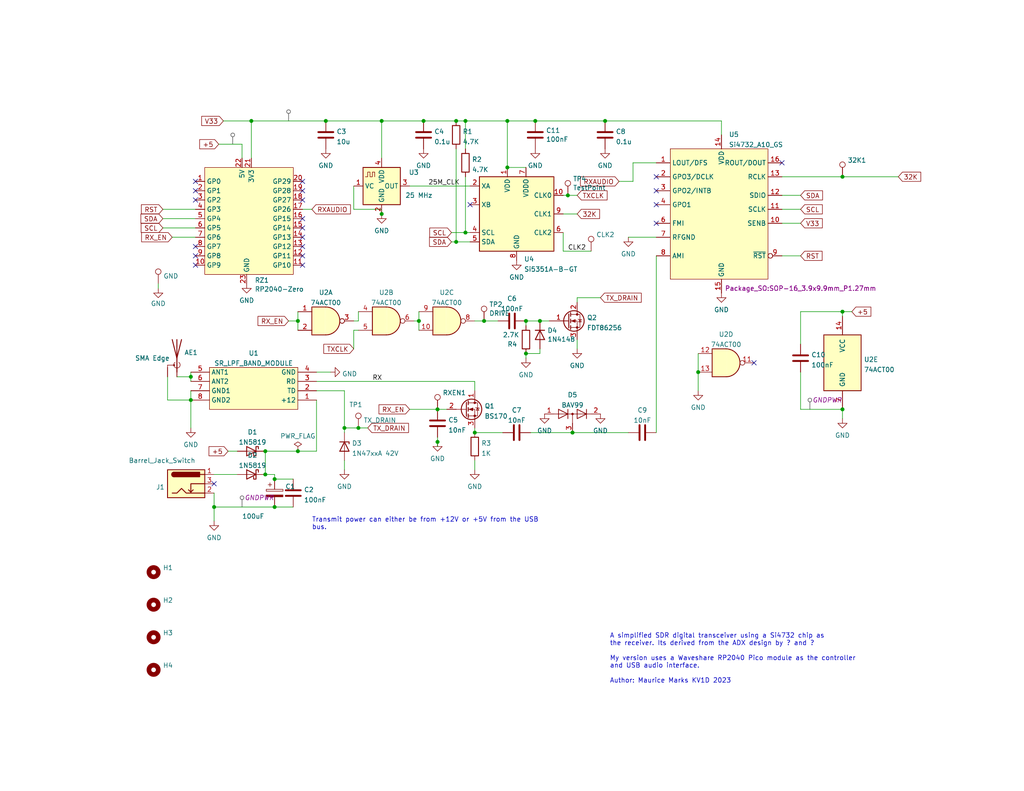
<source format=kicad_sch>
(kicad_sch (version 20230121) (generator eeschema)

  (uuid e63e39d7-6ac0-4ffd-8aa3-1841a4541b55)

  (paper "USLetter")

  (title_block
    (title "Simple Digital Radio")
  )

  (lib_symbols
    (symbol "Connector:Barrel_Jack_Switch" (pin_names hide) (in_bom yes) (on_board yes)
      (property "Reference" "J" (at 0 5.334 0)
        (effects (font (size 1.27 1.27)))
      )
      (property "Value" "Barrel_Jack_Switch" (at 0 -5.08 0)
        (effects (font (size 1.27 1.27)))
      )
      (property "Footprint" "" (at 1.27 -1.016 0)
        (effects (font (size 1.27 1.27)) hide)
      )
      (property "Datasheet" "~" (at 1.27 -1.016 0)
        (effects (font (size 1.27 1.27)) hide)
      )
      (property "ki_keywords" "DC power barrel jack connector" (at 0 0 0)
        (effects (font (size 1.27 1.27)) hide)
      )
      (property "ki_description" "DC Barrel Jack with an internal switch" (at 0 0 0)
        (effects (font (size 1.27 1.27)) hide)
      )
      (property "ki_fp_filters" "BarrelJack*" (at 0 0 0)
        (effects (font (size 1.27 1.27)) hide)
      )
      (symbol "Barrel_Jack_Switch_0_1"
        (rectangle (start -5.08 3.81) (end 5.08 -3.81)
          (stroke (width 0.254) (type default))
          (fill (type background))
        )
        (arc (start -3.302 3.175) (mid -3.9343 2.54) (end -3.302 1.905)
          (stroke (width 0.254) (type default))
          (fill (type none))
        )
        (arc (start -3.302 3.175) (mid -3.9343 2.54) (end -3.302 1.905)
          (stroke (width 0.254) (type default))
          (fill (type outline))
        )
        (polyline
          (pts
            (xy 1.27 -2.286)
            (xy 1.905 -1.651)
          )
          (stroke (width 0.254) (type default))
          (fill (type none))
        )
        (polyline
          (pts
            (xy 5.08 2.54)
            (xy 3.81 2.54)
          )
          (stroke (width 0.254) (type default))
          (fill (type none))
        )
        (polyline
          (pts
            (xy 5.08 0)
            (xy 1.27 0)
            (xy 1.27 -2.286)
            (xy 0.635 -1.651)
          )
          (stroke (width 0.254) (type default))
          (fill (type none))
        )
        (polyline
          (pts
            (xy -3.81 -2.54)
            (xy -2.54 -2.54)
            (xy -1.27 -1.27)
            (xy 0 -2.54)
            (xy 2.54 -2.54)
            (xy 5.08 -2.54)
          )
          (stroke (width 0.254) (type default))
          (fill (type none))
        )
        (rectangle (start 3.683 3.175) (end -3.302 1.905)
          (stroke (width 0.254) (type default))
          (fill (type outline))
        )
      )
      (symbol "Barrel_Jack_Switch_1_1"
        (pin passive line (at 7.62 2.54 180) (length 2.54)
          (name "~" (effects (font (size 1.27 1.27))))
          (number "1" (effects (font (size 1.27 1.27))))
        )
        (pin passive line (at 7.62 -2.54 180) (length 2.54)
          (name "~" (effects (font (size 1.27 1.27))))
          (number "2" (effects (font (size 1.27 1.27))))
        )
        (pin passive line (at 7.62 0 180) (length 2.54)
          (name "~" (effects (font (size 1.27 1.27))))
          (number "3" (effects (font (size 1.27 1.27))))
        )
      )
    )
    (symbol "Connector:TestPoint" (pin_numbers hide) (pin_names (offset 0.762) hide) (in_bom yes) (on_board yes)
      (property "Reference" "TP" (at 0 6.858 0)
        (effects (font (size 1.27 1.27)))
      )
      (property "Value" "TestPoint" (at 0 5.08 0)
        (effects (font (size 1.27 1.27)))
      )
      (property "Footprint" "" (at 5.08 0 0)
        (effects (font (size 1.27 1.27)) hide)
      )
      (property "Datasheet" "~" (at 5.08 0 0)
        (effects (font (size 1.27 1.27)) hide)
      )
      (property "ki_keywords" "test point tp" (at 0 0 0)
        (effects (font (size 1.27 1.27)) hide)
      )
      (property "ki_description" "test point" (at 0 0 0)
        (effects (font (size 1.27 1.27)) hide)
      )
      (property "ki_fp_filters" "Pin* Test*" (at 0 0 0)
        (effects (font (size 1.27 1.27)) hide)
      )
      (symbol "TestPoint_0_1"
        (circle (center 0 3.302) (radius 0.762)
          (stroke (width 0) (type default))
          (fill (type none))
        )
      )
      (symbol "TestPoint_1_1"
        (pin passive line (at 0 0 90) (length 2.54)
          (name "1" (effects (font (size 1.27 1.27))))
          (number "1" (effects (font (size 1.27 1.27))))
        )
      )
    )
    (symbol "Device:Antenna_Shield" (pin_numbers hide) (pin_names (offset 1.016) hide) (in_bom yes) (on_board yes)
      (property "Reference" "AE" (at -1.905 4.445 0)
        (effects (font (size 1.27 1.27)) (justify right))
      )
      (property "Value" "Antenna_Shield" (at -1.905 2.54 0)
        (effects (font (size 1.27 1.27)) (justify right))
      )
      (property "Footprint" "" (at 0 2.54 0)
        (effects (font (size 1.27 1.27)) hide)
      )
      (property "Datasheet" "~" (at 0 2.54 0)
        (effects (font (size 1.27 1.27)) hide)
      )
      (property "ki_keywords" "antenna" (at 0 0 0)
        (effects (font (size 1.27 1.27)) hide)
      )
      (property "ki_description" "Antenna with extra pin for shielding" (at 0 0 0)
        (effects (font (size 1.27 1.27)) hide)
      )
      (symbol "Antenna_Shield_0_1"
        (arc (start -0.508 -1.143) (mid -0.8485 -2.1032) (end 0 -2.667)
          (stroke (width 0) (type default))
          (fill (type none))
        )
        (arc (start 0 -2.667) (mid 0.8047 -2.0885) (end 0.508 -1.143)
          (stroke (width 0) (type default))
          (fill (type none))
        )
        (polyline
          (pts
            (xy 0 -2.54)
            (xy 0 0)
          )
          (stroke (width 0) (type default))
          (fill (type none))
        )
        (polyline
          (pts
            (xy 0 5.08)
            (xy 0 -3.81)
          )
          (stroke (width 0.254) (type default))
          (fill (type none))
        )
        (polyline
          (pts
            (xy 0.762 -1.905)
            (xy 2.54 -1.905)
          )
          (stroke (width 0) (type default))
          (fill (type none))
        )
        (polyline
          (pts
            (xy 2.54 -2.54)
            (xy 2.54 -1.905)
          )
          (stroke (width 0) (type default))
          (fill (type none))
        )
        (polyline
          (pts
            (xy 1.27 5.08)
            (xy 0 0)
            (xy -1.27 5.08)
          )
          (stroke (width 0.254) (type default))
          (fill (type none))
        )
        (circle (center 0.762 -1.905) (radius 0.1778)
          (stroke (width 0) (type default))
          (fill (type outline))
        )
      )
      (symbol "Antenna_Shield_1_1"
        (pin input line (at 0 -5.08 90) (length 2.54)
          (name "A" (effects (font (size 1.27 1.27))))
          (number "1" (effects (font (size 1.27 1.27))))
        )
        (pin input line (at 2.54 -5.08 90) (length 2.54)
          (name "Shield" (effects (font (size 1.27 1.27))))
          (number "2" (effects (font (size 1.27 1.27))))
        )
      )
    )
    (symbol "Device:C" (pin_numbers hide) (pin_names (offset 0.254)) (in_bom yes) (on_board yes)
      (property "Reference" "C" (at 0.635 2.54 0)
        (effects (font (size 1.27 1.27)) (justify left))
      )
      (property "Value" "C" (at 0.635 -2.54 0)
        (effects (font (size 1.27 1.27)) (justify left))
      )
      (property "Footprint" "" (at 0.9652 -3.81 0)
        (effects (font (size 1.27 1.27)) hide)
      )
      (property "Datasheet" "~" (at 0 0 0)
        (effects (font (size 1.27 1.27)) hide)
      )
      (property "ki_keywords" "cap capacitor" (at 0 0 0)
        (effects (font (size 1.27 1.27)) hide)
      )
      (property "ki_description" "Unpolarized capacitor" (at 0 0 0)
        (effects (font (size 1.27 1.27)) hide)
      )
      (property "ki_fp_filters" "C_*" (at 0 0 0)
        (effects (font (size 1.27 1.27)) hide)
      )
      (symbol "C_0_1"
        (polyline
          (pts
            (xy -2.032 -0.762)
            (xy 2.032 -0.762)
          )
          (stroke (width 0.508) (type default))
          (fill (type none))
        )
        (polyline
          (pts
            (xy -2.032 0.762)
            (xy 2.032 0.762)
          )
          (stroke (width 0.508) (type default))
          (fill (type none))
        )
      )
      (symbol "C_1_1"
        (pin passive line (at 0 3.81 270) (length 2.794)
          (name "~" (effects (font (size 1.27 1.27))))
          (number "1" (effects (font (size 1.27 1.27))))
        )
        (pin passive line (at 0 -3.81 90) (length 2.794)
          (name "~" (effects (font (size 1.27 1.27))))
          (number "2" (effects (font (size 1.27 1.27))))
        )
      )
    )
    (symbol "Device:C_Polarized" (pin_numbers hide) (pin_names (offset 0.254)) (in_bom yes) (on_board yes)
      (property "Reference" "C" (at 0.635 2.54 0)
        (effects (font (size 1.27 1.27)) (justify left))
      )
      (property "Value" "C_Polarized" (at 0.635 -2.54 0)
        (effects (font (size 1.27 1.27)) (justify left))
      )
      (property "Footprint" "" (at 0.9652 -3.81 0)
        (effects (font (size 1.27 1.27)) hide)
      )
      (property "Datasheet" "~" (at 0 0 0)
        (effects (font (size 1.27 1.27)) hide)
      )
      (property "ki_keywords" "cap capacitor" (at 0 0 0)
        (effects (font (size 1.27 1.27)) hide)
      )
      (property "ki_description" "Polarized capacitor" (at 0 0 0)
        (effects (font (size 1.27 1.27)) hide)
      )
      (property "ki_fp_filters" "CP_*" (at 0 0 0)
        (effects (font (size 1.27 1.27)) hide)
      )
      (symbol "C_Polarized_0_1"
        (rectangle (start -2.286 0.508) (end 2.286 1.016)
          (stroke (width 0) (type default))
          (fill (type none))
        )
        (polyline
          (pts
            (xy -1.778 2.286)
            (xy -0.762 2.286)
          )
          (stroke (width 0) (type default))
          (fill (type none))
        )
        (polyline
          (pts
            (xy -1.27 2.794)
            (xy -1.27 1.778)
          )
          (stroke (width 0) (type default))
          (fill (type none))
        )
        (rectangle (start 2.286 -0.508) (end -2.286 -1.016)
          (stroke (width 0) (type default))
          (fill (type outline))
        )
      )
      (symbol "C_Polarized_1_1"
        (pin passive line (at 0 3.81 270) (length 2.794)
          (name "~" (effects (font (size 1.27 1.27))))
          (number "1" (effects (font (size 1.27 1.27))))
        )
        (pin passive line (at 0 -3.81 90) (length 2.794)
          (name "~" (effects (font (size 1.27 1.27))))
          (number "2" (effects (font (size 1.27 1.27))))
        )
      )
    )
    (symbol "Device:R" (pin_numbers hide) (pin_names (offset 0)) (in_bom yes) (on_board yes)
      (property "Reference" "R" (at 2.032 0 90)
        (effects (font (size 1.27 1.27)))
      )
      (property "Value" "R" (at 0 0 90)
        (effects (font (size 1.27 1.27)))
      )
      (property "Footprint" "" (at -1.778 0 90)
        (effects (font (size 1.27 1.27)) hide)
      )
      (property "Datasheet" "~" (at 0 0 0)
        (effects (font (size 1.27 1.27)) hide)
      )
      (property "ki_keywords" "R res resistor" (at 0 0 0)
        (effects (font (size 1.27 1.27)) hide)
      )
      (property "ki_description" "Resistor" (at 0 0 0)
        (effects (font (size 1.27 1.27)) hide)
      )
      (property "ki_fp_filters" "R_*" (at 0 0 0)
        (effects (font (size 1.27 1.27)) hide)
      )
      (symbol "R_0_1"
        (rectangle (start -1.016 -2.54) (end 1.016 2.54)
          (stroke (width 0.254) (type default))
          (fill (type none))
        )
      )
      (symbol "R_1_1"
        (pin passive line (at 0 3.81 270) (length 1.27)
          (name "~" (effects (font (size 1.27 1.27))))
          (number "1" (effects (font (size 1.27 1.27))))
        )
        (pin passive line (at 0 -3.81 90) (length 1.27)
          (name "~" (effects (font (size 1.27 1.27))))
          (number "2" (effects (font (size 1.27 1.27))))
        )
      )
    )
    (symbol "Diode:1N4148" (pin_numbers hide) (pin_names hide) (in_bom yes) (on_board yes)
      (property "Reference" "D" (at 0 2.54 0)
        (effects (font (size 1.27 1.27)))
      )
      (property "Value" "1N4148" (at 0 -2.54 0)
        (effects (font (size 1.27 1.27)))
      )
      (property "Footprint" "Diode_THT:D_DO-35_SOD27_P7.62mm_Horizontal" (at 0 0 0)
        (effects (font (size 1.27 1.27)) hide)
      )
      (property "Datasheet" "https://assets.nexperia.com/documents/data-sheet/1N4148_1N4448.pdf" (at 0 0 0)
        (effects (font (size 1.27 1.27)) hide)
      )
      (property "Sim.Device" "D" (at 0 0 0)
        (effects (font (size 1.27 1.27)) hide)
      )
      (property "Sim.Pins" "1=K 2=A" (at 0 0 0)
        (effects (font (size 1.27 1.27)) hide)
      )
      (property "ki_keywords" "diode" (at 0 0 0)
        (effects (font (size 1.27 1.27)) hide)
      )
      (property "ki_description" "100V 0.15A standard switching diode, DO-35" (at 0 0 0)
        (effects (font (size 1.27 1.27)) hide)
      )
      (property "ki_fp_filters" "D*DO?35*" (at 0 0 0)
        (effects (font (size 1.27 1.27)) hide)
      )
      (symbol "1N4148_0_1"
        (polyline
          (pts
            (xy -1.27 1.27)
            (xy -1.27 -1.27)
          )
          (stroke (width 0.254) (type default))
          (fill (type none))
        )
        (polyline
          (pts
            (xy 1.27 0)
            (xy -1.27 0)
          )
          (stroke (width 0) (type default))
          (fill (type none))
        )
        (polyline
          (pts
            (xy 1.27 1.27)
            (xy 1.27 -1.27)
            (xy -1.27 0)
            (xy 1.27 1.27)
          )
          (stroke (width 0.254) (type default))
          (fill (type none))
        )
      )
      (symbol "1N4148_1_1"
        (pin passive line (at -3.81 0 0) (length 2.54)
          (name "K" (effects (font (size 1.27 1.27))))
          (number "1" (effects (font (size 1.27 1.27))))
        )
        (pin passive line (at 3.81 0 180) (length 2.54)
          (name "A" (effects (font (size 1.27 1.27))))
          (number "2" (effects (font (size 1.27 1.27))))
        )
      )
    )
    (symbol "Diode:1N47xxA" (pin_numbers hide) (pin_names hide) (in_bom yes) (on_board yes)
      (property "Reference" "D" (at 0 2.54 0)
        (effects (font (size 1.27 1.27)))
      )
      (property "Value" "1N47xxA" (at 0 -2.54 0)
        (effects (font (size 1.27 1.27)))
      )
      (property "Footprint" "Diode_THT:D_DO-41_SOD81_P10.16mm_Horizontal" (at 0 -4.445 0)
        (effects (font (size 1.27 1.27)) hide)
      )
      (property "Datasheet" "https://www.vishay.com/docs/85816/1n4728a.pdf" (at 0 0 0)
        (effects (font (size 1.27 1.27)) hide)
      )
      (property "ki_keywords" "zener diode" (at 0 0 0)
        (effects (font (size 1.27 1.27)) hide)
      )
      (property "ki_description" "1300mW Silicon planar power Zener diodes, DO-41" (at 0 0 0)
        (effects (font (size 1.27 1.27)) hide)
      )
      (property "ki_fp_filters" "D*DO?41*" (at 0 0 0)
        (effects (font (size 1.27 1.27)) hide)
      )
      (symbol "1N47xxA_0_1"
        (polyline
          (pts
            (xy 1.27 0)
            (xy -1.27 0)
          )
          (stroke (width 0) (type default))
          (fill (type none))
        )
        (polyline
          (pts
            (xy -1.27 -1.27)
            (xy -1.27 1.27)
            (xy -0.762 1.27)
          )
          (stroke (width 0.254) (type default))
          (fill (type none))
        )
        (polyline
          (pts
            (xy 1.27 -1.27)
            (xy 1.27 1.27)
            (xy -1.27 0)
            (xy 1.27 -1.27)
          )
          (stroke (width 0.254) (type default))
          (fill (type none))
        )
      )
      (symbol "1N47xxA_1_1"
        (pin passive line (at -3.81 0 0) (length 2.54)
          (name "K" (effects (font (size 1.27 1.27))))
          (number "1" (effects (font (size 1.27 1.27))))
        )
        (pin passive line (at 3.81 0 180) (length 2.54)
          (name "A" (effects (font (size 1.27 1.27))))
          (number "2" (effects (font (size 1.27 1.27))))
        )
      )
    )
    (symbol "Diode:1N5819" (pin_numbers hide) (pin_names (offset 1.016) hide) (in_bom yes) (on_board yes)
      (property "Reference" "D" (at 0 2.54 0)
        (effects (font (size 1.27 1.27)))
      )
      (property "Value" "1N5819" (at 0 -2.54 0)
        (effects (font (size 1.27 1.27)))
      )
      (property "Footprint" "Diode_THT:D_DO-41_SOD81_P10.16mm_Horizontal" (at 0 -4.445 0)
        (effects (font (size 1.27 1.27)) hide)
      )
      (property "Datasheet" "http://www.vishay.com/docs/88525/1n5817.pdf" (at 0 0 0)
        (effects (font (size 1.27 1.27)) hide)
      )
      (property "ki_keywords" "diode Schottky" (at 0 0 0)
        (effects (font (size 1.27 1.27)) hide)
      )
      (property "ki_description" "40V 1A Schottky Barrier Rectifier Diode, DO-41" (at 0 0 0)
        (effects (font (size 1.27 1.27)) hide)
      )
      (property "ki_fp_filters" "D*DO?41*" (at 0 0 0)
        (effects (font (size 1.27 1.27)) hide)
      )
      (symbol "1N5819_0_1"
        (polyline
          (pts
            (xy 1.27 0)
            (xy -1.27 0)
          )
          (stroke (width 0) (type default))
          (fill (type none))
        )
        (polyline
          (pts
            (xy 1.27 1.27)
            (xy 1.27 -1.27)
            (xy -1.27 0)
            (xy 1.27 1.27)
          )
          (stroke (width 0.254) (type default))
          (fill (type none))
        )
        (polyline
          (pts
            (xy -1.905 0.635)
            (xy -1.905 1.27)
            (xy -1.27 1.27)
            (xy -1.27 -1.27)
            (xy -0.635 -1.27)
            (xy -0.635 -0.635)
          )
          (stroke (width 0.254) (type default))
          (fill (type none))
        )
      )
      (symbol "1N5819_1_1"
        (pin passive line (at -3.81 0 0) (length 2.54)
          (name "K" (effects (font (size 1.27 1.27))))
          (number "1" (effects (font (size 1.27 1.27))))
        )
        (pin passive line (at 3.81 0 180) (length 2.54)
          (name "A" (effects (font (size 1.27 1.27))))
          (number "2" (effects (font (size 1.27 1.27))))
        )
      )
    )
    (symbol "Diode:BAV99" (pin_names hide) (in_bom yes) (on_board yes)
      (property "Reference" "D" (at 0 5.08 0)
        (effects (font (size 1.27 1.27)))
      )
      (property "Value" "BAV99" (at 0 2.54 0)
        (effects (font (size 1.27 1.27)))
      )
      (property "Footprint" "Package_TO_SOT_SMD:SOT-23" (at 0 -12.7 0)
        (effects (font (size 1.27 1.27)) hide)
      )
      (property "Datasheet" "https://assets.nexperia.com/documents/data-sheet/BAV99_SER.pdf" (at 0 0 0)
        (effects (font (size 1.27 1.27)) hide)
      )
      (property "ki_keywords" "diode" (at 0 0 0)
        (effects (font (size 1.27 1.27)) hide)
      )
      (property "ki_description" "BAV99 High-speed switching diodes, SOT-23" (at 0 0 0)
        (effects (font (size 1.27 1.27)) hide)
      )
      (property "ki_fp_filters" "SOT?23*" (at 0 0 0)
        (effects (font (size 1.27 1.27)) hide)
      )
      (symbol "BAV99_0_1"
        (polyline
          (pts
            (xy -5.08 0)
            (xy 5.08 0)
          )
          (stroke (width 0) (type default))
          (fill (type none))
        )
      )
      (symbol "BAV99_1_1"
        (polyline
          (pts
            (xy 0 0)
            (xy 0 -2.54)
          )
          (stroke (width 0) (type default))
          (fill (type none))
        )
        (polyline
          (pts
            (xy -1.27 -1.27)
            (xy -1.27 1.27)
            (xy -1.27 1.27)
          )
          (stroke (width 0.2032) (type default))
          (fill (type none))
        )
        (polyline
          (pts
            (xy 3.81 1.27)
            (xy 3.81 -1.27)
            (xy 3.81 -1.27)
          )
          (stroke (width 0.2032) (type default))
          (fill (type none))
        )
        (polyline
          (pts
            (xy -3.81 1.27)
            (xy -1.27 0)
            (xy -3.81 -1.27)
            (xy -3.81 1.27)
            (xy -3.81 1.27)
            (xy -3.81 1.27)
          )
          (stroke (width 0.2032) (type default))
          (fill (type none))
        )
        (polyline
          (pts
            (xy 1.27 1.27)
            (xy 3.81 0)
            (xy 1.27 -1.27)
            (xy 1.27 1.27)
            (xy 1.27 1.27)
            (xy 1.27 1.27)
          )
          (stroke (width 0.2032) (type default))
          (fill (type none))
        )
        (circle (center 0 0) (radius 0.254)
          (stroke (width 0) (type default))
          (fill (type outline))
        )
        (pin passive line (at -7.62 0 0) (length 2.54)
          (name "K" (effects (font (size 1.27 1.27))))
          (number "1" (effects (font (size 1.27 1.27))))
        )
        (pin passive line (at 7.62 0 180) (length 2.54)
          (name "A" (effects (font (size 1.27 1.27))))
          (number "2" (effects (font (size 1.27 1.27))))
        )
        (pin passive line (at 0 -5.08 90) (length 2.54)
          (name "K" (effects (font (size 1.27 1.27))))
          (number "3" (effects (font (size 1.27 1.27))))
        )
      )
    )
    (symbol "Mechanical:MountingHole" (pin_names (offset 1.016)) (in_bom yes) (on_board yes)
      (property "Reference" "H" (at 0 5.08 0)
        (effects (font (size 1.27 1.27)))
      )
      (property "Value" "MountingHole" (at 0 3.175 0)
        (effects (font (size 1.27 1.27)))
      )
      (property "Footprint" "" (at 0 0 0)
        (effects (font (size 1.27 1.27)) hide)
      )
      (property "Datasheet" "~" (at 0 0 0)
        (effects (font (size 1.27 1.27)) hide)
      )
      (property "ki_keywords" "mounting hole" (at 0 0 0)
        (effects (font (size 1.27 1.27)) hide)
      )
      (property "ki_description" "Mounting Hole without connection" (at 0 0 0)
        (effects (font (size 1.27 1.27)) hide)
      )
      (property "ki_fp_filters" "MountingHole*" (at 0 0 0)
        (effects (font (size 1.27 1.27)) hide)
      )
      (symbol "MountingHole_0_1"
        (circle (center 0 0) (radius 1.27)
          (stroke (width 1.27) (type default))
          (fill (type none))
        )
      )
    )
    (symbol "My_Library:74ACT00" (pin_names (offset 1.016)) (in_bom yes) (on_board yes)
      (property "Reference" "U" (at 0 1.27 0)
        (effects (font (size 1.27 1.27)))
      )
      (property "Value" "74ACT00" (at 0 -1.27 0)
        (effects (font (size 1.27 1.27)))
      )
      (property "Footprint" "Package_SO:SOIC-14_3.9x8.7mm_P1.27mm" (at 0 0 0)
        (effects (font (size 1.27 1.27)) hide)
      )
      (property "Datasheet" "" (at 0 0 0)
        (effects (font (size 1.27 1.27)) hide)
      )
      (property "ki_locked" "" (at 0 0 0)
        (effects (font (size 1.27 1.27)))
      )
      (property "ki_keywords" "TTL nand 2-input" (at 0 0 0)
        (effects (font (size 1.27 1.27)) hide)
      )
      (property "ki_description" "quad 2-input NAND gate" (at 0 0 0)
        (effects (font (size 1.27 1.27)) hide)
      )
      (property "ki_fp_filters" "DIP*W7.62mm* SO14*" (at 0 0 0)
        (effects (font (size 1.27 1.27)) hide)
      )
      (symbol "74ACT00_1_1"
        (arc (start 0 -3.81) (mid 3.7934 0) (end 0 3.81)
          (stroke (width 0.254) (type default))
          (fill (type background))
        )
        (polyline
          (pts
            (xy 0 3.81)
            (xy -3.81 3.81)
            (xy -3.81 -3.81)
            (xy 0 -3.81)
          )
          (stroke (width 0.254) (type default))
          (fill (type background))
        )
        (pin input line (at -7.62 2.54 0) (length 3.81)
          (name "~" (effects (font (size 1.27 1.27))))
          (number "1" (effects (font (size 1.27 1.27))))
        )
        (pin input line (at -7.62 -2.54 0) (length 3.81)
          (name "~" (effects (font (size 1.27 1.27))))
          (number "2" (effects (font (size 1.27 1.27))))
        )
        (pin output inverted (at 7.62 0 180) (length 3.81)
          (name "~" (effects (font (size 1.27 1.27))))
          (number "3" (effects (font (size 1.27 1.27))))
        )
      )
      (symbol "74ACT00_1_2"
        (arc (start -3.81 -3.81) (mid -2.589 0) (end -3.81 3.81)
          (stroke (width 0.254) (type default))
          (fill (type none))
        )
        (arc (start -0.6096 -3.81) (mid 2.1855 -2.584) (end 3.81 0)
          (stroke (width 0.254) (type default))
          (fill (type background))
        )
        (polyline
          (pts
            (xy -3.81 -3.81)
            (xy -0.635 -3.81)
          )
          (stroke (width 0.254) (type default))
          (fill (type background))
        )
        (polyline
          (pts
            (xy -3.81 3.81)
            (xy -0.635 3.81)
          )
          (stroke (width 0.254) (type default))
          (fill (type background))
        )
        (polyline
          (pts
            (xy -0.635 3.81)
            (xy -3.81 3.81)
            (xy -3.81 3.81)
            (xy -3.556 3.4036)
            (xy -3.0226 2.2606)
            (xy -2.6924 1.0414)
            (xy -2.6162 -0.254)
            (xy -2.7686 -1.4986)
            (xy -3.175 -2.7178)
            (xy -3.81 -3.81)
            (xy -3.81 -3.81)
            (xy -0.635 -3.81)
          )
          (stroke (width -25.4) (type default))
          (fill (type background))
        )
        (arc (start 3.81 0) (mid 2.1928 2.5925) (end -0.6096 3.81)
          (stroke (width 0.254) (type default))
          (fill (type background))
        )
        (pin input inverted (at -7.62 2.54 0) (length 4.318)
          (name "~" (effects (font (size 1.27 1.27))))
          (number "1" (effects (font (size 1.27 1.27))))
        )
        (pin input inverted (at -7.62 -2.54 0) (length 4.318)
          (name "~" (effects (font (size 1.27 1.27))))
          (number "2" (effects (font (size 1.27 1.27))))
        )
        (pin output line (at 7.62 0 180) (length 3.81)
          (name "~" (effects (font (size 1.27 1.27))))
          (number "3" (effects (font (size 1.27 1.27))))
        )
      )
      (symbol "74ACT00_2_1"
        (arc (start 0 -3.81) (mid 3.7934 0) (end 0 3.81)
          (stroke (width 0.254) (type default))
          (fill (type background))
        )
        (polyline
          (pts
            (xy 0 3.81)
            (xy -3.81 3.81)
            (xy -3.81 -3.81)
            (xy 0 -3.81)
          )
          (stroke (width 0.254) (type default))
          (fill (type background))
        )
        (pin input line (at -7.62 2.54 0) (length 3.81)
          (name "~" (effects (font (size 1.27 1.27))))
          (number "4" (effects (font (size 1.27 1.27))))
        )
        (pin input line (at -7.62 -2.54 0) (length 3.81)
          (name "~" (effects (font (size 1.27 1.27))))
          (number "5" (effects (font (size 1.27 1.27))))
        )
        (pin output inverted (at 7.62 0 180) (length 3.81)
          (name "~" (effects (font (size 1.27 1.27))))
          (number "6" (effects (font (size 1.27 1.27))))
        )
      )
      (symbol "74ACT00_2_2"
        (arc (start -3.81 -3.81) (mid -2.589 0) (end -3.81 3.81)
          (stroke (width 0.254) (type default))
          (fill (type none))
        )
        (arc (start -0.6096 -3.81) (mid 2.1855 -2.584) (end 3.81 0)
          (stroke (width 0.254) (type default))
          (fill (type background))
        )
        (polyline
          (pts
            (xy -3.81 -3.81)
            (xy -0.635 -3.81)
          )
          (stroke (width 0.254) (type default))
          (fill (type background))
        )
        (polyline
          (pts
            (xy -3.81 3.81)
            (xy -0.635 3.81)
          )
          (stroke (width 0.254) (type default))
          (fill (type background))
        )
        (polyline
          (pts
            (xy -0.635 3.81)
            (xy -3.81 3.81)
            (xy -3.81 3.81)
            (xy -3.556 3.4036)
            (xy -3.0226 2.2606)
            (xy -2.6924 1.0414)
            (xy -2.6162 -0.254)
            (xy -2.7686 -1.4986)
            (xy -3.175 -2.7178)
            (xy -3.81 -3.81)
            (xy -3.81 -3.81)
            (xy -0.635 -3.81)
          )
          (stroke (width -25.4) (type default))
          (fill (type background))
        )
        (arc (start 3.81 0) (mid 2.1928 2.5925) (end -0.6096 3.81)
          (stroke (width 0.254) (type default))
          (fill (type background))
        )
        (pin input inverted (at -7.62 2.54 0) (length 4.318)
          (name "~" (effects (font (size 1.27 1.27))))
          (number "4" (effects (font (size 1.27 1.27))))
        )
        (pin input inverted (at -7.62 -2.54 0) (length 4.318)
          (name "~" (effects (font (size 1.27 1.27))))
          (number "5" (effects (font (size 1.27 1.27))))
        )
        (pin output line (at 7.62 0 180) (length 3.81)
          (name "~" (effects (font (size 1.27 1.27))))
          (number "6" (effects (font (size 1.27 1.27))))
        )
      )
      (symbol "74ACT00_3_1"
        (arc (start 0 -3.81) (mid 3.7934 0) (end 0 3.81)
          (stroke (width 0.254) (type default))
          (fill (type background))
        )
        (polyline
          (pts
            (xy 0 3.81)
            (xy -3.81 3.81)
            (xy -3.81 -3.81)
            (xy 0 -3.81)
          )
          (stroke (width 0.254) (type default))
          (fill (type background))
        )
        (pin input line (at -7.62 -2.54 0) (length 3.81)
          (name "~" (effects (font (size 1.27 1.27))))
          (number "10" (effects (font (size 1.27 1.27))))
        )
        (pin output inverted (at 7.62 0 180) (length 3.81)
          (name "~" (effects (font (size 1.27 1.27))))
          (number "8" (effects (font (size 1.27 1.27))))
        )
        (pin input line (at -7.62 2.54 0) (length 3.81)
          (name "~" (effects (font (size 1.27 1.27))))
          (number "9" (effects (font (size 1.27 1.27))))
        )
      )
      (symbol "74ACT00_3_2"
        (arc (start -3.81 -3.81) (mid -2.589 0) (end -3.81 3.81)
          (stroke (width 0.254) (type default))
          (fill (type none))
        )
        (arc (start -0.6096 -3.81) (mid 2.1855 -2.584) (end 3.81 0)
          (stroke (width 0.254) (type default))
          (fill (type background))
        )
        (polyline
          (pts
            (xy -3.81 -3.81)
            (xy -0.635 -3.81)
          )
          (stroke (width 0.254) (type default))
          (fill (type background))
        )
        (polyline
          (pts
            (xy -3.81 3.81)
            (xy -0.635 3.81)
          )
          (stroke (width 0.254) (type default))
          (fill (type background))
        )
        (polyline
          (pts
            (xy -0.635 3.81)
            (xy -3.81 3.81)
            (xy -3.81 3.81)
            (xy -3.556 3.4036)
            (xy -3.0226 2.2606)
            (xy -2.6924 1.0414)
            (xy -2.6162 -0.254)
            (xy -2.7686 -1.4986)
            (xy -3.175 -2.7178)
            (xy -3.81 -3.81)
            (xy -3.81 -3.81)
            (xy -0.635 -3.81)
          )
          (stroke (width -25.4) (type default))
          (fill (type background))
        )
        (arc (start 3.81 0) (mid 2.1928 2.5925) (end -0.6096 3.81)
          (stroke (width 0.254) (type default))
          (fill (type background))
        )
        (pin input inverted (at -7.62 -2.54 0) (length 4.318)
          (name "~" (effects (font (size 1.27 1.27))))
          (number "10" (effects (font (size 1.27 1.27))))
        )
        (pin output line (at 7.62 0 180) (length 3.81)
          (name "~" (effects (font (size 1.27 1.27))))
          (number "8" (effects (font (size 1.27 1.27))))
        )
        (pin input inverted (at -7.62 2.54 0) (length 4.318)
          (name "~" (effects (font (size 1.27 1.27))))
          (number "9" (effects (font (size 1.27 1.27))))
        )
      )
      (symbol "74ACT00_4_1"
        (arc (start 0 -3.81) (mid 3.7934 0) (end 0 3.81)
          (stroke (width 0.254) (type default))
          (fill (type background))
        )
        (polyline
          (pts
            (xy 0 3.81)
            (xy -3.81 3.81)
            (xy -3.81 -3.81)
            (xy 0 -3.81)
          )
          (stroke (width 0.254) (type default))
          (fill (type background))
        )
        (pin output inverted (at 7.62 0 180) (length 3.81)
          (name "~" (effects (font (size 1.27 1.27))))
          (number "11" (effects (font (size 1.27 1.27))))
        )
        (pin input line (at -7.62 2.54 0) (length 3.81)
          (name "~" (effects (font (size 1.27 1.27))))
          (number "12" (effects (font (size 1.27 1.27))))
        )
        (pin input line (at -7.62 -2.54 0) (length 3.81)
          (name "~" (effects (font (size 1.27 1.27))))
          (number "13" (effects (font (size 1.27 1.27))))
        )
      )
      (symbol "74ACT00_4_2"
        (arc (start -3.81 -3.81) (mid -2.589 0) (end -3.81 3.81)
          (stroke (width 0.254) (type default))
          (fill (type none))
        )
        (arc (start -0.6096 -3.81) (mid 2.1855 -2.584) (end 3.81 0)
          (stroke (width 0.254) (type default))
          (fill (type background))
        )
        (polyline
          (pts
            (xy -3.81 -3.81)
            (xy -0.635 -3.81)
          )
          (stroke (width 0.254) (type default))
          (fill (type background))
        )
        (polyline
          (pts
            (xy -3.81 3.81)
            (xy -0.635 3.81)
          )
          (stroke (width 0.254) (type default))
          (fill (type background))
        )
        (polyline
          (pts
            (xy -0.635 3.81)
            (xy -3.81 3.81)
            (xy -3.81 3.81)
            (xy -3.556 3.4036)
            (xy -3.0226 2.2606)
            (xy -2.6924 1.0414)
            (xy -2.6162 -0.254)
            (xy -2.7686 -1.4986)
            (xy -3.175 -2.7178)
            (xy -3.81 -3.81)
            (xy -3.81 -3.81)
            (xy -0.635 -3.81)
          )
          (stroke (width -25.4) (type default))
          (fill (type background))
        )
        (arc (start 3.81 0) (mid 2.1928 2.5925) (end -0.6096 3.81)
          (stroke (width 0.254) (type default))
          (fill (type background))
        )
        (pin output line (at 7.62 0 180) (length 3.81)
          (name "~" (effects (font (size 1.27 1.27))))
          (number "11" (effects (font (size 1.27 1.27))))
        )
        (pin input inverted (at -7.62 2.54 0) (length 4.318)
          (name "~" (effects (font (size 1.27 1.27))))
          (number "12" (effects (font (size 1.27 1.27))))
        )
        (pin input inverted (at -7.62 -2.54 0) (length 4.318)
          (name "~" (effects (font (size 1.27 1.27))))
          (number "13" (effects (font (size 1.27 1.27))))
        )
      )
      (symbol "74ACT00_5_0"
        (pin power_in line (at 0 12.7 270) (length 5.08)
          (name "VCC" (effects (font (size 1.27 1.27))))
          (number "14" (effects (font (size 1.27 1.27))))
        )
        (pin power_in line (at 0 -12.7 90) (length 5.08)
          (name "GND" (effects (font (size 1.27 1.27))))
          (number "7" (effects (font (size 1.27 1.27))))
        )
      )
      (symbol "74ACT00_5_1"
        (rectangle (start -5.08 7.62) (end 5.08 -7.62)
          (stroke (width 0.254) (type default))
          (fill (type background))
        )
      )
    )
    (symbol "My_Library:FDT86256" (pin_names hide) (in_bom yes) (on_board yes)
      (property "Reference" "Q" (at 5.08 1.905 0)
        (effects (font (size 1.27 1.27)) (justify left))
      )
      (property "Value" "FDT86256" (at 5.08 0 0)
        (effects (font (size 1.27 1.27)) (justify left))
      )
      (property "Footprint" "Package_TO_SOT_SMD:SOT-223-3_TabPin2" (at 5.08 -1.905 0)
        (effects (font (size 1.27 1.27) italic) (justify left) hide)
      )
      (property "Datasheet" "https://www.infineon.com/dgdl/Infineon-BSP129-DS-v01_42-en.pdf?fileId=db3a30433c1a8752013c1fc296d2395f" (at -2.54 -5.08 0)
        (effects (font (size 1.27 1.27)) (justify left) hide)
      )
      (property "ki_keywords" "N-Channel MOSFET" (at 0 0 0)
        (effects (font (size 1.27 1.27)) hide)
      )
      (property "ki_description" "1.2A Id, 150V Vds, N-Channel MOSFET, SOT-223" (at 0 0 0)
        (effects (font (size 1.27 1.27)) hide)
      )
      (property "ki_fp_filters" "SOT?223*" (at 0 0 0)
        (effects (font (size 1.27 1.27)) hide)
      )
      (symbol "FDT86256_0_1"
        (polyline
          (pts
            (xy 0.254 0)
            (xy -2.54 0)
          )
          (stroke (width 0) (type default))
          (fill (type none))
        )
        (polyline
          (pts
            (xy 0.254 1.905)
            (xy 0.254 -1.905)
          )
          (stroke (width 0.254) (type default))
          (fill (type none))
        )
        (polyline
          (pts
            (xy 0.762 -1.27)
            (xy 0.762 -2.286)
          )
          (stroke (width 0.254) (type default))
          (fill (type none))
        )
        (polyline
          (pts
            (xy 0.762 0.508)
            (xy 0.762 -0.508)
          )
          (stroke (width 0.254) (type default))
          (fill (type none))
        )
        (polyline
          (pts
            (xy 0.762 2.286)
            (xy 0.762 1.27)
          )
          (stroke (width 0.254) (type default))
          (fill (type none))
        )
        (polyline
          (pts
            (xy 2.54 2.54)
            (xy 2.54 1.778)
          )
          (stroke (width 0) (type default))
          (fill (type none))
        )
        (polyline
          (pts
            (xy 2.54 -2.54)
            (xy 2.54 0)
            (xy 0.762 0)
          )
          (stroke (width 0) (type default))
          (fill (type none))
        )
        (polyline
          (pts
            (xy 0.762 -1.778)
            (xy 3.302 -1.778)
            (xy 3.302 1.778)
            (xy 0.762 1.778)
          )
          (stroke (width 0) (type default))
          (fill (type none))
        )
        (polyline
          (pts
            (xy 1.016 0)
            (xy 2.032 0.381)
            (xy 2.032 -0.381)
            (xy 1.016 0)
          )
          (stroke (width 0) (type default))
          (fill (type outline))
        )
        (polyline
          (pts
            (xy 2.794 0.508)
            (xy 2.921 0.381)
            (xy 3.683 0.381)
            (xy 3.81 0.254)
          )
          (stroke (width 0) (type default))
          (fill (type none))
        )
        (polyline
          (pts
            (xy 3.302 0.381)
            (xy 2.921 -0.254)
            (xy 3.683 -0.254)
            (xy 3.302 0.381)
          )
          (stroke (width 0) (type default))
          (fill (type none))
        )
        (circle (center 1.651 0) (radius 2.794)
          (stroke (width 0.254) (type default))
          (fill (type none))
        )
        (circle (center 2.54 -1.778) (radius 0.254)
          (stroke (width 0) (type default))
          (fill (type outline))
        )
        (circle (center 2.54 1.778) (radius 0.254)
          (stroke (width 0) (type default))
          (fill (type outline))
        )
      )
      (symbol "FDT86256_1_1"
        (pin input line (at -5.08 0 0) (length 5.08)
          (name "G" (effects (font (size 1.27 1.27))))
          (number "1" (effects (font (size 1.27 1.27))))
        )
        (pin passive line (at 2.54 5.08 270) (length 2.54)
          (name "D" (effects (font (size 1.27 1.27))))
          (number "2" (effects (font (size 1.27 1.27))))
        )
        (pin passive line (at 2.54 -5.08 90) (length 2.54)
          (name "S" (effects (font (size 1.27 1.27))))
          (number "3" (effects (font (size 1.27 1.27))))
        )
      )
    )
    (symbol "My_Library:RP2040-Zero" (in_bom yes) (on_board yes)
      (property "Reference" "RZ" (at 0 0 0)
        (effects (font (size 1.27 1.27)))
      )
      (property "Value" "RP2040-Zero" (at 0 -2.54 0)
        (effects (font (size 1.27 1.27)))
      )
      (property "Footprint" "" (at 0 0 0)
        (effects (font (size 1.27 1.27)) hide)
      )
      (property "Datasheet" "" (at 0 0 0)
        (effects (font (size 1.27 1.27)) hide)
      )
      (symbol "RP2040-Zero_0_1"
        (rectangle (start -11.43 -15.24) (end 12.7 13.97)
          (stroke (width 0) (type default))
          (fill (type background))
        )
      )
      (symbol "RP2040-Zero_1_1"
        (pin bidirectional line (at -13.97 10.16 0) (length 2.54)
          (name "GP0" (effects (font (size 1.27 1.27))))
          (number "1" (effects (font (size 1.27 1.27))))
        )
        (pin bidirectional line (at -13.97 -12.7 0) (length 2.54)
          (name "GP9" (effects (font (size 1.27 1.27))))
          (number "10" (effects (font (size 1.27 1.27))))
        )
        (pin bidirectional line (at 15.24 -12.7 180) (length 2.54)
          (name "GP10" (effects (font (size 1.27 1.27))))
          (number "11" (effects (font (size 1.27 1.27))))
        )
        (pin bidirectional line (at 15.24 -10.16 180) (length 2.54)
          (name "GP11" (effects (font (size 1.27 1.27))))
          (number "12" (effects (font (size 1.27 1.27))))
        )
        (pin bidirectional line (at 15.24 -7.62 180) (length 2.54)
          (name "GP12" (effects (font (size 1.27 1.27))))
          (number "13" (effects (font (size 1.27 1.27))))
        )
        (pin bidirectional line (at 15.24 -5.08 180) (length 2.54)
          (name "GP13" (effects (font (size 1.27 1.27))))
          (number "14" (effects (font (size 1.27 1.27))))
        )
        (pin bidirectional line (at 15.24 -2.54 180) (length 2.54)
          (name "GP14" (effects (font (size 1.27 1.27))))
          (number "15" (effects (font (size 1.27 1.27))))
        )
        (pin bidirectional line (at 15.24 0 180) (length 2.54)
          (name "GP15" (effects (font (size 1.27 1.27))))
          (number "16" (effects (font (size 1.27 1.27))))
        )
        (pin bidirectional line (at 15.24 2.54 180) (length 2.54)
          (name "GP26" (effects (font (size 1.27 1.27))))
          (number "17" (effects (font (size 1.27 1.27))))
        )
        (pin bidirectional line (at 15.24 5.08 180) (length 2.54)
          (name "GP27" (effects (font (size 1.27 1.27))))
          (number "18" (effects (font (size 1.27 1.27))))
        )
        (pin bidirectional line (at 15.24 7.62 180) (length 2.54)
          (name "GP28" (effects (font (size 1.27 1.27))))
          (number "19" (effects (font (size 1.27 1.27))))
        )
        (pin bidirectional line (at -13.97 7.62 0) (length 2.54)
          (name "GP1" (effects (font (size 1.27 1.27))))
          (number "2" (effects (font (size 1.27 1.27))))
        )
        (pin bidirectional line (at 15.24 10.16 180) (length 2.54)
          (name "GP29" (effects (font (size 1.27 1.27))))
          (number "20" (effects (font (size 1.27 1.27))))
        )
        (pin power_out line (at 1.27 16.51 270) (length 2.54)
          (name "3V3" (effects (font (size 1.27 1.27))))
          (number "21" (effects (font (size 1.27 1.27))))
        )
        (pin power_out line (at -1.27 16.51 270) (length 2.54)
          (name "5V" (effects (font (size 1.27 1.27))))
          (number "22" (effects (font (size 1.27 1.27))))
        )
        (pin power_in line (at 0 -17.78 90) (length 2.54)
          (name "GND" (effects (font (size 1.27 1.27))))
          (number "23" (effects (font (size 1.27 1.27))))
        )
        (pin bidirectional line (at -13.97 5.08 0) (length 2.54)
          (name "GP2" (effects (font (size 1.27 1.27))))
          (number "3" (effects (font (size 1.27 1.27))))
        )
        (pin bidirectional line (at -13.97 2.54 0) (length 2.54)
          (name "GP3" (effects (font (size 1.27 1.27))))
          (number "4" (effects (font (size 1.27 1.27))))
        )
        (pin bidirectional line (at -13.97 0 0) (length 2.54)
          (name "GP4" (effects (font (size 1.27 1.27))))
          (number "5" (effects (font (size 1.27 1.27))))
        )
        (pin bidirectional line (at -13.97 -2.54 0) (length 2.54)
          (name "GP5" (effects (font (size 1.27 1.27))))
          (number "6" (effects (font (size 1.27 1.27))))
        )
        (pin bidirectional line (at -13.97 -5.08 0) (length 2.54)
          (name "GP6" (effects (font (size 1.27 1.27))))
          (number "7" (effects (font (size 1.27 1.27))))
        )
        (pin bidirectional line (at -13.97 -7.62 0) (length 2.54)
          (name "GP7" (effects (font (size 1.27 1.27))))
          (number "8" (effects (font (size 1.27 1.27))))
        )
        (pin bidirectional line (at -13.97 -10.16 0) (length 2.54)
          (name "GP8" (effects (font (size 1.27 1.27))))
          (number "9" (effects (font (size 1.27 1.27))))
        )
      )
    )
    (symbol "My_Library:SR_LPF_BAND_MODULE" (in_bom yes) (on_board yes)
      (property "Reference" "U" (at 13.97 -11.43 0)
        (effects (font (size 1.27 1.27)))
      )
      (property "Value" "SR_LPF_BAND_MODULE" (at 7.62 8.89 0)
        (effects (font (size 1.27 1.27)))
      )
      (property "Footprint" "" (at 0 0 0)
        (effects (font (size 1.27 1.27)) hide)
      )
      (property "Datasheet" "" (at 0 0 0)
        (effects (font (size 1.27 1.27)) hide)
      )
      (symbol "SR_LPF_BAND_MODULE_0_1"
        (rectangle (start -7.62 5.08) (end 16.51 -6.35)
          (stroke (width 0.1524) (type default))
          (fill (type background))
        )
      )
      (symbol "SR_LPF_BAND_MODULE_1_1"
        (pin power_in line (at 21.59 -3.81 180) (length 5.08)
          (name "+12" (effects (font (size 1.27 1.27))))
          (number "1" (effects (font (size 1.27 1.27))))
        )
        (pin input line (at 21.59 -1.27 180) (length 5.08)
          (name "TD" (effects (font (size 1.27 1.27))))
          (number "2" (effects (font (size 1.27 1.27))))
        )
        (pin output line (at 21.59 1.27 180) (length 5.08)
          (name "RD" (effects (font (size 1.27 1.27))))
          (number "3" (effects (font (size 1.27 1.27))))
        )
        (pin power_in line (at 21.59 3.81 180) (length 5.08)
          (name "GND" (effects (font (size 1.27 1.27))))
          (number "4" (effects (font (size 1.27 1.27))))
        )
        (pin bidirectional line (at -12.7 3.81 0) (length 5.08)
          (name "ANT1" (effects (font (size 1.27 1.27))))
          (number "5" (effects (font (size 1.27 1.27))))
        )
        (pin bidirectional line (at -12.7 1.27 0) (length 5.08)
          (name "ANT2" (effects (font (size 1.27 1.27))))
          (number "6" (effects (font (size 1.27 1.27))))
        )
        (pin power_in line (at -12.7 -1.27 0) (length 5.08)
          (name "GND1" (effects (font (size 1.27 1.27))))
          (number "7" (effects (font (size 1.27 1.27))))
        )
        (pin power_in line (at -12.7 -3.81 0) (length 5.08)
          (name "GND2" (effects (font (size 1.27 1.27))))
          (number "8" (effects (font (size 1.27 1.27))))
        )
      )
    )
    (symbol "My_Library:Si4732_A10_GS" (in_bom yes) (on_board yes)
      (property "Reference" "U" (at 6.35 33.02 0)
        (effects (font (size 1.27 1.27)))
      )
      (property "Value" "Si4732_A10_GS" (at 12.7 29.21 0)
        (effects (font (size 1.27 1.27)))
      )
      (property "Footprint" "Package_SO:SOP-16_3.9x9.9mm_P1.27mm" (at 21.59 -11.43 0)
        (effects (font (size 1.27 1.27)) hide)
      )
      (property "Datasheet" "" (at 0 0 0)
        (effects (font (size 1.27 1.27)) hide)
      )
      (property "ki_description" "RF AM FM Radio" (at 0 0 0)
        (effects (font (size 1.27 1.27)) hide)
      )
      (symbol "Si4732_A10_GS_0_1"
        (rectangle (start -13.97 26.67) (end 12.7 -8.89)
          (stroke (width 0.1524) (type default))
          (fill (type background))
        )
      )
      (symbol "Si4732_A10_GS_1_1"
        (pin output line (at -17.78 22.86 0) (length 3.81)
          (name "LOUT/DFS" (effects (font (size 1.27 1.27))))
          (number "1" (effects (font (size 1.27 1.27))))
        )
        (pin input line (at 16.51 6.35 180) (length 3.81)
          (name "SENB" (effects (font (size 1.27 1.27))))
          (number "10" (effects (font (size 1.27 1.27))))
        )
        (pin input line (at 16.51 10.16 180) (length 3.81)
          (name "SCLK" (effects (font (size 1.27 1.27))))
          (number "11" (effects (font (size 1.27 1.27))))
        )
        (pin bidirectional line (at 16.51 13.97 180) (length 3.81)
          (name "SDIO" (effects (font (size 1.27 1.27))))
          (number "12" (effects (font (size 1.27 1.27))))
        )
        (pin input line (at 16.51 19.05 180) (length 3.81)
          (name "RCLK" (effects (font (size 1.27 1.27))))
          (number "13" (effects (font (size 1.27 1.27))))
        )
        (pin power_in line (at 0 30.48 270) (length 3.81)
          (name "VDD" (effects (font (size 1.27 1.27))))
          (number "14" (effects (font (size 1.27 1.27))))
        )
        (pin power_in line (at 0 -12.7 90) (length 3.81)
          (name "GND" (effects (font (size 1.27 1.27))))
          (number "15" (effects (font (size 1.27 1.27))))
        )
        (pin output line (at 16.51 22.86 180) (length 3.81)
          (name "ROUT/DOUT" (effects (font (size 1.27 1.27))))
          (number "16" (effects (font (size 1.27 1.27))))
        )
        (pin bidirectional line (at -17.78 19.05 0) (length 3.81)
          (name "GPO3/DCLK" (effects (font (size 1.27 1.27))))
          (number "2" (effects (font (size 1.27 1.27))))
        )
        (pin bidirectional line (at -17.78 15.24 0) (length 3.81)
          (name "GPO2/INTB" (effects (font (size 1.27 1.27))))
          (number "3" (effects (font (size 1.27 1.27))))
        )
        (pin output line (at -17.78 11.43 0) (length 3.81)
          (name "GPO1" (effects (font (size 1.27 1.27))))
          (number "4" (effects (font (size 1.27 1.27))))
        )
        (pin no_connect line (at -17.78 8.89 0) (length 3.81) hide
          (name "NC" (effects (font (size 1.27 1.27))))
          (number "5" (effects (font (size 1.27 1.27))))
        )
        (pin input line (at -17.78 6.35 0) (length 3.81)
          (name "FMI" (effects (font (size 1.27 1.27))))
          (number "6" (effects (font (size 1.27 1.27))))
        )
        (pin power_in line (at -17.78 2.54 0) (length 3.81)
          (name "RFGND" (effects (font (size 1.27 1.27))))
          (number "7" (effects (font (size 1.27 1.27))))
        )
        (pin input line (at -17.78 -2.54 0) (length 3.81)
          (name "AMI" (effects (font (size 1.27 1.27))))
          (number "8" (effects (font (size 1.27 1.27))))
        )
        (pin input inverted (at 16.51 -2.54 180) (length 3.81)
          (name "~{RST}" (effects (font (size 1.27 1.27))))
          (number "9" (effects (font (size 1.27 1.27))))
        )
      )
    )
    (symbol "Oscillator:FT5HV" (in_bom yes) (on_board yes)
      (property "Reference" "U" (at 5.08 11.43 0)
        (effects (font (size 1.27 1.27)))
      )
      (property "Value" "FT5HV" (at 6.35 8.89 0)
        (effects (font (size 1.27 1.27)))
      )
      (property "Footprint" "Oscillator:Oscillator_SMD_Fox_FT5H_5.0x3.2mm" (at 0 -19.05 0)
        (effects (font (size 1.27 1.27)) hide)
      )
      (property "Datasheet" "https://foxonline.com/wp-content/uploads/pdfs/T5HN_T5HV.pdf" (at 0 0 0)
        (effects (font (size 1.27 1.27)) hide)
      )
      (property "ki_keywords" "TXCO VCTCXO" (at 0 0 0)
        (effects (font (size 1.27 1.27)) hide)
      )
      (property "ki_description" "HCMOS temperature compensated voltage controlled oscillator" (at 0 0 0)
        (effects (font (size 1.27 1.27)) hide)
      )
      (property "ki_fp_filters" "Oscillator*SMD*Fox*FT5H*5.0x3.2mm*" (at 0 0 0)
        (effects (font (size 1.27 1.27)) hide)
      )
      (symbol "FT5HV_0_1"
        (rectangle (start -5.08 5.08) (end 5.08 -5.08)
          (stroke (width 0.254) (type default))
          (fill (type background))
        )
        (polyline
          (pts
            (xy -4.445 2.54)
            (xy -3.81 2.54)
            (xy -3.81 3.81)
            (xy -3.175 3.81)
            (xy -3.175 2.54)
            (xy -2.54 2.54)
            (xy -2.54 3.81)
            (xy -1.905 3.81)
            (xy -1.905 2.54)
          )
          (stroke (width 0) (type default))
          (fill (type none))
        )
      )
      (symbol "FT5HV_1_1"
        (pin input line (at -7.62 0 0) (length 2.54)
          (name "VC" (effects (font (size 1.27 1.27))))
          (number "1" (effects (font (size 1.27 1.27))))
        )
        (pin power_in line (at 0 -7.62 90) (length 2.54)
          (name "GND" (effects (font (size 1.27 1.27))))
          (number "2" (effects (font (size 1.27 1.27))))
        )
        (pin output line (at 7.62 0 180) (length 2.54)
          (name "OUT" (effects (font (size 1.27 1.27))))
          (number "3" (effects (font (size 1.27 1.27))))
        )
        (pin power_in line (at 0 7.62 270) (length 2.54)
          (name "VDD" (effects (font (size 1.27 1.27))))
          (number "4" (effects (font (size 1.27 1.27))))
        )
      )
    )
    (symbol "Oscillator:Si5351A-B-GT" (in_bom yes) (on_board yes)
      (property "Reference" "U" (at -8.89 11.43 0)
        (effects (font (size 1.27 1.27)))
      )
      (property "Value" "Si5351A-B-GT" (at -12.7 -12.7 0)
        (effects (font (size 1.27 1.27)))
      )
      (property "Footprint" "Package_SO:MSOP-10_3x3mm_P0.5mm" (at 0 -20.32 0)
        (effects (font (size 1.27 1.27)) hide)
      )
      (property "Datasheet" "https://www.silabs.com/documents/public/data-sheets/Si5351-B.pdf" (at -8.89 -2.54 0)
        (effects (font (size 1.27 1.27)) hide)
      )
      (property "ki_keywords" "CMOS Synth Oscillator I2C" (at 0 0 0)
        (effects (font (size 1.27 1.27)) hide)
      )
      (property "ki_description" "I2C Programmable Any-Frequency CMOS Clock Generator, MSOP-8" (at 0 0 0)
        (effects (font (size 1.27 1.27)) hide)
      )
      (property "ki_fp_filters" "MSOP*3x3mm*P0.5mm*" (at 0 0 0)
        (effects (font (size 1.27 1.27)) hide)
      )
      (symbol "Si5351A-B-GT_0_1"
        (rectangle (start -10.16 10.16) (end 10.16 -10.16)
          (stroke (width 0.254) (type default))
          (fill (type background))
        )
      )
      (symbol "Si5351A-B-GT_1_1"
        (pin power_in line (at -2.54 12.7 270) (length 2.54)
          (name "VDD" (effects (font (size 1.27 1.27))))
          (number "1" (effects (font (size 1.27 1.27))))
        )
        (pin output line (at 12.7 5.08 180) (length 2.54)
          (name "CLK0" (effects (font (size 1.27 1.27))))
          (number "10" (effects (font (size 1.27 1.27))))
        )
        (pin input line (at -12.7 7.62 0) (length 2.54)
          (name "XA" (effects (font (size 1.27 1.27))))
          (number "2" (effects (font (size 1.27 1.27))))
        )
        (pin input line (at -12.7 2.54 0) (length 2.54)
          (name "XB" (effects (font (size 1.27 1.27))))
          (number "3" (effects (font (size 1.27 1.27))))
        )
        (pin input line (at -12.7 -5.08 0) (length 2.54)
          (name "SCL" (effects (font (size 1.27 1.27))))
          (number "4" (effects (font (size 1.27 1.27))))
        )
        (pin bidirectional line (at -12.7 -7.62 0) (length 2.54)
          (name "SDA" (effects (font (size 1.27 1.27))))
          (number "5" (effects (font (size 1.27 1.27))))
        )
        (pin output line (at 12.7 -5.08 180) (length 2.54)
          (name "CLK2" (effects (font (size 1.27 1.27))))
          (number "6" (effects (font (size 1.27 1.27))))
        )
        (pin power_in line (at 2.54 12.7 270) (length 2.54)
          (name "VDDO" (effects (font (size 1.27 1.27))))
          (number "7" (effects (font (size 1.27 1.27))))
        )
        (pin power_in line (at 0 -12.7 90) (length 2.54)
          (name "GND" (effects (font (size 1.27 1.27))))
          (number "8" (effects (font (size 1.27 1.27))))
        )
        (pin output line (at 12.7 0 180) (length 2.54)
          (name "CLK1" (effects (font (size 1.27 1.27))))
          (number "9" (effects (font (size 1.27 1.27))))
        )
      )
    )
    (symbol "Transistor_FET:BS170" (pin_names hide) (in_bom yes) (on_board yes)
      (property "Reference" "Q" (at 5.08 1.905 0)
        (effects (font (size 1.27 1.27)) (justify left))
      )
      (property "Value" "BS170" (at 5.08 0 0)
        (effects (font (size 1.27 1.27)) (justify left))
      )
      (property "Footprint" "Package_TO_SOT_THT:TO-92_Inline" (at 5.08 -1.905 0)
        (effects (font (size 1.27 1.27) italic) (justify left) hide)
      )
      (property "Datasheet" "https://www.onsemi.com/pub/Collateral/BS170-D.PDF" (at 5.08 -3.81 0)
        (effects (font (size 1.27 1.27)) (justify left) hide)
      )
      (property "ki_keywords" "N-Channel MOSFET" (at 0 0 0)
        (effects (font (size 1.27 1.27)) hide)
      )
      (property "ki_description" "0.5A Id, 60V Vds, N-Channel MOSFET, TO-92" (at 0 0 0)
        (effects (font (size 1.27 1.27)) hide)
      )
      (property "ki_fp_filters" "TO?92*" (at 0 0 0)
        (effects (font (size 1.27 1.27)) hide)
      )
      (symbol "BS170_0_1"
        (polyline
          (pts
            (xy 0.254 0)
            (xy -2.54 0)
          )
          (stroke (width 0) (type default))
          (fill (type none))
        )
        (polyline
          (pts
            (xy 0.254 1.905)
            (xy 0.254 -1.905)
          )
          (stroke (width 0.254) (type default))
          (fill (type none))
        )
        (polyline
          (pts
            (xy 0.762 -1.27)
            (xy 0.762 -2.286)
          )
          (stroke (width 0.254) (type default))
          (fill (type none))
        )
        (polyline
          (pts
            (xy 0.762 0.508)
            (xy 0.762 -0.508)
          )
          (stroke (width 0.254) (type default))
          (fill (type none))
        )
        (polyline
          (pts
            (xy 0.762 2.286)
            (xy 0.762 1.27)
          )
          (stroke (width 0.254) (type default))
          (fill (type none))
        )
        (polyline
          (pts
            (xy 2.54 2.54)
            (xy 2.54 1.778)
          )
          (stroke (width 0) (type default))
          (fill (type none))
        )
        (polyline
          (pts
            (xy 2.54 -2.54)
            (xy 2.54 0)
            (xy 0.762 0)
          )
          (stroke (width 0) (type default))
          (fill (type none))
        )
        (polyline
          (pts
            (xy 0.762 -1.778)
            (xy 3.302 -1.778)
            (xy 3.302 1.778)
            (xy 0.762 1.778)
          )
          (stroke (width 0) (type default))
          (fill (type none))
        )
        (polyline
          (pts
            (xy 1.016 0)
            (xy 2.032 0.381)
            (xy 2.032 -0.381)
            (xy 1.016 0)
          )
          (stroke (width 0) (type default))
          (fill (type outline))
        )
        (polyline
          (pts
            (xy 2.794 0.508)
            (xy 2.921 0.381)
            (xy 3.683 0.381)
            (xy 3.81 0.254)
          )
          (stroke (width 0) (type default))
          (fill (type none))
        )
        (polyline
          (pts
            (xy 3.302 0.381)
            (xy 2.921 -0.254)
            (xy 3.683 -0.254)
            (xy 3.302 0.381)
          )
          (stroke (width 0) (type default))
          (fill (type none))
        )
        (circle (center 1.651 0) (radius 2.794)
          (stroke (width 0.254) (type default))
          (fill (type none))
        )
        (circle (center 2.54 -1.778) (radius 0.254)
          (stroke (width 0) (type default))
          (fill (type outline))
        )
        (circle (center 2.54 1.778) (radius 0.254)
          (stroke (width 0) (type default))
          (fill (type outline))
        )
      )
      (symbol "BS170_1_1"
        (pin passive line (at 2.54 5.08 270) (length 2.54)
          (name "D" (effects (font (size 1.27 1.27))))
          (number "1" (effects (font (size 1.27 1.27))))
        )
        (pin input line (at -5.08 0 0) (length 2.54)
          (name "G" (effects (font (size 1.27 1.27))))
          (number "2" (effects (font (size 1.27 1.27))))
        )
        (pin passive line (at 2.54 -5.08 90) (length 2.54)
          (name "S" (effects (font (size 1.27 1.27))))
          (number "3" (effects (font (size 1.27 1.27))))
        )
      )
    )
    (symbol "power:GND" (power) (pin_names (offset 0)) (in_bom yes) (on_board yes)
      (property "Reference" "#PWR" (at 0 -6.35 0)
        (effects (font (size 1.27 1.27)) hide)
      )
      (property "Value" "GND" (at 0 -3.81 0)
        (effects (font (size 1.27 1.27)))
      )
      (property "Footprint" "" (at 0 0 0)
        (effects (font (size 1.27 1.27)) hide)
      )
      (property "Datasheet" "" (at 0 0 0)
        (effects (font (size 1.27 1.27)) hide)
      )
      (property "ki_keywords" "global power" (at 0 0 0)
        (effects (font (size 1.27 1.27)) hide)
      )
      (property "ki_description" "Power symbol creates a global label with name \"GND\" , ground" (at 0 0 0)
        (effects (font (size 1.27 1.27)) hide)
      )
      (symbol "GND_0_1"
        (polyline
          (pts
            (xy 0 0)
            (xy 0 -1.27)
            (xy 1.27 -1.27)
            (xy 0 -2.54)
            (xy -1.27 -1.27)
            (xy 0 -1.27)
          )
          (stroke (width 0) (type default))
          (fill (type none))
        )
      )
      (symbol "GND_1_1"
        (pin power_in line (at 0 0 270) (length 0) hide
          (name "GND" (effects (font (size 1.27 1.27))))
          (number "1" (effects (font (size 1.27 1.27))))
        )
      )
    )
    (symbol "power:PWR_FLAG" (power) (pin_numbers hide) (pin_names (offset 0) hide) (in_bom yes) (on_board yes)
      (property "Reference" "#FLG" (at 0 1.905 0)
        (effects (font (size 1.27 1.27)) hide)
      )
      (property "Value" "PWR_FLAG" (at 0 3.81 0)
        (effects (font (size 1.27 1.27)))
      )
      (property "Footprint" "" (at 0 0 0)
        (effects (font (size 1.27 1.27)) hide)
      )
      (property "Datasheet" "~" (at 0 0 0)
        (effects (font (size 1.27 1.27)) hide)
      )
      (property "ki_keywords" "flag power" (at 0 0 0)
        (effects (font (size 1.27 1.27)) hide)
      )
      (property "ki_description" "Special symbol for telling ERC where power comes from" (at 0 0 0)
        (effects (font (size 1.27 1.27)) hide)
      )
      (symbol "PWR_FLAG_0_0"
        (pin power_out line (at 0 0 90) (length 0)
          (name "pwr" (effects (font (size 1.27 1.27))))
          (number "1" (effects (font (size 1.27 1.27))))
        )
      )
      (symbol "PWR_FLAG_0_1"
        (polyline
          (pts
            (xy 0 0)
            (xy 0 1.27)
            (xy -1.016 1.905)
            (xy 0 2.54)
            (xy 1.016 1.905)
            (xy 0 1.27)
          )
          (stroke (width 0) (type default))
          (fill (type none))
        )
      )
    )
  )

  (junction (at 156.21 118.11) (diameter 0) (color 0 0 0 0)
    (uuid 109db71b-62f4-4966-b26b-c26fe054e6e6)
  )
  (junction (at 127 33.02) (diameter 0) (color 0 0 0 0)
    (uuid 122b6ff6-09a9-4aa8-9a2d-d64e740da2c3)
  )
  (junction (at 119.38 120.65) (diameter 0) (color 0 0 0 0)
    (uuid 29b8ad81-6d5c-4bfa-9aaf-93ce77d0852f)
  )
  (junction (at 74.93 130.81) (diameter 0) (color 0 0 0 0)
    (uuid 2e017010-de8c-4279-a499-141faf9482f2)
  )
  (junction (at 52.07 102.87) (diameter 0) (color 0 0 0 0)
    (uuid 349a07a0-2297-48d1-ae5a-399891af727c)
  )
  (junction (at 147.32 87.63) (diameter 0) (color 0 0 0 0)
    (uuid 3aab65f5-0888-4693-9fd5-c21ff3732f66)
  )
  (junction (at 138.43 33.02) (diameter 0) (color 0 0 0 0)
    (uuid 40aaa59f-8dcd-4cd6-9868-6ce419e8ad14)
  )
  (junction (at 104.14 58.42) (diameter 0) (color 0 0 0 0)
    (uuid 44f63f33-3412-4aef-a176-c06124438258)
  )
  (junction (at 93.98 116.84) (diameter 0) (color 0 0 0 0)
    (uuid 4697463b-94dc-4b8c-aee1-c5141fa35e5c)
  )
  (junction (at 129.54 118.11) (diameter 0) (color 0 0 0 0)
    (uuid 483b8f11-52ae-450a-9324-d9f0c34139f3)
  )
  (junction (at 132.08 87.63) (diameter 0) (color 0 0 0 0)
    (uuid 5259a6bb-ab0c-4006-abb2-3c633d263c2f)
  )
  (junction (at 72.39 129.54) (diameter 0) (color 0 0 0 0)
    (uuid 54512f8e-811e-44cc-9ad2-108e238a2ad5)
  )
  (junction (at 229.87 48.26) (diameter 0) (color 0 0 0 0)
    (uuid 64c20304-d8ff-45e3-8e34-393cc67bc295)
  )
  (junction (at 190.5 101.6) (diameter 0) (color 0 0 0 0)
    (uuid 65f0245b-8b50-47b9-859e-9070a9a87dab)
  )
  (junction (at 127 63.5) (diameter 0) (color 0 0 0 0)
    (uuid 6655325d-8e5a-4a95-8471-254bcbe9eef6)
  )
  (junction (at 146.05 33.02) (diameter 0) (color 0 0 0 0)
    (uuid 71db467e-0ec6-4881-97c7-d7690610e788)
  )
  (junction (at 165.1 33.02) (diameter 0) (color 0 0 0 0)
    (uuid 8d04db28-587f-40ce-88ca-5f8fa78962a8)
  )
  (junction (at 52.07 109.22) (diameter 0) (color 0 0 0 0)
    (uuid 948157f6-4de3-4975-8dad-6d6b575e8883)
  )
  (junction (at 104.14 33.02) (diameter 0) (color 0 0 0 0)
    (uuid 9b5a3743-bce9-4a0d-a6ca-f4102f3ff65b)
  )
  (junction (at 97.79 116.84) (diameter 0) (color 0 0 0 0)
    (uuid a14bd99a-9557-4223-a6b4-427cafe9dc48)
  )
  (junction (at 72.39 123.19) (diameter 0) (color 0 0 0 0)
    (uuid a1a17e5d-9622-4894-aefd-718282a6ebc9)
  )
  (junction (at 88.9 33.02) (diameter 0) (color 0 0 0 0)
    (uuid a270d86e-93c6-4ccd-9c43-8d09e2ee758f)
  )
  (junction (at 74.93 138.43) (diameter 0) (color 0 0 0 0)
    (uuid a3e8aa1d-c94e-46ea-b5f1-cf6142037517)
  )
  (junction (at 229.87 111.76) (diameter 0) (color 0 0 0 0)
    (uuid ba6b0cd9-6ab1-4529-a008-b86582eb1b28)
  )
  (junction (at 143.51 87.63) (diameter 0) (color 0 0 0 0)
    (uuid bd6b1442-2be0-409d-8be7-89c400e25f46)
  )
  (junction (at 114.3 87.63) (diameter 0) (color 0 0 0 0)
    (uuid c487eaab-0699-46dc-9097-f39f5ec6e63f)
  )
  (junction (at 81.28 87.63) (diameter 0) (color 0 0 0 0)
    (uuid c5a8c846-48c9-4a26-9445-99a5c0a6dcce)
  )
  (junction (at 138.43 45.72) (diameter 0) (color 0 0 0 0)
    (uuid cfd2047f-be0c-4003-ab7c-6d77edafc7fa)
  )
  (junction (at 124.46 66.04) (diameter 0) (color 0 0 0 0)
    (uuid d9de3535-479f-4f6e-bc53-1d2ad3008f0c)
  )
  (junction (at 124.46 33.02) (diameter 0) (color 0 0 0 0)
    (uuid ddf5a277-85fc-4108-9726-ada273acc370)
  )
  (junction (at 81.28 123.19) (diameter 0) (color 0 0 0 0)
    (uuid e947a6a3-d15f-4b46-b0bf-1e1f88518bd2)
  )
  (junction (at 58.42 138.43) (diameter 0) (color 0 0 0 0)
    (uuid ea59ea08-76c6-4e2c-ba70-f348a4815517)
  )
  (junction (at 143.51 96.52) (diameter 0) (color 0 0 0 0)
    (uuid eced949a-1d15-42a6-983f-c612d7208b1f)
  )
  (junction (at 119.38 111.76) (diameter 0) (color 0 0 0 0)
    (uuid ee82957b-449c-46dd-a87a-7323e140fbe0)
  )
  (junction (at 68.58 33.02) (diameter 0) (color 0 0 0 0)
    (uuid f0853305-c7b6-4341-b1fd-4ee57d0d3417)
  )
  (junction (at 115.57 33.02) (diameter 0) (color 0 0 0 0)
    (uuid f4f21d29-202b-448d-a1e1-2e39731f5daa)
  )
  (junction (at 229.87 85.09) (diameter 0) (color 0 0 0 0)
    (uuid f6efc80a-11ea-4f52-8e68-1ad0f67cfe4b)
  )
  (junction (at 154.94 53.34) (diameter 0) (color 0 0 0 0)
    (uuid feaa738d-f7d9-4b97-8e81-fd1f5281136e)
  )

  (no_connect (at 53.34 49.53) (uuid 1335a61c-9225-4d54-a9de-8fb685dcbd0c))
  (no_connect (at 53.34 52.07) (uuid 1335a61c-9225-4d54-a9de-8fb685dcbd0d))
  (no_connect (at 53.34 54.61) (uuid 1335a61c-9225-4d54-a9de-8fb685dcbd0e))
  (no_connect (at 53.34 67.31) (uuid 1335a61c-9225-4d54-a9de-8fb685dcbd0f))
  (no_connect (at 53.34 69.85) (uuid 1335a61c-9225-4d54-a9de-8fb685dcbd10))
  (no_connect (at 53.34 72.39) (uuid 1335a61c-9225-4d54-a9de-8fb685dcbd11))
  (no_connect (at 82.55 72.39) (uuid 1335a61c-9225-4d54-a9de-8fb685dcbd12))
  (no_connect (at 82.55 69.85) (uuid 1335a61c-9225-4d54-a9de-8fb685dcbd13))
  (no_connect (at 82.55 67.31) (uuid 1335a61c-9225-4d54-a9de-8fb685dcbd14))
  (no_connect (at 82.55 64.77) (uuid 1335a61c-9225-4d54-a9de-8fb685dcbd15))
  (no_connect (at 82.55 62.23) (uuid 1335a61c-9225-4d54-a9de-8fb685dcbd16))
  (no_connect (at 82.55 59.69) (uuid 1335a61c-9225-4d54-a9de-8fb685dcbd17))
  (no_connect (at 82.55 54.61) (uuid 1335a61c-9225-4d54-a9de-8fb685dcbd18))
  (no_connect (at 82.55 52.07) (uuid 1335a61c-9225-4d54-a9de-8fb685dcbd19))
  (no_connect (at 82.55 49.53) (uuid 1335a61c-9225-4d54-a9de-8fb685dcbd1a))
  (no_connect (at 58.42 132.08) (uuid 2f1d5bd8-46ce-42d5-95e4-2d9c4c1dc325))
  (no_connect (at 213.36 44.45) (uuid 5a93be31-3ba2-4ea5-9ced-5cf178983b73))
  (no_connect (at 179.07 48.26) (uuid 6f356665-9f8b-4bbd-ae98-413f00b7f328))
  (no_connect (at 179.07 52.07) (uuid 6f356665-9f8b-4bbd-ae98-413f00b7f329))
  (no_connect (at 179.07 55.88) (uuid 6f356665-9f8b-4bbd-ae98-413f00b7f32a))
  (no_connect (at 205.74 99.06) (uuid 8e8ea37c-f41d-4569-ace7-e732cb27a92d))
  (no_connect (at 179.07 60.96) (uuid b3179e89-cad8-48ce-93ab-34954f0b69ac))
  (no_connect (at 128.27 55.88) (uuid e2eb6f26-58a7-4076-8f63-24d5586c1b3b))

  (wire (pts (xy 81.28 123.19) (xy 86.36 123.19))
    (stroke (width 0) (type default))
    (uuid 00c39448-3621-4c00-b011-ddd3a6113c82)
  )
  (wire (pts (xy 229.87 48.26) (xy 245.11 48.26))
    (stroke (width 0) (type default))
    (uuid 0a42dc0a-79bf-4d67-912d-00ba9e991c5e)
  )
  (wire (pts (xy 129.54 125.73) (xy 129.54 128.27))
    (stroke (width 0) (type default))
    (uuid 0b5d54e8-5edc-4f2e-90dc-3385ab0ab3ef)
  )
  (wire (pts (xy 157.48 82.55) (xy 157.48 81.28))
    (stroke (width 0) (type default))
    (uuid 0b7a57b9-40fa-43f0-a510-0ec3130cf85e)
  )
  (wire (pts (xy 72.39 129.54) (xy 74.93 129.54))
    (stroke (width 0) (type default))
    (uuid 0c215629-2731-4729-be92-661d2c631d50)
  )
  (wire (pts (xy 104.14 33.02) (xy 104.14 43.18))
    (stroke (width 0) (type default))
    (uuid 10a4bb61-940f-4950-bf37-285dda2f8407)
  )
  (wire (pts (xy 88.9 33.02) (xy 104.14 33.02))
    (stroke (width 0) (type default))
    (uuid 129816d0-3f15-4f73-a764-811666e89d5c)
  )
  (wire (pts (xy 60.96 33.02) (xy 68.58 33.02))
    (stroke (width 0) (type default))
    (uuid 143bae82-83c0-4477-b32f-983dd5c64195)
  )
  (wire (pts (xy 129.54 104.14) (xy 129.54 106.68))
    (stroke (width 0) (type default))
    (uuid 150173bc-2a0a-4671-bfd8-2fdd8bebe52e)
  )
  (wire (pts (xy 46.99 64.77) (xy 53.34 64.77))
    (stroke (width 0) (type default))
    (uuid 196de597-b27e-4294-b02d-4857beecbd69)
  )
  (wire (pts (xy 96.52 50.8) (xy 96.52 57.15))
    (stroke (width 0) (type default))
    (uuid 1c92c6df-9326-4cdf-8be3-bbfec77f2031)
  )
  (wire (pts (xy 52.07 109.22) (xy 52.07 116.84))
    (stroke (width 0) (type default))
    (uuid 1e89891e-0db9-4467-a72c-56962076449c)
  )
  (wire (pts (xy 129.54 116.84) (xy 129.54 118.11))
    (stroke (width 0) (type default))
    (uuid 20c4d52b-6ca5-4431-b166-04146a79621b)
  )
  (wire (pts (xy 104.14 57.15) (xy 104.14 58.42))
    (stroke (width 0) (type default))
    (uuid 2f3e3e72-26ef-432a-b83e-3ca540575d6d)
  )
  (wire (pts (xy 119.38 120.65) (xy 119.38 121.92))
    (stroke (width 0) (type default))
    (uuid 3383af92-fa8e-47a2-bf42-f232b37a2a27)
  )
  (wire (pts (xy 74.93 130.81) (xy 80.01 130.81))
    (stroke (width 0) (type default))
    (uuid 355525c3-6bae-4a8a-8b6b-7733976ef9c4)
  )
  (wire (pts (xy 86.36 109.22) (xy 86.36 123.19))
    (stroke (width 0) (type default))
    (uuid 39616df9-a623-4a66-81f0-07d0335a5a05)
  )
  (wire (pts (xy 157.48 92.71) (xy 157.48 95.25))
    (stroke (width 0) (type default))
    (uuid 3c5b121b-af8b-487d-9abe-e2c527f5c929)
  )
  (wire (pts (xy 52.07 102.87) (xy 52.07 104.14))
    (stroke (width 0) (type default))
    (uuid 3ef996e3-ec7d-4cb9-8dab-b9781e65c442)
  )
  (wire (pts (xy 213.36 69.85) (xy 218.44 69.85))
    (stroke (width 0) (type default))
    (uuid 41e4b550-b017-4ee3-b438-e019a7b2c1fb)
  )
  (wire (pts (xy 78.74 87.63) (xy 81.28 87.63))
    (stroke (width 0) (type default))
    (uuid 42561413-0f12-415e-aeb3-2e0b4420ba1a)
  )
  (wire (pts (xy 129.54 118.11) (xy 137.16 118.11))
    (stroke (width 0) (type default))
    (uuid 44e3c7ba-ec30-4d5d-88fd-a3bd235299db)
  )
  (wire (pts (xy 114.3 87.63) (xy 114.3 90.17))
    (stroke (width 0) (type default))
    (uuid 47603f09-f8de-4e1c-a023-99cc7b5c6329)
  )
  (wire (pts (xy 143.51 87.63) (xy 143.51 88.9))
    (stroke (width 0) (type default))
    (uuid 4baf0d44-547d-4321-b33e-9c997b3a10ad)
  )
  (wire (pts (xy 165.1 33.02) (xy 196.85 33.02))
    (stroke (width 0) (type default))
    (uuid 4c6510d9-017e-4c47-82ba-5105026c6f89)
  )
  (wire (pts (xy 153.67 63.5) (xy 153.67 68.58))
    (stroke (width 0) (type default))
    (uuid 4d60dcb5-1021-4997-8e73-60ccd51c63ba)
  )
  (wire (pts (xy 43.18 77.47) (xy 43.18 78.74))
    (stroke (width 0) (type default))
    (uuid 4df1a33f-f03a-40e2-9149-3e12883b63c6)
  )
  (wire (pts (xy 143.51 96.52) (xy 147.32 96.52))
    (stroke (width 0) (type default))
    (uuid 4e4782c6-0668-4bf2-b7c8-209f52438091)
  )
  (wire (pts (xy 213.36 57.15) (xy 218.44 57.15))
    (stroke (width 0) (type default))
    (uuid 4ecc8bd3-aed8-488f-acee-5444acddcf38)
  )
  (wire (pts (xy 229.87 111.76) (xy 218.44 111.76))
    (stroke (width 0) (type default))
    (uuid 513032ce-5234-4061-a3f1-3ee89ec3ae9e)
  )
  (wire (pts (xy 45.72 102.87) (xy 45.72 109.22))
    (stroke (width 0) (type default))
    (uuid 52383fda-2145-4d35-82d5-ec6836ffcf7c)
  )
  (wire (pts (xy 157.48 81.28) (xy 163.83 81.28))
    (stroke (width 0) (type default))
    (uuid 54d6b552-59c4-4b12-aa44-18b8e4a0de22)
  )
  (wire (pts (xy 196.85 33.02) (xy 196.85 36.83))
    (stroke (width 0) (type default))
    (uuid 553f8fdd-c870-4163-a81b-a10a24a3351e)
  )
  (wire (pts (xy 48.26 102.87) (xy 52.07 102.87))
    (stroke (width 0) (type default))
    (uuid 55f75a64-d0e5-40cf-b78d-87b773ec50cb)
  )
  (wire (pts (xy 113.03 87.63) (xy 114.3 87.63))
    (stroke (width 0) (type default))
    (uuid 5746f478-4da0-4313-9bc5-c21d9ac9e18e)
  )
  (wire (pts (xy 115.57 33.02) (xy 124.46 33.02))
    (stroke (width 0) (type default))
    (uuid 574cf53a-3c71-4e33-b3af-5e0fb75d1d98)
  )
  (wire (pts (xy 153.67 68.58) (xy 161.29 68.58))
    (stroke (width 0) (type default))
    (uuid 57fb26c6-02db-4d3a-b364-cda6fef4a861)
  )
  (wire (pts (xy 172.72 44.45) (xy 172.72 49.53))
    (stroke (width 0) (type default))
    (uuid 58302530-5888-4bd3-b3ab-c4aa3656618c)
  )
  (wire (pts (xy 213.36 60.96) (xy 218.44 60.96))
    (stroke (width 0) (type default))
    (uuid 59d4e593-92a8-4646-9d03-2c8c6507900f)
  )
  (wire (pts (xy 124.46 33.02) (xy 127 33.02))
    (stroke (width 0) (type default))
    (uuid 5bd37a1a-eb38-4380-b72d-f94954e774a0)
  )
  (wire (pts (xy 179.07 69.85) (xy 179.07 118.11))
    (stroke (width 0) (type default))
    (uuid 5bdd1992-6afd-49b5-be69-1b5cff462f84)
  )
  (wire (pts (xy 129.54 87.63) (xy 132.08 87.63))
    (stroke (width 0) (type default))
    (uuid 5ee3bd9a-d351-4742-8323-71b4706b8d64)
  )
  (wire (pts (xy 127 63.5) (xy 128.27 63.5))
    (stroke (width 0) (type default))
    (uuid 5f2895f0-8b60-490e-a07a-b44684e6fa41)
  )
  (wire (pts (xy 138.43 33.02) (xy 146.05 33.02))
    (stroke (width 0) (type default))
    (uuid 65d5c78a-4863-4a6e-8ee9-7f7694e5dd47)
  )
  (wire (pts (xy 119.38 119.38) (xy 119.38 120.65))
    (stroke (width 0) (type default))
    (uuid 66aa4bf5-28a5-45b7-95b2-d7b395d97e07)
  )
  (wire (pts (xy 59.69 39.37) (xy 66.04 39.37))
    (stroke (width 0) (type default))
    (uuid 67611e73-5bcf-49e7-b01e-973edd8f0914)
  )
  (wire (pts (xy 97.79 87.63) (xy 97.79 85.09))
    (stroke (width 0) (type default))
    (uuid 680b5026-e0cb-4d20-8695-ff9d30eee7b5)
  )
  (wire (pts (xy 153.67 53.34) (xy 154.94 53.34))
    (stroke (width 0) (type default))
    (uuid 6dfd683f-c88d-4c73-85ac-d9eaef818866)
  )
  (wire (pts (xy 114.3 85.09) (xy 114.3 87.63))
    (stroke (width 0) (type default))
    (uuid 6ea06f35-328b-4023-b0c8-577506471241)
  )
  (wire (pts (xy 93.98 116.84) (xy 93.98 118.11))
    (stroke (width 0) (type default))
    (uuid 6fa522d9-b0ca-482b-aa92-7a802ba51caa)
  )
  (wire (pts (xy 86.36 106.68) (xy 93.98 106.68))
    (stroke (width 0) (type default))
    (uuid 71b55704-230a-41ef-8ef5-b191d4da46a8)
  )
  (wire (pts (xy 86.36 101.6) (xy 90.17 101.6))
    (stroke (width 0) (type default))
    (uuid 71e4ea99-4162-4348-ad9e-275ce6a6781a)
  )
  (wire (pts (xy 58.42 129.54) (xy 64.77 129.54))
    (stroke (width 0) (type default))
    (uuid 733d18ab-57b8-4c21-b7e8-8ea6cafd6641)
  )
  (wire (pts (xy 72.39 123.19) (xy 72.39 129.54))
    (stroke (width 0) (type default))
    (uuid 772cc496-1a98-4e13-a4bb-8726983b8df6)
  )
  (wire (pts (xy 179.07 44.45) (xy 172.72 44.45))
    (stroke (width 0) (type default))
    (uuid 77ecdc27-442c-46cb-8dc0-7df8f5c735e8)
  )
  (wire (pts (xy 62.23 123.19) (xy 64.77 123.19))
    (stroke (width 0) (type default))
    (uuid 780e6045-9b25-4569-a567-0d254c785c82)
  )
  (wire (pts (xy 127 48.26) (xy 127 63.5))
    (stroke (width 0) (type default))
    (uuid 7c9c0a12-09df-45ee-8f54-0d6b586804ba)
  )
  (wire (pts (xy 97.79 116.84) (xy 100.33 116.84))
    (stroke (width 0) (type default))
    (uuid 814368af-6f54-4549-9eb7-14db460ece43)
  )
  (wire (pts (xy 143.51 87.63) (xy 147.32 87.63))
    (stroke (width 0) (type default))
    (uuid 8174e523-045f-4356-9bbb-f84fb2378c33)
  )
  (wire (pts (xy 143.51 96.52) (xy 143.51 97.79))
    (stroke (width 0) (type default))
    (uuid 849fe34f-1430-478b-bc35-e239b63e504c)
  )
  (wire (pts (xy 104.14 33.02) (xy 115.57 33.02))
    (stroke (width 0) (type default))
    (uuid 87da24b1-fc6c-40b4-8d32-f299d844e442)
  )
  (wire (pts (xy 58.42 134.62) (xy 58.42 138.43))
    (stroke (width 0) (type default))
    (uuid 88438731-5f72-4f6f-a72c-d60b55cff633)
  )
  (wire (pts (xy 229.87 85.09) (xy 232.41 85.09))
    (stroke (width 0) (type default))
    (uuid 8a11c777-f430-4951-a3cb-31b248ca1fdb)
  )
  (wire (pts (xy 144.78 118.11) (xy 156.21 118.11))
    (stroke (width 0) (type default))
    (uuid 8e20cb6f-fe19-4a44-a0a6-3c5e32797009)
  )
  (wire (pts (xy 111.76 111.76) (xy 119.38 111.76))
    (stroke (width 0) (type default))
    (uuid 903f1342-7cd8-4871-ba3c-755420162c02)
  )
  (wire (pts (xy 66.04 43.18) (xy 66.04 39.37))
    (stroke (width 0) (type default))
    (uuid 979b0316-b0d1-44a0-a77a-1b2d0a7d8480)
  )
  (wire (pts (xy 124.46 40.64) (xy 124.46 66.04))
    (stroke (width 0) (type default))
    (uuid 9c57d4a6-2f99-47d9-8413-bcfd0a8f376d)
  )
  (wire (pts (xy 44.45 59.69) (xy 53.34 59.69))
    (stroke (width 0) (type default))
    (uuid 9e076549-1d8a-451b-8d33-11f1c6d209c7)
  )
  (wire (pts (xy 93.98 116.84) (xy 97.79 116.84))
    (stroke (width 0) (type default))
    (uuid 9f140f6f-b8f0-49f9-ac08-e17461d4abb1)
  )
  (wire (pts (xy 124.46 66.04) (xy 128.27 66.04))
    (stroke (width 0) (type default))
    (uuid a08bce22-f1d9-49ab-abce-84fff2ff2f07)
  )
  (wire (pts (xy 138.43 45.72) (xy 143.51 45.72))
    (stroke (width 0) (type default))
    (uuid a4a2dae7-15e5-43fb-8fc4-f54ebe7638b0)
  )
  (wire (pts (xy 123.19 66.04) (xy 124.46 66.04))
    (stroke (width 0) (type default))
    (uuid a53ee409-7207-4d06-82d9-91de4e58d749)
  )
  (wire (pts (xy 44.45 62.23) (xy 53.34 62.23))
    (stroke (width 0) (type default))
    (uuid ab8923e1-813d-46bb-969f-e68b77829d8c)
  )
  (wire (pts (xy 229.87 86.36) (xy 229.87 85.09))
    (stroke (width 0) (type default))
    (uuid b2586ced-ce86-4478-a7a7-5d375f8d7258)
  )
  (wire (pts (xy 153.67 58.42) (xy 157.48 58.42))
    (stroke (width 0) (type default))
    (uuid b3dfa112-f30a-48e1-8ada-de74076bdbe8)
  )
  (wire (pts (xy 81.28 85.09) (xy 81.28 87.63))
    (stroke (width 0) (type default))
    (uuid b4a9260f-2432-4ff1-b6a0-42aca1d10fcf)
  )
  (wire (pts (xy 190.5 101.6) (xy 190.5 106.68))
    (stroke (width 0) (type default))
    (uuid b5663075-6156-4ae1-b1d9-f58518cb3d32)
  )
  (wire (pts (xy 229.87 114.3) (xy 229.87 111.76))
    (stroke (width 0) (type default))
    (uuid b72f3cab-c405-4685-9ab6-9b3612a2c870)
  )
  (wire (pts (xy 86.36 104.14) (xy 129.54 104.14))
    (stroke (width 0) (type default))
    (uuid b784cbcc-615f-44c7-b356-9da913c78c9f)
  )
  (wire (pts (xy 119.38 111.76) (xy 121.92 111.76))
    (stroke (width 0) (type default))
    (uuid b85c5d62-4072-4404-ac87-75f71ab31900)
  )
  (wire (pts (xy 72.39 123.19) (xy 81.28 123.19))
    (stroke (width 0) (type default))
    (uuid b85eb118-7592-4dd2-9acc-897a3564fd8b)
  )
  (wire (pts (xy 154.94 53.34) (xy 157.48 53.34))
    (stroke (width 0) (type default))
    (uuid b975cbf2-36f7-4a82-b4e8-c5b58b856645)
  )
  (wire (pts (xy 93.98 125.73) (xy 93.98 128.27))
    (stroke (width 0) (type default))
    (uuid bc7a8625-1bd1-4044-8d91-83a771632df8)
  )
  (wire (pts (xy 96.52 90.17) (xy 96.52 95.25))
    (stroke (width 0) (type default))
    (uuid bd512a59-de1d-4b9c-8048-3f49a128aa46)
  )
  (wire (pts (xy 96.52 87.63) (xy 97.79 87.63))
    (stroke (width 0) (type default))
    (uuid c1cbdd6e-51f3-4b37-beed-34ae3ed00775)
  )
  (wire (pts (xy 127 33.02) (xy 127 40.64))
    (stroke (width 0) (type default))
    (uuid c21f547c-6c2d-4aaf-be94-75d593a7139e)
  )
  (wire (pts (xy 111.76 50.8) (xy 128.27 50.8))
    (stroke (width 0) (type default))
    (uuid c3ee2b6b-8cc1-4ff9-8e3a-1aeae0a43e99)
  )
  (wire (pts (xy 81.28 87.63) (xy 81.28 90.17))
    (stroke (width 0) (type default))
    (uuid c511b53b-3a4b-4992-a663-f03acd5f187a)
  )
  (wire (pts (xy 96.52 90.17) (xy 97.79 90.17))
    (stroke (width 0) (type default))
    (uuid c6e03d69-3b57-4242-987e-617ae3e99df4)
  )
  (wire (pts (xy 68.58 33.02) (xy 88.9 33.02))
    (stroke (width 0) (type default))
    (uuid c6e4c1ea-27e5-4fca-b352-3c4d7d6f538f)
  )
  (wire (pts (xy 213.36 53.34) (xy 218.44 53.34))
    (stroke (width 0) (type default))
    (uuid c7e5cf32-15c0-4004-83ba-24a74fed5df7)
  )
  (wire (pts (xy 127 33.02) (xy 138.43 33.02))
    (stroke (width 0) (type default))
    (uuid c8659d6b-d9f2-4e5e-a60b-dafe8bdf733b)
  )
  (wire (pts (xy 218.44 85.09) (xy 218.44 93.98))
    (stroke (width 0) (type default))
    (uuid cb8a73f4-0b1f-465e-bd06-018c345675b0)
  )
  (wire (pts (xy 93.98 106.68) (xy 93.98 116.84))
    (stroke (width 0) (type default))
    (uuid cd07cbf5-dca5-4632-960e-ad1f42d7e445)
  )
  (wire (pts (xy 123.19 63.5) (xy 127 63.5))
    (stroke (width 0) (type default))
    (uuid cd61060c-e358-49b8-b767-476c30bb25fc)
  )
  (wire (pts (xy 213.36 48.26) (xy 229.87 48.26))
    (stroke (width 0) (type default))
    (uuid cdef4ad5-5cb2-499e-a973-52e4df3013c8)
  )
  (wire (pts (xy 156.21 118.11) (xy 171.45 118.11))
    (stroke (width 0) (type default))
    (uuid ce217df7-3e38-4ffc-bbe3-0edc27e1ae7b)
  )
  (wire (pts (xy 147.32 87.63) (xy 149.86 87.63))
    (stroke (width 0) (type default))
    (uuid cf7e70ab-0897-4e49-b963-c07f32cf42ac)
  )
  (wire (pts (xy 44.45 57.15) (xy 53.34 57.15))
    (stroke (width 0) (type default))
    (uuid d2e48b1b-1bec-487f-b5a2-da88b9acad14)
  )
  (wire (pts (xy 146.05 33.02) (xy 165.1 33.02))
    (stroke (width 0) (type default))
    (uuid d5596371-c3ca-4ba5-b02a-8551f7708a44)
  )
  (wire (pts (xy 190.5 96.52) (xy 190.5 101.6))
    (stroke (width 0) (type default))
    (uuid d85e2cd9-16de-4c04-8c03-a6a9508f83e2)
  )
  (wire (pts (xy 58.42 138.43) (xy 74.93 138.43))
    (stroke (width 0) (type default))
    (uuid db6be80c-bc97-4808-ab1d-6829c07bf19b)
  )
  (wire (pts (xy 52.07 101.6) (xy 52.07 102.87))
    (stroke (width 0) (type default))
    (uuid dd659b7b-4940-46bf-97d1-c3029ed22f43)
  )
  (wire (pts (xy 132.08 87.63) (xy 135.89 87.63))
    (stroke (width 0) (type default))
    (uuid e0a47350-d29d-4dee-aa24-9349aa1ad278)
  )
  (wire (pts (xy 74.93 138.43) (xy 80.01 138.43))
    (stroke (width 0) (type default))
    (uuid e1b330c5-f887-4be4-8d90-e25716bfbc43)
  )
  (wire (pts (xy 171.45 64.77) (xy 179.07 64.77))
    (stroke (width 0) (type default))
    (uuid e29b97d5-5c2a-446d-ba1a-d2eb6fbc44ae)
  )
  (wire (pts (xy 45.72 109.22) (xy 52.07 109.22))
    (stroke (width 0) (type default))
    (uuid e4c118e7-fc0e-477e-b5cb-73e30aeb4d51)
  )
  (wire (pts (xy 168.91 49.53) (xy 172.72 49.53))
    (stroke (width 0) (type default))
    (uuid e681d011-6786-407b-82cb-1575e2954200)
  )
  (wire (pts (xy 68.58 43.18) (xy 68.58 33.02))
    (stroke (width 0) (type default))
    (uuid e7e6e02f-cf51-46a7-bffb-fab0aa49d23b)
  )
  (wire (pts (xy 58.42 138.43) (xy 58.42 142.24))
    (stroke (width 0) (type default))
    (uuid e91d4c2d-7fdf-4e58-a2b0-8e57a6402f48)
  )
  (wire (pts (xy 82.55 57.15) (xy 85.09 57.15))
    (stroke (width 0) (type default))
    (uuid e9c10912-8695-470d-91d4-d702d71ca91d)
  )
  (wire (pts (xy 138.43 33.02) (xy 138.43 45.72))
    (stroke (width 0) (type default))
    (uuid e9e93f71-4fa3-4e79-a054-f794c233a649)
  )
  (wire (pts (xy 218.44 85.09) (xy 229.87 85.09))
    (stroke (width 0) (type default))
    (uuid f038ea28-fae4-470f-9d54-850c567610f8)
  )
  (wire (pts (xy 96.52 57.15) (xy 104.14 57.15))
    (stroke (width 0) (type default))
    (uuid f456bb41-a52c-47c4-876b-ec35adc6b679)
  )
  (wire (pts (xy 147.32 95.25) (xy 147.32 96.52))
    (stroke (width 0) (type default))
    (uuid f517bdef-9442-45bc-a685-368d54b0fc64)
  )
  (wire (pts (xy 52.07 106.68) (xy 52.07 109.22))
    (stroke (width 0) (type default))
    (uuid f856d0a3-5e17-4a74-a624-1d86a7ed0017)
  )
  (wire (pts (xy 218.44 111.76) (xy 218.44 101.6))
    (stroke (width 0) (type default))
    (uuid f8e5a1dd-0c50-4a20-83b4-8d0dbc32c2dd)
  )
  (wire (pts (xy 74.93 129.54) (xy 74.93 130.81))
    (stroke (width 0) (type default))
    (uuid fd70c232-56c5-4ea9-98bd-588477489dcd)
  )

  (text "A simplified SDR digital transceiver using a Si4732 chip as\nthe receiver. Its derived from the ADX design by ? and ?\n\nMy version uses a Waveshare RP2040 Pico module as the controller\nand USB audio interface. \n\nAuthor: Maurice Marks KV1D 2023"
    (at 166.37 186.69 0)
    (effects (font (size 1.27 1.27)) (justify left bottom))
    (uuid 24739e7e-328a-4dda-88a7-919236c6b822)
  )
  (text "Transmit power can either be from +12V or +5V from the USB\nbus. "
    (at 85.09 144.78 0)
    (effects (font (size 1.27 1.27)) (justify left bottom))
    (uuid 3da5a579-5841-4a46-9a46-e971e22a6c68)
  )

  (label "25M_CLK" (at 116.84 50.8 0) (fields_autoplaced)
    (effects (font (size 1.27 1.27)) (justify left bottom))
    (uuid 02e4f85c-d5ca-4a4f-9952-293f5a83e662)
  )
  (label "CLK2" (at 154.94 68.58 0) (fields_autoplaced)
    (effects (font (size 1.27 1.27)) (justify left bottom))
    (uuid cbc1f104-1728-42eb-b7c0-79a605b298b3)
  )
  (label "RX" (at 101.6 104.14 0) (fields_autoplaced)
    (effects (font (size 1.27 1.27)) (justify left bottom))
    (uuid e2ee265a-883d-48de-9de7-4484add2c68a)
  )

  (global_label "TX_DRAIN" (shape input) (at 100.33 116.84 0) (fields_autoplaced)
    (effects (font (size 1.27 1.27)) (justify left))
    (uuid 095f0869-6080-4d04-9394-049f9510a755)
    (property "Intersheetrefs" "${INTERSHEET_REFS}" (at 111.4517 116.7606 0)
      (effects (font (size 1.27 1.27)) (justify left) hide)
    )
  )
  (global_label "+5" (shape input) (at 59.69 39.37 180) (fields_autoplaced)
    (effects (font (size 1.27 1.27)) (justify right))
    (uuid 1dc40799-6ae3-4c4a-b25a-16b0a8f8d3c0)
    (property "Intersheetrefs" "${INTERSHEET_REFS}" (at 54.495 39.2906 0)
      (effects (font (size 1.27 1.27)) (justify right) hide)
    )
  )
  (global_label "V33" (shape input) (at 60.96 33.02 180) (fields_autoplaced)
    (effects (font (size 1.27 1.27)) (justify right))
    (uuid 2a138c15-b5ba-42d5-b3a6-5ed7c2526e0a)
    (property "Intersheetrefs" "${INTERSHEET_REFS}" (at 55.0393 32.9406 0)
      (effects (font (size 1.27 1.27)) (justify right) hide)
    )
  )
  (global_label "32K" (shape input) (at 245.11 48.26 0) (fields_autoplaced)
    (effects (font (size 1.27 1.27)) (justify left))
    (uuid 2eace2c4-c5ae-4cdc-9f4a-73b716a4fbf3)
    (property "Intersheetrefs" "${INTERSHEET_REFS}" (at 251.2121 48.1806 0)
      (effects (font (size 1.27 1.27)) (justify left) hide)
    )
  )
  (global_label "RST" (shape input) (at 44.45 57.15 180) (fields_autoplaced)
    (effects (font (size 1.27 1.27)) (justify right))
    (uuid 3f6ee3b0-d875-482b-bdb8-7c0689c767b1)
    (property "Intersheetrefs" "${INTERSHEET_REFS}" (at 38.5898 57.0706 0)
      (effects (font (size 1.27 1.27)) (justify right) hide)
    )
  )
  (global_label "SCL" (shape input) (at 44.45 62.23 180) (fields_autoplaced)
    (effects (font (size 1.27 1.27)) (justify right))
    (uuid 4144d6f0-a018-4b70-9cde-87341b92299a)
    (property "Intersheetrefs" "${INTERSHEET_REFS}" (at 38.5293 62.1506 0)
      (effects (font (size 1.27 1.27)) (justify right) hide)
    )
  )
  (global_label "TX_DRAIN" (shape input) (at 163.83 81.28 0) (fields_autoplaced)
    (effects (font (size 1.27 1.27)) (justify left))
    (uuid 500e58ba-b335-42ec-89b8-0ead2c9a619b)
    (property "Intersheetrefs" "${INTERSHEET_REFS}" (at 174.9517 81.2006 0)
      (effects (font (size 1.27 1.27)) (justify left) hide)
    )
  )
  (global_label "SDA" (shape input) (at 123.19 66.04 180) (fields_autoplaced)
    (effects (font (size 1.27 1.27)) (justify right))
    (uuid 568d05ba-2bdd-432b-89d6-5f31f50ebc15)
    (property "Intersheetrefs" "${INTERSHEET_REFS}" (at 117.2088 65.9606 0)
      (effects (font (size 1.27 1.27)) (justify right) hide)
    )
  )
  (global_label "RXAUDIO" (shape input) (at 85.09 57.15 0) (fields_autoplaced)
    (effects (font (size 1.27 1.27)) (justify left))
    (uuid 617245d9-cfac-4cc1-9598-c4e98fe5194f)
    (property "Intersheetrefs" "${INTERSHEET_REFS}" (at 95.6069 57.0706 0)
      (effects (font (size 1.27 1.27)) (justify left) hide)
    )
  )
  (global_label "SDA" (shape input) (at 44.45 59.69 180) (fields_autoplaced)
    (effects (font (size 1.27 1.27)) (justify right))
    (uuid 90ec219b-0b41-49c1-9853-9d6f6cfbfc26)
    (property "Intersheetrefs" "${INTERSHEET_REFS}" (at 38.4688 59.6106 0)
      (effects (font (size 1.27 1.27)) (justify right) hide)
    )
  )
  (global_label "V33" (shape input) (at 218.44 60.96 0) (fields_autoplaced)
    (effects (font (size 1.27 1.27)) (justify left))
    (uuid 9e4de0bf-c7a2-47d2-a086-dc6f0af14017)
    (property "Intersheetrefs" "${INTERSHEET_REFS}" (at 224.3607 60.8806 0)
      (effects (font (size 1.27 1.27)) (justify left) hide)
    )
  )
  (global_label "TXCLK" (shape input) (at 157.48 53.34 0) (fields_autoplaced)
    (effects (font (size 1.27 1.27)) (justify left))
    (uuid a0b49cf9-2cd6-4d41-9218-8b69be98605a)
    (property "Intersheetrefs" "${INTERSHEET_REFS}" (at 165.6383 53.2606 0)
      (effects (font (size 1.27 1.27)) (justify left) hide)
    )
  )
  (global_label "SDA" (shape input) (at 218.44 53.34 0) (fields_autoplaced)
    (effects (font (size 1.27 1.27)) (justify left))
    (uuid a579a217-ad3e-46ff-b2f6-a103de35b3fc)
    (property "Intersheetrefs" "${INTERSHEET_REFS}" (at 224.4212 53.2606 0)
      (effects (font (size 1.27 1.27)) (justify left) hide)
    )
  )
  (global_label "RST" (shape input) (at 218.44 69.85 0) (fields_autoplaced)
    (effects (font (size 1.27 1.27)) (justify left))
    (uuid c67c40cd-214e-4852-807f-21c7596825b0)
    (property "Intersheetrefs" "${INTERSHEET_REFS}" (at 224.3002 69.7706 0)
      (effects (font (size 1.27 1.27)) (justify left) hide)
    )
  )
  (global_label "TXCLK" (shape input) (at 96.52 95.25 180) (fields_autoplaced)
    (effects (font (size 1.27 1.27)) (justify right))
    (uuid cb4b9422-bd9c-4af2-9a08-6f98260720da)
    (property "Intersheetrefs" "${INTERSHEET_REFS}" (at 88.3617 95.3294 0)
      (effects (font (size 1.27 1.27)) (justify right) hide)
    )
  )
  (global_label "RX_EN" (shape input) (at 111.76 111.76 180) (fields_autoplaced)
    (effects (font (size 1.27 1.27)) (justify right))
    (uuid d99c21fc-ef5d-4b15-b987-0154ba51a2bf)
    (property "Intersheetrefs" "${INTERSHEET_REFS}" (at 103.4202 111.6806 0)
      (effects (font (size 1.27 1.27)) (justify right) hide)
    )
  )
  (global_label "+5" (shape input) (at 62.23 123.19 180) (fields_autoplaced)
    (effects (font (size 1.27 1.27)) (justify right))
    (uuid dcefec47-66bb-43a6-b607-a015beb82d23)
    (property "Intersheetrefs" "${INTERSHEET_REFS}" (at 57.035 123.1106 0)
      (effects (font (size 1.27 1.27)) (justify right) hide)
    )
  )
  (global_label "SCL" (shape input) (at 218.44 57.15 0) (fields_autoplaced)
    (effects (font (size 1.27 1.27)) (justify left))
    (uuid de307678-5b11-4f53-b708-a8baf215b801)
    (property "Intersheetrefs" "${INTERSHEET_REFS}" (at 224.3607 57.0706 0)
      (effects (font (size 1.27 1.27)) (justify left) hide)
    )
  )
  (global_label "32K" (shape input) (at 157.48 58.42 0) (fields_autoplaced)
    (effects (font (size 1.27 1.27)) (justify left))
    (uuid eca36748-7a52-4057-9cd6-5964aef071a4)
    (property "Intersheetrefs" "${INTERSHEET_REFS}" (at 163.5821 58.3406 0)
      (effects (font (size 1.27 1.27)) (justify left) hide)
    )
  )
  (global_label "RX_EN" (shape input) (at 78.74 87.63 180) (fields_autoplaced)
    (effects (font (size 1.27 1.27)) (justify right))
    (uuid f0392e65-5f42-4db7-bc59-f587f1892960)
    (property "Intersheetrefs" "${INTERSHEET_REFS}" (at 70.4002 87.5506 0)
      (effects (font (size 1.27 1.27)) (justify right) hide)
    )
  )
  (global_label "RX_EN" (shape input) (at 46.99 64.77 180) (fields_autoplaced)
    (effects (font (size 1.27 1.27)) (justify right))
    (uuid f11b0130-1d25-4558-972f-0067b9d82a89)
    (property "Intersheetrefs" "${INTERSHEET_REFS}" (at 38.6502 64.6906 0)
      (effects (font (size 1.27 1.27)) (justify right) hide)
    )
  )
  (global_label "SCL" (shape input) (at 123.19 63.5 180) (fields_autoplaced)
    (effects (font (size 1.27 1.27)) (justify right))
    (uuid f36dc5a8-8d8c-487a-91e7-89c4502eda71)
    (property "Intersheetrefs" "${INTERSHEET_REFS}" (at 117.2693 63.4206 0)
      (effects (font (size 1.27 1.27)) (justify right) hide)
    )
  )
  (global_label "RXAUDIO" (shape input) (at 168.91 49.53 180) (fields_autoplaced)
    (effects (font (size 1.27 1.27)) (justify right))
    (uuid f5e72d61-2a6c-4367-b6a8-c81152c373d9)
    (property "Intersheetrefs" "${INTERSHEET_REFS}" (at 158.3931 49.4506 0)
      (effects (font (size 1.27 1.27)) (justify right) hide)
    )
  )
  (global_label "+5" (shape input) (at 232.41 85.09 0) (fields_autoplaced)
    (effects (font (size 1.27 1.27)) (justify left))
    (uuid f6d39533-8be4-4de3-b5b5-ff843f757d9b)
    (property "Intersheetrefs" "${INTERSHEET_REFS}" (at 237.605 85.0106 0)
      (effects (font (size 1.27 1.27)) (justify left) hide)
    )
  )

  (netclass_flag "" (length 2.54) (shape round) (at 78.74 33.02 0) (fields_autoplaced)
    (effects (font (size 1.27 1.27)) (justify left bottom))
    (uuid 8a60dbf9-1f53-44ca-9747-e62ddcacf9ad)
  )
  (netclass_flag "" (length 2.54) (shape round) (at 63.5 39.37 0) (fields_autoplaced)
    (effects (font (size 1.27 1.27)) (justify left bottom))
    (uuid b2b811f9-04cf-425f-b050-1226c480f1e9)
  )
  (netclass_flag "" (length 2.54) (shape round) (at 66.04 138.43 0) (fields_autoplaced)
    (effects (font (size 1.27 1.27)) (justify left bottom))
    (uuid b75f0cdb-2a2e-4fac-ae54-1b8061fb3173)
    (property "Netclass" "GNDPWR" (at 66.7385 135.89 0)
      (effects (font (size 1.27 1.27) italic) (justify left))
    )
  )
  (netclass_flag "" (length 2.54) (shape round) (at 220.98 111.76 0) (fields_autoplaced)
    (effects (font (size 1.27 1.27)) (justify left bottom))
    (uuid ceef7910-5ab9-4cf9-9aaa-847301e1be7c)
    (property "Netclass" "GNDPWR" (at 221.6785 109.22 0)
      (effects (font (size 1.27 1.27) italic) (justify left))
    )
  )

  (symbol (lib_id "power:GND") (at 90.17 101.6 90) (unit 1)
    (in_bom yes) (on_board yes) (dnp no) (fields_autoplaced)
    (uuid 02dedbe1-5d28-45bb-8598-64ba81dd8253)
    (property "Reference" "#PWR0108" (at 96.52 101.6 0)
      (effects (font (size 1.27 1.27)) hide)
    )
    (property "Value" "GND" (at 93.345 102.079 90)
      (effects (font (size 1.27 1.27)) (justify right))
    )
    (property "Footprint" "" (at 90.17 101.6 0)
      (effects (font (size 1.27 1.27)) hide)
    )
    (property "Datasheet" "" (at 90.17 101.6 0)
      (effects (font (size 1.27 1.27)) hide)
    )
    (pin "1" (uuid faad1e0c-568f-4d6c-b1aa-ffd862eee041))
    (instances
      (project "SimpleDigital_1"
        (path "/e63e39d7-6ac0-4ffd-8aa3-1841a4541b55"
          (reference "#PWR0108") (unit 1)
        )
      )
    )
  )

  (symbol (lib_id "Mechanical:MountingHole") (at 41.91 156.21 0) (unit 1)
    (in_bom yes) (on_board yes) (dnp no) (fields_autoplaced)
    (uuid 058acc7c-9b94-45f4-bf45-848e890c0aae)
    (property "Reference" "H1" (at 44.45 154.9979 0)
      (effects (font (size 1.27 1.27)) (justify left))
    )
    (property "Value" "MountingHole" (at 44.45 157.4221 0)
      (effects (font (size 1.27 1.27)) (justify left) hide)
    )
    (property "Footprint" "MountingHole:MountingHole_3.2mm_M3_ISO7380" (at 41.91 156.21 0)
      (effects (font (size 1.27 1.27)) hide)
    )
    (property "Datasheet" "~" (at 41.91 156.21 0)
      (effects (font (size 1.27 1.27)) hide)
    )
    (instances
      (project "SimpleDigital_1"
        (path "/e63e39d7-6ac0-4ffd-8aa3-1841a4541b55"
          (reference "H1") (unit 1)
        )
      )
    )
  )

  (symbol (lib_id "Diode:BAV99") (at 156.21 113.03 0) (unit 1)
    (in_bom yes) (on_board yes) (dnp no) (fields_autoplaced)
    (uuid 074d6bdc-f83c-4158-89c2-1b70247e2d92)
    (property "Reference" "D5" (at 156.21 107.8189 0)
      (effects (font (size 1.27 1.27)))
    )
    (property "Value" "BAV99" (at 156.21 110.594 0)
      (effects (font (size 1.27 1.27)))
    )
    (property "Footprint" "Package_TO_SOT_SMD:SOT-23" (at 156.21 125.73 0)
      (effects (font (size 1.27 1.27)) hide)
    )
    (property "Datasheet" "https://assets.nexperia.com/documents/data-sheet/BAV99_SER.pdf" (at 156.21 113.03 0)
      (effects (font (size 1.27 1.27)) hide)
    )
    (pin "1" (uuid e50e3954-b7d0-42ee-aba5-33e38568efb8))
    (pin "2" (uuid c74c6715-3746-4876-95da-9f8d9bc885c1))
    (pin "3" (uuid d756acec-1a96-4e69-96c4-194c7d84882c))
    (instances
      (project "SimpleDigital_1"
        (path "/e63e39d7-6ac0-4ffd-8aa3-1841a4541b55"
          (reference "D5") (unit 1)
        )
      )
    )
  )

  (symbol (lib_id "Device:C") (at 80.01 134.62 0) (unit 1)
    (in_bom yes) (on_board yes) (dnp no) (fields_autoplaced)
    (uuid 0c34b40d-6542-4963-90c4-65c830c0b217)
    (property "Reference" "C2" (at 82.931 133.7115 0)
      (effects (font (size 1.27 1.27)) (justify left))
    )
    (property "Value" "100nF" (at 82.931 136.4866 0)
      (effects (font (size 1.27 1.27)) (justify left))
    )
    (property "Footprint" "Capacitor_SMD:C_0805_2012Metric_Pad1.18x1.45mm_HandSolder" (at 80.9752 138.43 0)
      (effects (font (size 1.27 1.27)) hide)
    )
    (property "Datasheet" "~" (at 80.01 134.62 0)
      (effects (font (size 1.27 1.27)) hide)
    )
    (pin "1" (uuid 2f3f8f55-0391-4353-b782-738a428e203b))
    (pin "2" (uuid 4774346b-c926-42c1-86c0-3123ea91637b))
    (instances
      (project "SimpleDigital_1"
        (path "/e63e39d7-6ac0-4ffd-8aa3-1841a4541b55"
          (reference "C2") (unit 1)
        )
      )
    )
  )

  (symbol (lib_id "Device:C_Polarized") (at 74.93 134.62 0) (unit 1)
    (in_bom yes) (on_board yes) (dnp no)
    (uuid 0f00dcf4-f0d3-417c-818d-bc0e37b67c1c)
    (property "Reference" "C1" (at 77.851 132.8225 0)
      (effects (font (size 1.27 1.27)) (justify left))
    )
    (property "Value" "100uF" (at 66.04 140.97 0)
      (effects (font (size 1.27 1.27)) (justify left))
    )
    (property "Footprint" "Capacitor_THT:CP_Radial_D8.0mm_P5.00mm" (at 75.8952 138.43 0)
      (effects (font (size 1.27 1.27)) hide)
    )
    (property "Datasheet" "~" (at 74.93 134.62 0)
      (effects (font (size 1.27 1.27)) hide)
    )
    (pin "1" (uuid 5a2313ce-0efa-45a9-99a1-d353d2f2a59c))
    (pin "2" (uuid 1adf793b-8162-417d-8259-7c59b7018665))
    (instances
      (project "SimpleDigital_1"
        (path "/e63e39d7-6ac0-4ffd-8aa3-1841a4541b55"
          (reference "C1") (unit 1)
        )
      )
    )
  )

  (symbol (lib_id "Connector:TestPoint") (at 229.87 48.26 0) (unit 1)
    (in_bom yes) (on_board yes) (dnp no) (fields_autoplaced)
    (uuid 153fd458-909c-4912-a1a9-adb7d2215f98)
    (property "Reference" "32K1" (at 231.267 43.7459 0)
      (effects (font (size 1.27 1.27)) (justify left))
    )
    (property "Value" "TestPoint" (at 231.267 46.1701 0)
      (effects (font (size 1.27 1.27)) (justify left) hide)
    )
    (property "Footprint" "Connector_PinSocket_2.54mm:PinSocket_1x01_P2.54mm_Vertical" (at 234.95 48.26 0)
      (effects (font (size 1.27 1.27)) hide)
    )
    (property "Datasheet" "~" (at 234.95 48.26 0)
      (effects (font (size 1.27 1.27)) hide)
    )
    (pin "1" (uuid e9ecac17-f8f8-4504-aedd-0716ecd0f28b))
    (instances
      (project "SimpleDigital_1"
        (path "/e63e39d7-6ac0-4ffd-8aa3-1841a4541b55"
          (reference "32K1") (unit 1)
        )
      )
    )
  )

  (symbol (lib_id "Connector:TestPoint") (at 119.38 111.76 0) (unit 1)
    (in_bom yes) (on_board yes) (dnp no) (fields_autoplaced)
    (uuid 1c1c1754-b560-47dd-ac6a-d01af5db5e85)
    (property "Reference" "RXEN1" (at 120.777 107.2459 0)
      (effects (font (size 1.27 1.27)) (justify left))
    )
    (property "Value" "TestPoint" (at 120.777 109.6701 0)
      (effects (font (size 1.27 1.27)) (justify left) hide)
    )
    (property "Footprint" "Connector_PinSocket_2.54mm:PinSocket_1x01_P2.54mm_Vertical" (at 124.46 111.76 0)
      (effects (font (size 1.27 1.27)) hide)
    )
    (property "Datasheet" "~" (at 124.46 111.76 0)
      (effects (font (size 1.27 1.27)) hide)
    )
    (pin "1" (uuid e929d6a6-ab78-40c4-9e4b-bf5e4398f5ee))
    (instances
      (project "SimpleDigital_1"
        (path "/e63e39d7-6ac0-4ffd-8aa3-1841a4541b55"
          (reference "RXEN1") (unit 1)
        )
      )
    )
  )

  (symbol (lib_id "My_Library:RP2040-Zero") (at 67.31 59.69 0) (unit 1)
    (in_bom yes) (on_board yes) (dnp no) (fields_autoplaced)
    (uuid 1d88c120-de9b-44d4-b032-ee32de40e93c)
    (property "Reference" "RZ1" (at 69.5041 76.5231 0)
      (effects (font (size 1.27 1.27)) (justify left))
    )
    (property "Value" "RP2040-Zero" (at 69.5041 78.9473 0)
      (effects (font (size 1.27 1.27)) (justify left))
    )
    (property "Footprint" "My_footprints:RP2040-Zero-X" (at 67.31 59.69 0)
      (effects (font (size 1.27 1.27)) hide)
    )
    (property "Datasheet" "" (at 67.31 59.69 0)
      (effects (font (size 1.27 1.27)) hide)
    )
    (pin "1" (uuid 0153d67e-9c8b-450b-b99c-7190ad98f38e))
    (pin "10" (uuid e0386851-2db1-4cc2-ae66-ab388aa1d4f2))
    (pin "11" (uuid 24c12b46-84bb-4ba2-8a01-0bbcd99c740c))
    (pin "12" (uuid c115bc15-107b-4a56-b3fe-d9fd4f03645a))
    (pin "13" (uuid 7604595d-014d-4fb1-8b5f-b1bdfcc4d0d7))
    (pin "14" (uuid 0ef7872d-8125-41c6-a142-44cf6b29defe))
    (pin "15" (uuid 24051051-90f0-4825-97cf-926fc05280f1))
    (pin "16" (uuid c2ed3ff8-c4cc-49a5-b9dd-8231e6c2425b))
    (pin "17" (uuid df288521-c7f8-4a6f-abe8-673cee3d1c9f))
    (pin "18" (uuid e98ff3d0-d101-4421-b163-a0c9287e5dd5))
    (pin "19" (uuid f942e55d-e33a-48c7-bd24-6cf3e9750b00))
    (pin "2" (uuid 9508a872-5773-4e28-acd5-18c6976f518d))
    (pin "20" (uuid 40502e18-86a2-4e7c-ba86-d51b7a063ef9))
    (pin "21" (uuid e9cae11b-6665-4cf0-8746-ece04c1c90d3))
    (pin "22" (uuid a862b1f8-3d3f-4331-b40f-31c8a862e3ac))
    (pin "23" (uuid 52ec3cc0-dd0f-4852-8440-c3f74b282a4e))
    (pin "3" (uuid be2eef43-f004-436b-bb86-77f1439f1d86))
    (pin "4" (uuid 1962d5c5-5eba-4ac0-83f7-b66b4e666ecb))
    (pin "5" (uuid 0be97bc5-c20b-4e1d-9f39-3b17300e5ac6))
    (pin "6" (uuid a5fa09b9-7568-449b-8558-f7e3d09e1776))
    (pin "7" (uuid 0d31e470-cc45-4b75-ba59-6099c75832d3))
    (pin "8" (uuid 04a2dcaf-09a8-497f-9517-40d389f849b0))
    (pin "9" (uuid 0a005896-c249-48bb-96c5-3eb5a7e11fbc))
    (instances
      (project "SimpleDigital_1"
        (path "/e63e39d7-6ac0-4ffd-8aa3-1841a4541b55"
          (reference "RZ1") (unit 1)
        )
      )
    )
  )

  (symbol (lib_id "power:GND") (at 148.59 113.03 0) (unit 1)
    (in_bom yes) (on_board yes) (dnp no) (fields_autoplaced)
    (uuid 20b94242-dedf-40a0-ad0e-dedda8514f8d)
    (property "Reference" "#PWR0120" (at 148.59 119.38 0)
      (effects (font (size 1.27 1.27)) hide)
    )
    (property "Value" "GND" (at 148.59 117.5925 0)
      (effects (font (size 1.27 1.27)))
    )
    (property "Footprint" "" (at 148.59 113.03 0)
      (effects (font (size 1.27 1.27)) hide)
    )
    (property "Datasheet" "" (at 148.59 113.03 0)
      (effects (font (size 1.27 1.27)) hide)
    )
    (pin "1" (uuid 23bf6004-4ed5-4f76-8ac6-961829df697f))
    (instances
      (project "SimpleDigital_1"
        (path "/e63e39d7-6ac0-4ffd-8aa3-1841a4541b55"
          (reference "#PWR0120") (unit 1)
        )
      )
    )
  )

  (symbol (lib_id "power:PWR_FLAG") (at 81.28 123.19 0) (unit 1)
    (in_bom yes) (on_board yes) (dnp no) (fields_autoplaced)
    (uuid 2156687e-3cf8-4b3d-a343-2c0aec3cf630)
    (property "Reference" "#FLG01" (at 81.28 121.285 0)
      (effects (font (size 1.27 1.27)) hide)
    )
    (property "Value" "PWR_FLAG" (at 81.28 119.0569 0)
      (effects (font (size 1.27 1.27)))
    )
    (property "Footprint" "" (at 81.28 123.19 0)
      (effects (font (size 1.27 1.27)) hide)
    )
    (property "Datasheet" "~" (at 81.28 123.19 0)
      (effects (font (size 1.27 1.27)) hide)
    )
    (pin "1" (uuid 45a96a09-ecba-42cf-b3cf-f91a6956fb60))
    (instances
      (project "SimpleDigital_1"
        (path "/e63e39d7-6ac0-4ffd-8aa3-1841a4541b55"
          (reference "#FLG01") (unit 1)
        )
      )
    )
  )

  (symbol (lib_id "Device:C") (at 140.97 118.11 90) (unit 1)
    (in_bom yes) (on_board yes) (dnp no) (fields_autoplaced)
    (uuid 21ec5f5b-1f88-4e12-9138-faa2d8b04a9e)
    (property "Reference" "C7" (at 140.97 111.9845 90)
      (effects (font (size 1.27 1.27)))
    )
    (property "Value" "10nF" (at 140.97 114.7596 90)
      (effects (font (size 1.27 1.27)))
    )
    (property "Footprint" "Capacitor_SMD:C_0805_2012Metric_Pad1.18x1.45mm_HandSolder" (at 144.78 117.1448 0)
      (effects (font (size 1.27 1.27)) hide)
    )
    (property "Datasheet" "~" (at 140.97 118.11 0)
      (effects (font (size 1.27 1.27)) hide)
    )
    (pin "1" (uuid cf999fad-c340-4b90-8121-e051172d7a3f))
    (pin "2" (uuid 2558aced-ac2f-413d-a5b8-fa686926833b))
    (instances
      (project "SimpleDigital_1"
        (path "/e63e39d7-6ac0-4ffd-8aa3-1841a4541b55"
          (reference "C7") (unit 1)
        )
      )
    )
  )

  (symbol (lib_id "power:GND") (at 88.9 40.64 0) (unit 1)
    (in_bom yes) (on_board yes) (dnp no) (fields_autoplaced)
    (uuid 22547476-17ac-4e00-bc5c-4fdea98195b8)
    (property "Reference" "#PWR0103" (at 88.9 46.99 0)
      (effects (font (size 1.27 1.27)) hide)
    )
    (property "Value" "GND" (at 88.9 45.2025 0)
      (effects (font (size 1.27 1.27)))
    )
    (property "Footprint" "" (at 88.9 40.64 0)
      (effects (font (size 1.27 1.27)) hide)
    )
    (property "Datasheet" "" (at 88.9 40.64 0)
      (effects (font (size 1.27 1.27)) hide)
    )
    (pin "1" (uuid 2033515f-81c2-4bcf-a52b-2bfe9306a6cc))
    (instances
      (project "SimpleDigital_1"
        (path "/e63e39d7-6ac0-4ffd-8aa3-1841a4541b55"
          (reference "#PWR0103") (unit 1)
        )
      )
    )
  )

  (symbol (lib_id "Device:R") (at 127 44.45 0) (unit 1)
    (in_bom yes) (on_board yes) (dnp no) (fields_autoplaced)
    (uuid 255e1b57-e84d-4cd4-af90-6955ec914a93)
    (property "Reference" "R2" (at 128.778 43.5415 0)
      (effects (font (size 1.27 1.27)) (justify left))
    )
    (property "Value" "4.7K" (at 128.778 46.3166 0)
      (effects (font (size 1.27 1.27)) (justify left))
    )
    (property "Footprint" "Resistor_SMD:R_0805_2012Metric_Pad1.20x1.40mm_HandSolder" (at 125.222 44.45 90)
      (effects (font (size 1.27 1.27)) hide)
    )
    (property "Datasheet" "~" (at 127 44.45 0)
      (effects (font (size 1.27 1.27)) hide)
    )
    (pin "1" (uuid c86b05bf-8c73-452f-8e39-2348763674c1))
    (pin "2" (uuid 29d80872-8024-41ca-a403-7cd7089b0d06))
    (instances
      (project "SimpleDigital_1"
        (path "/e63e39d7-6ac0-4ffd-8aa3-1841a4541b55"
          (reference "R2") (unit 1)
        )
      )
    )
  )

  (symbol (lib_id "power:GND") (at 119.38 120.65 0) (unit 1)
    (in_bom yes) (on_board yes) (dnp no) (fields_autoplaced)
    (uuid 264d9d34-5633-4bfa-ba97-19a41a2d1c80)
    (property "Reference" "#PWR0111" (at 119.38 127 0)
      (effects (font (size 1.27 1.27)) hide)
    )
    (property "Value" "GND" (at 119.38 125.2125 0)
      (effects (font (size 1.27 1.27)))
    )
    (property "Footprint" "" (at 119.38 120.65 0)
      (effects (font (size 1.27 1.27)) hide)
    )
    (property "Datasheet" "" (at 119.38 120.65 0)
      (effects (font (size 1.27 1.27)) hide)
    )
    (pin "1" (uuid c4f58dc5-9622-47df-a9b6-b7007ece0006))
    (instances
      (project "SimpleDigital_1"
        (path "/e63e39d7-6ac0-4ffd-8aa3-1841a4541b55"
          (reference "#PWR0111") (unit 1)
        )
      )
    )
  )

  (symbol (lib_id "Device:C") (at 175.26 118.11 90) (unit 1)
    (in_bom yes) (on_board yes) (dnp no) (fields_autoplaced)
    (uuid 2f90215b-e393-4b25-9a9c-7c804aa70eca)
    (property "Reference" "C9" (at 175.26 111.9845 90)
      (effects (font (size 1.27 1.27)))
    )
    (property "Value" "10nF" (at 175.26 114.7596 90)
      (effects (font (size 1.27 1.27)))
    )
    (property "Footprint" "Capacitor_SMD:C_0805_2012Metric_Pad1.18x1.45mm_HandSolder" (at 179.07 117.1448 0)
      (effects (font (size 1.27 1.27)) hide)
    )
    (property "Datasheet" "~" (at 175.26 118.11 0)
      (effects (font (size 1.27 1.27)) hide)
    )
    (pin "1" (uuid a8ab2319-d549-412b-a233-4ac3d3e0bcf9))
    (pin "2" (uuid ff919432-90dc-4e15-b32b-0bfc08724922))
    (instances
      (project "SimpleDigital_1"
        (path "/e63e39d7-6ac0-4ffd-8aa3-1841a4541b55"
          (reference "C9") (unit 1)
        )
      )
    )
  )

  (symbol (lib_id "power:GND") (at 190.5 106.68 0) (unit 1)
    (in_bom yes) (on_board yes) (dnp no) (fields_autoplaced)
    (uuid 30956afc-5228-48ce-ad77-4bd7c011b55e)
    (property "Reference" "#PWR0115" (at 190.5 113.03 0)
      (effects (font (size 1.27 1.27)) hide)
    )
    (property "Value" "GND" (at 190.5 111.2425 0)
      (effects (font (size 1.27 1.27)))
    )
    (property "Footprint" "" (at 190.5 106.68 0)
      (effects (font (size 1.27 1.27)) hide)
    )
    (property "Datasheet" "" (at 190.5 106.68 0)
      (effects (font (size 1.27 1.27)) hide)
    )
    (pin "1" (uuid ecdf58a1-c9b4-4d20-96f4-fc313b8fbed8))
    (instances
      (project "SimpleDigital_1"
        (path "/e63e39d7-6ac0-4ffd-8aa3-1841a4541b55"
          (reference "#PWR0115") (unit 1)
        )
      )
    )
  )

  (symbol (lib_id "Device:R") (at 124.46 36.83 0) (unit 1)
    (in_bom yes) (on_board yes) (dnp no) (fields_autoplaced)
    (uuid 3386e354-180c-44fb-93f7-e828d44740d9)
    (property "Reference" "R1" (at 126.238 35.9215 0)
      (effects (font (size 1.27 1.27)) (justify left))
    )
    (property "Value" "4.7K" (at 126.238 38.6966 0)
      (effects (font (size 1.27 1.27)) (justify left))
    )
    (property "Footprint" "Resistor_SMD:R_0805_2012Metric_Pad1.20x1.40mm_HandSolder" (at 122.682 36.83 90)
      (effects (font (size 1.27 1.27)) hide)
    )
    (property "Datasheet" "~" (at 124.46 36.83 0)
      (effects (font (size 1.27 1.27)) hide)
    )
    (pin "1" (uuid c281f8cb-11ee-4e52-9b56-e23f0d50ee2e))
    (pin "2" (uuid f4a7714a-7e7f-4b39-aa23-6f6ec95bb502))
    (instances
      (project "SimpleDigital_1"
        (path "/e63e39d7-6ac0-4ffd-8aa3-1841a4541b55"
          (reference "R1") (unit 1)
        )
      )
    )
  )

  (symbol (lib_id "My_Library:FDT86256") (at 154.94 87.63 0) (unit 1)
    (in_bom yes) (on_board yes) (dnp no) (fields_autoplaced)
    (uuid 3b8985d9-c9ce-4e5c-9b0f-dabde5c52713)
    (property "Reference" "Q2" (at 160.147 86.7215 0)
      (effects (font (size 1.27 1.27)) (justify left))
    )
    (property "Value" "FDT86256" (at 160.147 89.4966 0)
      (effects (font (size 1.27 1.27)) (justify left))
    )
    (property "Footprint" "Package_TO_SOT_SMD:SOT-223-3_TabPin2" (at 160.02 89.535 0)
      (effects (font (size 1.27 1.27) italic) (justify left) hide)
    )
    (property "Datasheet" "https://www.infineon.com/dgdl/Infineon-BSP129-DS-v01_42-en.pdf?fileId=db3a30433c1a8752013c1fc296d2395f" (at 152.4 92.71 0)
      (effects (font (size 1.27 1.27)) (justify left) hide)
    )
    (pin "1" (uuid aaf14fa5-bc5e-4b91-b0fb-212df5ce1861))
    (pin "2" (uuid adda719e-cc0a-4a85-b429-67f8b39774f5))
    (pin "3" (uuid 494350ab-d17d-4de3-8b96-f15451154d6a))
    (instances
      (project "SimpleDigital_1"
        (path "/e63e39d7-6ac0-4ffd-8aa3-1841a4541b55"
          (reference "Q2") (unit 1)
        )
      )
    )
  )

  (symbol (lib_id "Mechanical:MountingHole") (at 41.91 173.99 0) (unit 1)
    (in_bom yes) (on_board yes) (dnp no) (fields_autoplaced)
    (uuid 47444726-6a21-44ae-8f7b-4c963eee96ee)
    (property "Reference" "H3" (at 44.45 172.7779 0)
      (effects (font (size 1.27 1.27)) (justify left))
    )
    (property "Value" "MountingHole" (at 44.45 175.2021 0)
      (effects (font (size 1.27 1.27)) (justify left) hide)
    )
    (property "Footprint" "MountingHole:MountingHole_3.2mm_M3_ISO7380" (at 41.91 173.99 0)
      (effects (font (size 1.27 1.27)) hide)
    )
    (property "Datasheet" "~" (at 41.91 173.99 0)
      (effects (font (size 1.27 1.27)) hide)
    )
    (instances
      (project "SimpleDigital_1"
        (path "/e63e39d7-6ac0-4ffd-8aa3-1841a4541b55"
          (reference "H3") (unit 1)
        )
      )
    )
  )

  (symbol (lib_id "Device:C") (at 119.38 115.57 0) (unit 1)
    (in_bom yes) (on_board yes) (dnp no) (fields_autoplaced)
    (uuid 4a4d9b9b-c50f-4ef0-8277-cdd97ceed0a6)
    (property "Reference" "C5" (at 122.301 114.6615 0)
      (effects (font (size 1.27 1.27)) (justify left))
    )
    (property "Value" "10nF" (at 122.301 117.4366 0)
      (effects (font (size 1.27 1.27)) (justify left))
    )
    (property "Footprint" "Capacitor_SMD:C_0805_2012Metric_Pad1.18x1.45mm_HandSolder" (at 120.3452 119.38 0)
      (effects (font (size 1.27 1.27)) hide)
    )
    (property "Datasheet" "~" (at 119.38 115.57 0)
      (effects (font (size 1.27 1.27)) hide)
    )
    (pin "1" (uuid b74ce86c-a005-42cc-9032-636b1c7b850e))
    (pin "2" (uuid 855862e2-b4d7-4b85-bcb8-9044d1a36b7e))
    (instances
      (project "SimpleDigital_1"
        (path "/e63e39d7-6ac0-4ffd-8aa3-1841a4541b55"
          (reference "C5") (unit 1)
        )
      )
    )
  )

  (symbol (lib_id "power:GND") (at 146.05 40.64 0) (unit 1)
    (in_bom yes) (on_board yes) (dnp no) (fields_autoplaced)
    (uuid 4eaed6a3-54bc-4c31-ac35-1b3318306452)
    (property "Reference" "#PWR01" (at 146.05 46.99 0)
      (effects (font (size 1.27 1.27)) hide)
    )
    (property "Value" "GND" (at 146.05 45.2025 0)
      (effects (font (size 1.27 1.27)))
    )
    (property "Footprint" "" (at 146.05 40.64 0)
      (effects (font (size 1.27 1.27)) hide)
    )
    (property "Datasheet" "" (at 146.05 40.64 0)
      (effects (font (size 1.27 1.27)) hide)
    )
    (pin "1" (uuid cb45a07d-858f-4639-b518-49d798a8e345))
    (instances
      (project "SimpleDigital_1"
        (path "/e63e39d7-6ac0-4ffd-8aa3-1841a4541b55"
          (reference "#PWR01") (unit 1)
        )
      )
    )
  )

  (symbol (lib_id "My_Library:74ACT00") (at 105.41 87.63 0) (unit 2)
    (in_bom yes) (on_board yes) (dnp no) (fields_autoplaced)
    (uuid 591d68f4-0096-4b55-afae-1c4798f80a20)
    (property "Reference" "U2" (at 105.41 79.8535 0)
      (effects (font (size 1.27 1.27)))
    )
    (property "Value" "74ACT00" (at 105.41 82.6286 0)
      (effects (font (size 1.27 1.27)))
    )
    (property "Footprint" "Package_SO:SOIC-14_3.9x8.7mm_P1.27mm" (at 105.41 87.63 0)
      (effects (font (size 1.27 1.27)) hide)
    )
    (property "Datasheet" "" (at 105.41 87.63 0)
      (effects (font (size 1.27 1.27)) hide)
    )
    (pin "4" (uuid e69990c5-f81c-41a4-ac3f-ab65f78e54f6))
    (pin "5" (uuid f2d9f7b7-0e60-4bc8-a32f-3e721064c3ec))
    (pin "6" (uuid 19482e0f-aa5f-43e1-868c-a4c78ac62b61))
    (pin "8" (uuid d5485e11-4bae-49d0-804a-5b2ba83ead57))
    (pin "2" (uuid 1e9bcc5e-537c-4b70-8960-8b35e38d286f))
    (pin "3" (uuid 8e021516-58f9-48e6-81ff-49fc94312399))
    (pin "12" (uuid 9243bb5b-bd2a-4d80-936d-1132b2c665af))
    (pin "10" (uuid 408077ad-43a3-4679-8aef-db14ed35e1f8))
    (pin "11" (uuid 7ec15aa3-2e4c-4412-b652-1baebe364b73))
    (pin "13" (uuid 5182a209-0908-401e-844a-81b7af6c937c))
    (pin "7" (uuid b0ae9b02-ab43-4fe4-a672-79dac1a1c1f6))
    (pin "9" (uuid 26a0309d-8ce6-4860-af56-55a7d90fc673))
    (pin "1" (uuid d7fcdb7f-e0fb-4cde-8821-2aedb0b4180e))
    (pin "14" (uuid 41faeb62-78d6-4a6a-96fe-0271e478be8f))
    (instances
      (project "SimpleDigital_1"
        (path "/e63e39d7-6ac0-4ffd-8aa3-1841a4541b55"
          (reference "U2") (unit 2)
        )
      )
    )
  )

  (symbol (lib_id "power:GND") (at 163.83 113.03 0) (unit 1)
    (in_bom yes) (on_board yes) (dnp no) (fields_autoplaced)
    (uuid 598788b1-6cd1-4871-82cc-13ccb990f656)
    (property "Reference" "#PWR0118" (at 163.83 119.38 0)
      (effects (font (size 1.27 1.27)) hide)
    )
    (property "Value" "GND" (at 163.83 117.5925 0)
      (effects (font (size 1.27 1.27)))
    )
    (property "Footprint" "" (at 163.83 113.03 0)
      (effects (font (size 1.27 1.27)) hide)
    )
    (property "Datasheet" "" (at 163.83 113.03 0)
      (effects (font (size 1.27 1.27)) hide)
    )
    (pin "1" (uuid 3d6843c4-964d-4d52-8e67-895c65bbb702))
    (instances
      (project "SimpleDigital_1"
        (path "/e63e39d7-6ac0-4ffd-8aa3-1841a4541b55"
          (reference "#PWR0118") (unit 1)
        )
      )
    )
  )

  (symbol (lib_id "My_Library:SR_LPF_BAND_MODULE") (at 64.77 105.41 0) (unit 1)
    (in_bom yes) (on_board yes) (dnp no) (fields_autoplaced)
    (uuid 5c702ec6-b6ac-4937-8424-1b441ba2757e)
    (property "Reference" "U1" (at 69.215 96.4143 0)
      (effects (font (size 1.27 1.27)))
    )
    (property "Value" "SR_LPF_BAND_MODULE" (at 69.215 99.1894 0)
      (effects (font (size 1.27 1.27)))
    )
    (property "Footprint" "lpf:SERIES_LPF_BAND_MODULE" (at 64.77 105.41 0)
      (effects (font (size 1.27 1.27)) hide)
    )
    (property "Datasheet" "" (at 64.77 105.41 0)
      (effects (font (size 1.27 1.27)) hide)
    )
    (pin "1" (uuid 92e873f3-7863-4414-a606-f1354faab517))
    (pin "2" (uuid bb557d19-e1aa-4a64-96d4-3a11e7dd6eb3))
    (pin "3" (uuid ca4a6072-92a1-4bc3-add3-1ea4c713bd3e))
    (pin "4" (uuid de51ba45-f96e-4b66-8c56-5867e369c54a))
    (pin "5" (uuid 16072a68-f555-48ac-8ff4-feb119891881))
    (pin "6" (uuid 8ec62611-b88b-4283-b90f-c4e8903ae129))
    (pin "7" (uuid 55c8db3d-9a86-48bc-8cbe-24685eb3f3c4))
    (pin "8" (uuid 6c89c753-dc49-4466-a4fe-1b5b1a2b9ad3))
    (instances
      (project "SimpleDigital_1"
        (path "/e63e39d7-6ac0-4ffd-8aa3-1841a4541b55"
          (reference "U1") (unit 1)
        )
      )
    )
  )

  (symbol (lib_id "My_Library:74ACT00") (at 198.12 99.06 0) (unit 4)
    (in_bom yes) (on_board yes) (dnp no) (fields_autoplaced)
    (uuid 694a41fe-e775-441c-bcd9-127b58faffa2)
    (property "Reference" "U2" (at 198.12 91.2835 0)
      (effects (font (size 1.27 1.27)))
    )
    (property "Value" "74ACT00" (at 198.12 94.0586 0)
      (effects (font (size 1.27 1.27)))
    )
    (property "Footprint" "Package_SO:SOIC-14_3.9x8.7mm_P1.27mm" (at 198.12 99.06 0)
      (effects (font (size 1.27 1.27)) hide)
    )
    (property "Datasheet" "" (at 198.12 99.06 0)
      (effects (font (size 1.27 1.27)) hide)
    )
    (pin "11" (uuid 378d878c-684c-4413-91f7-56517fc1da45))
    (pin "12" (uuid 9fb424fe-4f6c-4d22-8792-3bb91a9b6a60))
    (pin "13" (uuid 8e3c7592-f609-41c4-a633-9cb7fa93b36f))
    (pin "2" (uuid eaa26db4-b58d-4db3-9525-7d2417861cc4))
    (pin "3" (uuid 5db155ca-1966-448a-84e7-90023f46c323))
    (pin "5" (uuid 07717a1e-cfdc-4a0d-a62a-cdd60c7367ba))
    (pin "6" (uuid 8c79d7b7-c8af-48b4-86ee-0abc63fcd672))
    (pin "10" (uuid 1282ada7-a001-4152-b9d6-e7e50287e9ac))
    (pin "8" (uuid 372470b7-5530-44db-aaff-adb42d072eaa))
    (pin "9" (uuid 2f063a76-b03b-4335-83de-5b300bbcd288))
    (pin "1" (uuid ff9f7e93-8b49-43f5-a9f3-ddfe35817378))
    (pin "4" (uuid f015df65-7f65-453b-a350-bb9b37d78ff2))
    (pin "7" (uuid 41b33d74-298b-4930-9f10-8f1c80e0f7bc))
    (pin "14" (uuid ae85d8ad-45c0-461f-993c-1df448398f6e))
    (instances
      (project "SimpleDigital_1"
        (path "/e63e39d7-6ac0-4ffd-8aa3-1841a4541b55"
          (reference "U2") (unit 4)
        )
      )
    )
  )

  (symbol (lib_id "Oscillator:FT5HV") (at 104.14 50.8 0) (unit 1)
    (in_bom yes) (on_board yes) (dnp no)
    (uuid 79e9169c-5f7a-4b7e-a58c-0fd3a3b8c530)
    (property "Reference" "U3" (at 112.9038 47.0748 0)
      (effects (font (size 1.27 1.27)))
    )
    (property "Value" "25 MHz" (at 114.3 53.34 0)
      (effects (font (size 1.27 1.27)))
    )
    (property "Footprint" "Oscillator:Oscillator_SMD_EuroQuartz_XO32-4Pin_3.2x2.5mm_HandSoldering" (at 104.14 69.85 0)
      (effects (font (size 1.27 1.27)) hide)
    )
    (property "Datasheet" "https://foxonline.com/wp-content/uploads/pdfs/T5HN_T5HV.pdf" (at 104.14 50.8 0)
      (effects (font (size 1.27 1.27)) hide)
    )
    (pin "1" (uuid 78f820b1-31cb-4df1-af6a-68468f6a1423))
    (pin "2" (uuid 3dbd1f9b-5344-41a5-a59f-ed75c0c71157))
    (pin "3" (uuid a9859e37-3364-4e4e-8d96-584ccaf5ea2a))
    (pin "4" (uuid 101c37cb-71f8-4096-bbd0-7fbf420d1306))
    (instances
      (project "SimpleDigital_1"
        (path "/e63e39d7-6ac0-4ffd-8aa3-1841a4541b55"
          (reference "U3") (unit 1)
        )
      )
    )
  )

  (symbol (lib_id "Connector:Barrel_Jack_Switch") (at 50.8 132.08 0) (unit 1)
    (in_bom yes) (on_board yes) (dnp no)
    (uuid 7b274795-7d31-4363-8ce2-700587546274)
    (property "Reference" "J1" (at 44.9581 132.9885 0)
      (effects (font (size 1.27 1.27)) (justify right))
    )
    (property "Value" "Barrel_Jack_Switch" (at 53.34 125.73 0)
      (effects (font (size 1.27 1.27)) (justify right))
    )
    (property "Footprint" "Connector_BarrelJack:BarrelJack_CUI_PJ-102AH_Horizontal" (at 52.07 133.096 0)
      (effects (font (size 1.27 1.27)) hide)
    )
    (property "Datasheet" "~" (at 52.07 133.096 0)
      (effects (font (size 1.27 1.27)) hide)
    )
    (pin "1" (uuid 5a454e08-0814-49ae-8a86-06cacdaf8dbf))
    (pin "2" (uuid 6d756734-810a-4986-96e1-4a51eda92019))
    (pin "3" (uuid bbeb0265-fc8d-4114-9a45-a850bc645741))
    (instances
      (project "SimpleDigital_1"
        (path "/e63e39d7-6ac0-4ffd-8aa3-1841a4541b55"
          (reference "J1") (unit 1)
        )
      )
    )
  )

  (symbol (lib_id "Mechanical:MountingHole") (at 41.91 165.1 0) (unit 1)
    (in_bom yes) (on_board yes) (dnp no) (fields_autoplaced)
    (uuid 7d7f4f43-754a-409b-b953-f68cb83c2460)
    (property "Reference" "H2" (at 44.45 163.8879 0)
      (effects (font (size 1.27 1.27)) (justify left))
    )
    (property "Value" "MountingHole" (at 44.45 166.3121 0)
      (effects (font (size 1.27 1.27)) (justify left) hide)
    )
    (property "Footprint" "MountingHole:MountingHole_3.2mm_M3_ISO7380" (at 41.91 165.1 0)
      (effects (font (size 1.27 1.27)) hide)
    )
    (property "Datasheet" "~" (at 41.91 165.1 0)
      (effects (font (size 1.27 1.27)) hide)
    )
    (instances
      (project "SimpleDigital_1"
        (path "/e63e39d7-6ac0-4ffd-8aa3-1841a4541b55"
          (reference "H2") (unit 1)
        )
      )
    )
  )

  (symbol (lib_id "Mechanical:MountingHole") (at 41.91 182.88 0) (unit 1)
    (in_bom yes) (on_board yes) (dnp no) (fields_autoplaced)
    (uuid 8046f8ed-a106-4b69-9a92-86f93bc96132)
    (property "Reference" "H4" (at 44.45 181.6679 0)
      (effects (font (size 1.27 1.27)) (justify left))
    )
    (property "Value" "MountingHole" (at 44.45 184.0921 0)
      (effects (font (size 1.27 1.27)) (justify left) hide)
    )
    (property "Footprint" "MountingHole:MountingHole_3.2mm_M3_ISO7380" (at 41.91 182.88 0)
      (effects (font (size 1.27 1.27)) hide)
    )
    (property "Datasheet" "~" (at 41.91 182.88 0)
      (effects (font (size 1.27 1.27)) hide)
    )
    (instances
      (project "SimpleDigital_1"
        (path "/e63e39d7-6ac0-4ffd-8aa3-1841a4541b55"
          (reference "H4") (unit 1)
        )
      )
    )
  )

  (symbol (lib_id "power:GND") (at 52.07 116.84 0) (unit 1)
    (in_bom yes) (on_board yes) (dnp no) (fields_autoplaced)
    (uuid 83063523-cdf2-42e9-8802-b6c19553f26e)
    (property "Reference" "#PWR0113" (at 52.07 123.19 0)
      (effects (font (size 1.27 1.27)) hide)
    )
    (property "Value" "GND" (at 52.07 121.4025 0)
      (effects (font (size 1.27 1.27)))
    )
    (property "Footprint" "" (at 52.07 116.84 0)
      (effects (font (size 1.27 1.27)) hide)
    )
    (property "Datasheet" "" (at 52.07 116.84 0)
      (effects (font (size 1.27 1.27)) hide)
    )
    (pin "1" (uuid 023cf66f-dc82-4f17-99b4-3690121ffbf6))
    (instances
      (project "SimpleDigital_1"
        (path "/e63e39d7-6ac0-4ffd-8aa3-1841a4541b55"
          (reference "#PWR0113") (unit 1)
        )
      )
    )
  )

  (symbol (lib_id "Oscillator:Si5351A-B-GT") (at 140.97 58.42 0) (unit 1)
    (in_bom yes) (on_board yes) (dnp no) (fields_autoplaced)
    (uuid 885f2ac5-2e93-42a6-b111-a7844958b0b6)
    (property "Reference" "U4" (at 142.9894 70.7295 0)
      (effects (font (size 1.27 1.27)) (justify left))
    )
    (property "Value" "Si5351A-B-GT" (at 142.9894 73.5046 0)
      (effects (font (size 1.27 1.27)) (justify left))
    )
    (property "Footprint" "Package_SO:MSOP-10_3x3mm_P0.5mm" (at 140.97 78.74 0)
      (effects (font (size 1.27 1.27)) hide)
    )
    (property "Datasheet" "https://www.silabs.com/documents/public/data-sheets/Si5351-B.pdf" (at 132.08 60.96 0)
      (effects (font (size 1.27 1.27)) hide)
    )
    (pin "1" (uuid 4d21f396-3c83-411e-a707-c0a009845dbc))
    (pin "10" (uuid eafca6a3-731e-4933-aa93-bee2888fce8f))
    (pin "2" (uuid cb0576c1-86ef-451a-881b-eba80fc189e2))
    (pin "3" (uuid 5a763bb8-0200-4f5b-938f-b4d8e2f43397))
    (pin "4" (uuid 99186379-ac52-4b6a-b208-b639609c831e))
    (pin "5" (uuid c3c1e6b8-502a-4234-b1ce-52798b1f0576))
    (pin "6" (uuid 8b1957a1-2440-4b6c-a8ab-65fc40af262a))
    (pin "7" (uuid 45a2560c-3647-4a42-8554-92ff2aa3883a))
    (pin "8" (uuid 7a8ef08a-3759-47fa-8fa6-f4742a9226a0))
    (pin "9" (uuid e056b957-7e69-4c01-bc6f-e5d93420b803))
    (instances
      (project "SimpleDigital_1"
        (path "/e63e39d7-6ac0-4ffd-8aa3-1841a4541b55"
          (reference "U4") (unit 1)
        )
      )
    )
  )

  (symbol (lib_id "Diode:1N4148") (at 147.32 91.44 270) (unit 1)
    (in_bom yes) (on_board yes) (dnp no) (fields_autoplaced)
    (uuid 8a098f45-6e86-4de7-b288-8685dd49f022)
    (property "Reference" "D4" (at 149.352 90.2279 90)
      (effects (font (size 1.27 1.27)) (justify left))
    )
    (property "Value" "1N4148" (at 149.352 92.6521 90)
      (effects (font (size 1.27 1.27)) (justify left))
    )
    (property "Footprint" "Diode_THT:D_A-405_P2.54mm_Vertical_KathodeUp" (at 147.32 91.44 0)
      (effects (font (size 1.27 1.27)) hide)
    )
    (property "Datasheet" "https://assets.nexperia.com/documents/data-sheet/1N4148_1N4448.pdf" (at 147.32 91.44 0)
      (effects (font (size 1.27 1.27)) hide)
    )
    (property "Sim.Device" "D" (at 147.32 91.44 0)
      (effects (font (size 1.27 1.27)) hide)
    )
    (property "Sim.Pins" "1=K 2=A" (at 147.32 91.44 0)
      (effects (font (size 1.27 1.27)) hide)
    )
    (pin "1" (uuid 05afc30c-1595-48b3-bba9-828e35259ea7))
    (pin "2" (uuid 828ed867-92bb-4480-91eb-5533489fd9c8))
    (instances
      (project "SimpleDigital_1"
        (path "/e63e39d7-6ac0-4ffd-8aa3-1841a4541b55"
          (reference "D4") (unit 1)
        )
      )
    )
  )

  (symbol (lib_id "Diode:1N47xxA") (at 93.98 121.92 270) (unit 1)
    (in_bom yes) (on_board yes) (dnp no) (fields_autoplaced)
    (uuid 8a2e2251-fa65-4e8b-9af6-b1eeebc73b13)
    (property "Reference" "D3" (at 96.012 121.0115 90)
      (effects (font (size 1.27 1.27)) (justify left))
    )
    (property "Value" "1N47xxA 42V" (at 96.012 123.7866 90)
      (effects (font (size 1.27 1.27)) (justify left))
    )
    (property "Footprint" "Diode_THT:D_DO-15_P2.54mm_Vertical_KathodeUp" (at 89.535 121.92 0)
      (effects (font (size 1.27 1.27)) hide)
    )
    (property "Datasheet" "https://www.vishay.com/docs/85816/1n4728a.pdf" (at 93.98 121.92 0)
      (effects (font (size 1.27 1.27)) hide)
    )
    (pin "1" (uuid 7b7479b1-77f0-474e-82b9-aa50d3508247))
    (pin "2" (uuid 45557db8-54dd-45b3-a4fb-cc5f30055dd9))
    (instances
      (project "SimpleDigital_1"
        (path "/e63e39d7-6ac0-4ffd-8aa3-1841a4541b55"
          (reference "D3") (unit 1)
        )
      )
    )
  )

  (symbol (lib_id "Device:C") (at 88.9 36.83 0) (unit 1)
    (in_bom yes) (on_board yes) (dnp no) (fields_autoplaced)
    (uuid 8b0e6210-e6db-4977-9096-7a49ea302ba8)
    (property "Reference" "C3" (at 91.821 35.9215 0)
      (effects (font (size 1.27 1.27)) (justify left))
    )
    (property "Value" "10u" (at 91.821 38.6966 0)
      (effects (font (size 1.27 1.27)) (justify left))
    )
    (property "Footprint" "Capacitor_SMD:C_1206_3216Metric_Pad1.33x1.80mm_HandSolder" (at 89.8652 40.64 0)
      (effects (font (size 1.27 1.27)) hide)
    )
    (property "Datasheet" "~" (at 88.9 36.83 0)
      (effects (font (size 1.27 1.27)) hide)
    )
    (pin "1" (uuid 296b8bdf-6c17-421d-af15-abc8951ddb76))
    (pin "2" (uuid ae1bc0de-f186-49b3-a678-17b3099a8e00))
    (instances
      (project "SimpleDigital_1"
        (path "/e63e39d7-6ac0-4ffd-8aa3-1841a4541b55"
          (reference "C3") (unit 1)
        )
      )
    )
  )

  (symbol (lib_id "power:GND") (at 165.1 40.64 0) (unit 1)
    (in_bom yes) (on_board yes) (dnp no) (fields_autoplaced)
    (uuid 9dd515c6-dfd3-4fc5-abe2-a9b8d2b98a2f)
    (property "Reference" "#PWR0107" (at 165.1 46.99 0)
      (effects (font (size 1.27 1.27)) hide)
    )
    (property "Value" "GND" (at 165.1 45.2025 0)
      (effects (font (size 1.27 1.27)))
    )
    (property "Footprint" "" (at 165.1 40.64 0)
      (effects (font (size 1.27 1.27)) hide)
    )
    (property "Datasheet" "" (at 165.1 40.64 0)
      (effects (font (size 1.27 1.27)) hide)
    )
    (pin "1" (uuid 6d06ac8a-1eaa-4729-8e1b-f5f986af5b4a))
    (instances
      (project "SimpleDigital_1"
        (path "/e63e39d7-6ac0-4ffd-8aa3-1841a4541b55"
          (reference "#PWR0107") (unit 1)
        )
      )
    )
  )

  (symbol (lib_id "Device:R") (at 143.51 92.71 0) (unit 1)
    (in_bom yes) (on_board yes) (dnp no)
    (uuid 9e7696d0-d3e7-40b7-b16a-5d2bde294935)
    (property "Reference" "R4" (at 138.43 93.98 0)
      (effects (font (size 1.27 1.27)) (justify left))
    )
    (property "Value" "2.7K" (at 137.16 91.44 0)
      (effects (font (size 1.27 1.27)) (justify left))
    )
    (property "Footprint" "Resistor_SMD:R_0805_2012Metric_Pad1.20x1.40mm_HandSolder" (at 141.732 92.71 90)
      (effects (font (size 1.27 1.27)) hide)
    )
    (property "Datasheet" "~" (at 143.51 92.71 0)
      (effects (font (size 1.27 1.27)) hide)
    )
    (pin "1" (uuid 7d619969-218c-4938-b992-859799d64e20))
    (pin "2" (uuid d24341bf-6877-4d07-b1f3-f479da30a839))
    (instances
      (project "SimpleDigital_1"
        (path "/e63e39d7-6ac0-4ffd-8aa3-1841a4541b55"
          (reference "R4") (unit 1)
        )
      )
    )
  )

  (symbol (lib_id "Connector:TestPoint") (at 97.79 116.84 0) (unit 1)
    (in_bom yes) (on_board yes) (dnp no)
    (uuid 9eb908f0-9fde-4293-a689-dad04ac1f125)
    (property "Reference" "TP1" (at 95.25 110.49 0)
      (effects (font (size 1.27 1.27)) (justify left))
    )
    (property "Value" "TX_DRAIN" (at 99.187 114.7501 0)
      (effects (font (size 1.27 1.27)) (justify left))
    )
    (property "Footprint" "Connector_PinSocket_2.54mm:PinSocket_1x01_P2.54mm_Vertical" (at 102.87 116.84 0)
      (effects (font (size 1.27 1.27)) hide)
    )
    (property "Datasheet" "~" (at 102.87 116.84 0)
      (effects (font (size 1.27 1.27)) hide)
    )
    (pin "1" (uuid 6c6a129f-107b-46a7-b904-d171c2812440))
    (instances
      (project "SimpleDigital_1"
        (path "/e63e39d7-6ac0-4ffd-8aa3-1841a4541b55"
          (reference "TP1") (unit 1)
        )
      )
    )
  )

  (symbol (lib_id "My_Library:74ACT00") (at 121.92 87.63 0) (unit 3)
    (in_bom yes) (on_board yes) (dnp no) (fields_autoplaced)
    (uuid 9f6748e8-8f0d-48e2-827e-24181f021855)
    (property "Reference" "U2" (at 121.92 79.8535 0)
      (effects (font (size 1.27 1.27)))
    )
    (property "Value" "74ACT00" (at 121.92 82.6286 0)
      (effects (font (size 1.27 1.27)))
    )
    (property "Footprint" "Package_SO:SOIC-14_3.9x8.7mm_P1.27mm" (at 121.92 87.63 0)
      (effects (font (size 1.27 1.27)) hide)
    )
    (property "Datasheet" "" (at 121.92 87.63 0)
      (effects (font (size 1.27 1.27)) hide)
    )
    (pin "10" (uuid cf4939e9-8ae0-4af4-8ec6-e88cfbcbfe6e))
    (pin "8" (uuid d976a998-0355-4b51-98dc-421418498533))
    (pin "9" (uuid 436b9e93-01ad-4cd2-a39e-eee50a26ba10))
    (pin "1" (uuid 9d5cf43a-69f5-465d-9630-6474b6bf3323))
    (pin "11" (uuid 889b1b01-7060-4105-b903-d46f332d0c3a))
    (pin "5" (uuid 2752fe1c-e46b-4d3b-a65b-9bb40d84acd3))
    (pin "3" (uuid 8d1c2d88-35cc-484e-afad-e5520c770f1d))
    (pin "2" (uuid 2d03b42d-6349-4ac4-a94f-12f9a12308ec))
    (pin "6" (uuid 583c5946-8951-45f5-967c-88bbbba097b2))
    (pin "4" (uuid 55a797a7-5592-434d-baed-bf45b34d5454))
    (pin "7" (uuid 0f64b25d-203d-48bc-8304-e65385407958))
    (pin "14" (uuid 1c77ad3a-ed15-4876-bb8e-182906b678ab))
    (pin "13" (uuid d5e9e7a4-6b5d-4dd1-a8b4-65e7d186e298))
    (pin "12" (uuid a869b4fa-a8df-449e-8152-e166426d1af2))
    (instances
      (project "SimpleDigital_1"
        (path "/e63e39d7-6ac0-4ffd-8aa3-1841a4541b55"
          (reference "U2") (unit 3)
        )
      )
    )
  )

  (symbol (lib_id "Device:R") (at 129.54 121.92 0) (unit 1)
    (in_bom yes) (on_board yes) (dnp no) (fields_autoplaced)
    (uuid a0c2ed19-a636-40a2-8970-6e4539968ab6)
    (property "Reference" "R3" (at 131.318 121.0115 0)
      (effects (font (size 1.27 1.27)) (justify left))
    )
    (property "Value" "1K" (at 131.318 123.7866 0)
      (effects (font (size 1.27 1.27)) (justify left))
    )
    (property "Footprint" "Resistor_SMD:R_0805_2012Metric_Pad1.20x1.40mm_HandSolder" (at 127.762 121.92 90)
      (effects (font (size 1.27 1.27)) hide)
    )
    (property "Datasheet" "~" (at 129.54 121.92 0)
      (effects (font (size 1.27 1.27)) hide)
    )
    (pin "1" (uuid fdfc3f0a-437f-4206-b6a3-f5ef59d15f6b))
    (pin "2" (uuid f3da0bc5-1aa4-426f-a5c9-c36485bc6e0e))
    (instances
      (project "SimpleDigital_1"
        (path "/e63e39d7-6ac0-4ffd-8aa3-1841a4541b55"
          (reference "R3") (unit 1)
        )
      )
    )
  )

  (symbol (lib_id "My_Library:Si4732_A10_GS") (at 196.85 67.31 0) (unit 1)
    (in_bom yes) (on_board yes) (dnp no) (fields_autoplaced)
    (uuid a147aab6-f959-433a-bd71-d5cfeeb2792c)
    (property "Reference" "U5" (at 198.8694 36.7243 0)
      (effects (font (size 1.27 1.27)) (justify left))
    )
    (property "Value" "Si4732_A10_GS" (at 198.8694 39.4994 0)
      (effects (font (size 1.27 1.27)) (justify left))
    )
    (property "Footprint" "Package_SO:SOP-16_3.9x9.9mm_P1.27mm" (at 218.44 78.74 0)
      (effects (font (size 1.27 1.27)))
    )
    (property "Datasheet" "" (at 196.85 67.31 0)
      (effects (font (size 1.27 1.27)) hide)
    )
    (pin "1" (uuid 47c9d5b2-3178-437c-b421-7b5bd88b9a8b))
    (pin "10" (uuid 6ec50f60-07c8-408b-87bd-780bc2a8e2bd))
    (pin "11" (uuid f32ffa83-56fd-4eff-b1b8-df55e507b6c9))
    (pin "12" (uuid 1d6596a7-ba53-4a2c-992d-a9fa4eabbb58))
    (pin "13" (uuid f115c6bd-0b6c-4722-9dbe-a627ed81cd56))
    (pin "14" (uuid b3cb6bee-e8d5-4b67-86aa-fd0955e8f123))
    (pin "15" (uuid e28ec8ec-c7ab-4b42-afa4-fc3f9640d96b))
    (pin "16" (uuid 0e9d9153-91c0-4702-85a6-03bf2b67e13f))
    (pin "2" (uuid 26ac3f05-06b2-4033-9810-e0ae27698956))
    (pin "3" (uuid 43d2fb99-26f4-4a41-9b62-fe37dc026a4f))
    (pin "4" (uuid fe9b37c7-b582-49f6-9161-7f28bec60bd7))
    (pin "5" (uuid b5bad693-7e7f-4d79-b998-853707bdb7aa))
    (pin "6" (uuid 392e299e-ff2d-41d8-8760-6f65fdba3e7c))
    (pin "7" (uuid 8abd0dd2-7dee-422d-a821-bbd76eae9916))
    (pin "8" (uuid 1bf381a7-5d42-469d-bcb4-21e417677147))
    (pin "9" (uuid 4d6d4f57-5015-4649-bf79-c5433b4f5588))
    (instances
      (project "SimpleDigital_1"
        (path "/e63e39d7-6ac0-4ffd-8aa3-1841a4541b55"
          (reference "U5") (unit 1)
        )
      )
    )
  )

  (symbol (lib_id "power:GND") (at 129.54 128.27 0) (unit 1)
    (in_bom yes) (on_board yes) (dnp no) (fields_autoplaced)
    (uuid ab099279-95a1-4b22-8519-a69d4cd5d596)
    (property "Reference" "#PWR0109" (at 129.54 134.62 0)
      (effects (font (size 1.27 1.27)) hide)
    )
    (property "Value" "GND" (at 129.54 132.8325 0)
      (effects (font (size 1.27 1.27)))
    )
    (property "Footprint" "" (at 129.54 128.27 0)
      (effects (font (size 1.27 1.27)) hide)
    )
    (property "Datasheet" "" (at 129.54 128.27 0)
      (effects (font (size 1.27 1.27)) hide)
    )
    (pin "1" (uuid 89bfb9bf-45dd-43c5-b761-f525139d48ba))
    (instances
      (project "SimpleDigital_1"
        (path "/e63e39d7-6ac0-4ffd-8aa3-1841a4541b55"
          (reference "#PWR0109") (unit 1)
        )
      )
    )
  )

  (symbol (lib_id "Device:C") (at 115.57 36.83 0) (unit 1)
    (in_bom yes) (on_board yes) (dnp no) (fields_autoplaced)
    (uuid b0a9b0ff-cd33-4cb1-aecd-a299d91898f8)
    (property "Reference" "C4" (at 118.491 35.9215 0)
      (effects (font (size 1.27 1.27)) (justify left))
    )
    (property "Value" "0.1u" (at 118.491 38.6966 0)
      (effects (font (size 1.27 1.27)) (justify left))
    )
    (property "Footprint" "Capacitor_SMD:C_0805_2012Metric_Pad1.18x1.45mm_HandSolder" (at 116.5352 40.64 0)
      (effects (font (size 1.27 1.27)) hide)
    )
    (property "Datasheet" "~" (at 115.57 36.83 0)
      (effects (font (size 1.27 1.27)) hide)
    )
    (pin "1" (uuid 609d9915-16aa-47b0-bfbf-4aec5d0417ef))
    (pin "2" (uuid 8ee3f4e1-cb95-4363-b442-bed9b62e438d))
    (instances
      (project "SimpleDigital_1"
        (path "/e63e39d7-6ac0-4ffd-8aa3-1841a4541b55"
          (reference "C4") (unit 1)
        )
      )
    )
  )

  (symbol (lib_id "Device:C") (at 146.05 36.83 0) (unit 1)
    (in_bom yes) (on_board yes) (dnp no) (fields_autoplaced)
    (uuid b0d5be27-7281-44cd-922f-9ee4ff35806b)
    (property "Reference" "C11" (at 148.971 35.6179 0)
      (effects (font (size 1.27 1.27)) (justify left))
    )
    (property "Value" "100nF" (at 148.971 38.0421 0)
      (effects (font (size 1.27 1.27)) (justify left))
    )
    (property "Footprint" "Capacitor_SMD:C_0805_2012Metric_Pad1.18x1.45mm_HandSolder" (at 147.0152 40.64 0)
      (effects (font (size 1.27 1.27)) hide)
    )
    (property "Datasheet" "~" (at 146.05 36.83 0)
      (effects (font (size 1.27 1.27)) hide)
    )
    (pin "2" (uuid f52a148b-899b-454e-bd0d-10d9e06a939a))
    (pin "1" (uuid a15e94fd-7519-4b83-b4d0-f80bf76674c9))
    (instances
      (project "SimpleDigital_1"
        (path "/e63e39d7-6ac0-4ffd-8aa3-1841a4541b55"
          (reference "C11") (unit 1)
        )
      )
    )
  )

  (symbol (lib_id "Diode:1N5819") (at 68.58 129.54 0) (mirror y) (unit 1)
    (in_bom yes) (on_board yes) (dnp no) (fields_autoplaced)
    (uuid b1daf3cb-b045-43ee-b5a5-04e59b5dcda2)
    (property "Reference" "D2" (at 68.8975 124.3035 0)
      (effects (font (size 1.27 1.27)))
    )
    (property "Value" "1N5819" (at 68.8975 127.0786 0)
      (effects (font (size 1.27 1.27)))
    )
    (property "Footprint" "Diode_THT:D_A-405_P2.54mm_Vertical_AnodeUp" (at 68.58 133.985 0)
      (effects (font (size 1.27 1.27)) hide)
    )
    (property "Datasheet" "http://www.vishay.com/docs/88525/1n5817.pdf" (at 68.58 129.54 0)
      (effects (font (size 1.27 1.27)) hide)
    )
    (pin "1" (uuid e929acb6-350e-4646-87c8-21e2ab66fce8))
    (pin "2" (uuid 905d4be6-6578-417a-a985-0bee97791418))
    (instances
      (project "SimpleDigital_1"
        (path "/e63e39d7-6ac0-4ffd-8aa3-1841a4541b55"
          (reference "D2") (unit 1)
        )
      )
    )
  )

  (symbol (lib_id "power:GND") (at 93.98 128.27 0) (unit 1)
    (in_bom yes) (on_board yes) (dnp no) (fields_autoplaced)
    (uuid b8b479bb-caf0-4512-98cf-cb2b3d4f2441)
    (property "Reference" "#PWR0110" (at 93.98 134.62 0)
      (effects (font (size 1.27 1.27)) hide)
    )
    (property "Value" "GND" (at 93.98 132.8325 0)
      (effects (font (size 1.27 1.27)))
    )
    (property "Footprint" "" (at 93.98 128.27 0)
      (effects (font (size 1.27 1.27)) hide)
    )
    (property "Datasheet" "" (at 93.98 128.27 0)
      (effects (font (size 1.27 1.27)) hide)
    )
    (pin "1" (uuid 5b80aa80-2aa5-4c3a-af95-0fbfb43dd6bf))
    (instances
      (project "SimpleDigital_1"
        (path "/e63e39d7-6ac0-4ffd-8aa3-1841a4541b55"
          (reference "#PWR0110") (unit 1)
        )
      )
    )
  )

  (symbol (lib_id "power:GND") (at 140.97 71.12 0) (unit 1)
    (in_bom yes) (on_board yes) (dnp no) (fields_autoplaced)
    (uuid b95afaa6-7958-4fe5-a00b-950d9975fb59)
    (property "Reference" "#PWR0102" (at 140.97 77.47 0)
      (effects (font (size 1.27 1.27)) hide)
    )
    (property "Value" "GND" (at 140.97 75.6825 0)
      (effects (font (size 1.27 1.27)))
    )
    (property "Footprint" "" (at 140.97 71.12 0)
      (effects (font (size 1.27 1.27)) hide)
    )
    (property "Datasheet" "" (at 140.97 71.12 0)
      (effects (font (size 1.27 1.27)) hide)
    )
    (pin "1" (uuid 6ed52f6b-44bf-44b2-87f0-2d491b7e46d7))
    (instances
      (project "SimpleDigital_1"
        (path "/e63e39d7-6ac0-4ffd-8aa3-1841a4541b55"
          (reference "#PWR0102") (unit 1)
        )
      )
    )
  )

  (symbol (lib_id "power:GND") (at 104.14 58.42 0) (unit 1)
    (in_bom yes) (on_board yes) (dnp no) (fields_autoplaced)
    (uuid bb9cc189-2abc-4824-af25-cb8551987b04)
    (property "Reference" "#PWR0105" (at 104.14 64.77 0)
      (effects (font (size 1.27 1.27)) hide)
    )
    (property "Value" "GND" (at 104.14 62.9825 0)
      (effects (font (size 1.27 1.27)))
    )
    (property "Footprint" "" (at 104.14 58.42 0)
      (effects (font (size 1.27 1.27)) hide)
    )
    (property "Datasheet" "" (at 104.14 58.42 0)
      (effects (font (size 1.27 1.27)) hide)
    )
    (pin "1" (uuid 419a28b6-bed5-46de-a374-6d81a45fd994))
    (instances
      (project "SimpleDigital_1"
        (path "/e63e39d7-6ac0-4ffd-8aa3-1841a4541b55"
          (reference "#PWR0105") (unit 1)
        )
      )
    )
  )

  (symbol (lib_id "Connector:TestPoint") (at 43.18 77.47 0) (unit 1)
    (in_bom yes) (on_board yes) (dnp no) (fields_autoplaced)
    (uuid bc00012d-2f8d-4bfa-91f3-27446a2ae338)
    (property "Reference" "TP5" (at 44.577 72.9559 0)
      (effects (font (size 1.27 1.27)) (justify left) hide)
    )
    (property "Value" "GND" (at 44.577 75.3801 0)
      (effects (font (size 1.27 1.27)) (justify left))
    )
    (property "Footprint" "Connector_PinSocket_2.54mm:PinSocket_1x01_P2.54mm_Vertical" (at 48.26 77.47 0)
      (effects (font (size 1.27 1.27)) hide)
    )
    (property "Datasheet" "~" (at 48.26 77.47 0)
      (effects (font (size 1.27 1.27)) hide)
    )
    (pin "1" (uuid 349741cb-125b-4fb0-b1a7-c7183c7bd228))
    (instances
      (project "SimpleDigital_1"
        (path "/e63e39d7-6ac0-4ffd-8aa3-1841a4541b55"
          (reference "TP5") (unit 1)
        )
      )
    )
  )

  (symbol (lib_id "Device:C") (at 165.1 36.83 0) (unit 1)
    (in_bom yes) (on_board yes) (dnp no) (fields_autoplaced)
    (uuid c0b7f3c6-3a8b-4cbc-8e07-4879365e8103)
    (property "Reference" "C8" (at 168.021 35.9215 0)
      (effects (font (size 1.27 1.27)) (justify left))
    )
    (property "Value" "0.1u" (at 168.021 38.6966 0)
      (effects (font (size 1.27 1.27)) (justify left))
    )
    (property "Footprint" "Capacitor_SMD:C_0805_2012Metric_Pad1.18x1.45mm_HandSolder" (at 166.0652 40.64 0)
      (effects (font (size 1.27 1.27)) hide)
    )
    (property "Datasheet" "~" (at 165.1 36.83 0)
      (effects (font (size 1.27 1.27)) hide)
    )
    (pin "1" (uuid fffbe5d9-ab4f-4620-8b07-dfed6958ef21))
    (pin "2" (uuid f7d43406-366f-4e28-b077-a5ba452fce9a))
    (instances
      (project "SimpleDigital_1"
        (path "/e63e39d7-6ac0-4ffd-8aa3-1841a4541b55"
          (reference "C8") (unit 1)
        )
      )
    )
  )

  (symbol (lib_id "Device:C") (at 218.44 97.79 0) (unit 1)
    (in_bom yes) (on_board yes) (dnp no) (fields_autoplaced)
    (uuid cb277ae6-226f-4a90-a357-27108e48e91a)
    (property "Reference" "C10" (at 221.361 96.8815 0)
      (effects (font (size 1.27 1.27)) (justify left))
    )
    (property "Value" "100nF" (at 221.361 99.6566 0)
      (effects (font (size 1.27 1.27)) (justify left))
    )
    (property "Footprint" "Capacitor_SMD:C_0805_2012Metric_Pad1.18x1.45mm_HandSolder" (at 219.4052 101.6 0)
      (effects (font (size 1.27 1.27)) hide)
    )
    (property "Datasheet" "~" (at 218.44 97.79 0)
      (effects (font (size 1.27 1.27)) hide)
    )
    (pin "1" (uuid ac8beb61-1b0f-4c42-8fe9-ccaefb28872f))
    (pin "2" (uuid 81d580fc-f728-41d8-b7cb-0ec4100b15b2))
    (instances
      (project "SimpleDigital_1"
        (path "/e63e39d7-6ac0-4ffd-8aa3-1841a4541b55"
          (reference "C10") (unit 1)
        )
      )
    )
  )

  (symbol (lib_id "Device:Antenna_Shield") (at 48.26 97.79 0) (mirror y) (unit 1)
    (in_bom yes) (on_board yes) (dnp no)
    (uuid cee25955-9e13-45c9-9d86-cf56eac2b929)
    (property "Reference" "AE1" (at 50.292 96.2465 0)
      (effects (font (size 1.27 1.27)) (justify right))
    )
    (property "Value" "SMA Edge" (at 36.83 97.79 0)
      (effects (font (size 1.27 1.27)) (justify right))
    )
    (property "Footprint" "Connector_Coaxial:SMA_Samtec_SMA-J-P-X-ST-EM1_EdgeMount" (at 48.26 95.25 0)
      (effects (font (size 1.27 1.27)) hide)
    )
    (property "Datasheet" "~" (at 48.26 95.25 0)
      (effects (font (size 1.27 1.27)) hide)
    )
    (pin "1" (uuid fe8cbf07-3009-44a6-9e53-be7de4bcb490))
    (pin "2" (uuid 1253f61d-1c5e-4364-ab6b-bc8de9865944))
    (instances
      (project "SimpleDigital_1"
        (path "/e63e39d7-6ac0-4ffd-8aa3-1841a4541b55"
          (reference "AE1") (unit 1)
        )
      )
    )
  )

  (symbol (lib_id "Connector:TestPoint") (at 154.94 53.34 0) (unit 1)
    (in_bom yes) (on_board yes) (dnp no) (fields_autoplaced)
    (uuid cf21a4b5-e31b-4ae4-b418-7cf60259a37f)
    (property "Reference" "TP4" (at 156.337 48.8259 0)
      (effects (font (size 1.27 1.27)) (justify left))
    )
    (property "Value" "TestPoint" (at 156.337 51.2501 0)
      (effects (font (size 1.27 1.27)) (justify left))
    )
    (property "Footprint" "Connector_PinSocket_2.54mm:PinSocket_1x01_P2.54mm_Vertical" (at 160.02 53.34 0)
      (effects (font (size 1.27 1.27)) hide)
    )
    (property "Datasheet" "~" (at 160.02 53.34 0)
      (effects (font (size 1.27 1.27)) hide)
    )
    (pin "1" (uuid 206d35db-a107-4b8a-8524-168fccf54ce9))
    (instances
      (project "SimpleDigital_1"
        (path "/e63e39d7-6ac0-4ffd-8aa3-1841a4541b55"
          (reference "TP4") (unit 1)
        )
      )
    )
  )

  (symbol (lib_id "power:GND") (at 171.45 64.77 0) (unit 1)
    (in_bom yes) (on_board yes) (dnp no) (fields_autoplaced)
    (uuid cf91dae2-e2a2-4e67-85d7-17578e28d321)
    (property "Reference" "#PWR0112" (at 171.45 71.12 0)
      (effects (font (size 1.27 1.27)) hide)
    )
    (property "Value" "GND" (at 171.45 69.3325 0)
      (effects (font (size 1.27 1.27)))
    )
    (property "Footprint" "" (at 171.45 64.77 0)
      (effects (font (size 1.27 1.27)) hide)
    )
    (property "Datasheet" "" (at 171.45 64.77 0)
      (effects (font (size 1.27 1.27)) hide)
    )
    (pin "1" (uuid 3e71ff2f-a202-4cad-8bf6-9958bb7b9a7f))
    (instances
      (project "SimpleDigital_1"
        (path "/e63e39d7-6ac0-4ffd-8aa3-1841a4541b55"
          (reference "#PWR0112") (unit 1)
        )
      )
    )
  )

  (symbol (lib_id "Transistor_FET:BS170") (at 127 111.76 0) (unit 1)
    (in_bom yes) (on_board yes) (dnp no) (fields_autoplaced)
    (uuid d0c5561a-ecf5-4fb9-9963-743c221a8335)
    (property "Reference" "Q1" (at 132.207 110.8515 0)
      (effects (font (size 1.27 1.27)) (justify left))
    )
    (property "Value" "BS170" (at 132.207 113.6266 0)
      (effects (font (size 1.27 1.27)) (justify left))
    )
    (property "Footprint" "Package_TO_SOT_THT:TO-92" (at 132.08 113.665 0)
      (effects (font (size 1.27 1.27) italic) (justify left) hide)
    )
    (property "Datasheet" "https://www.onsemi.com/pub/Collateral/BS170-D.PDF" (at 127 111.76 0)
      (effects (font (size 1.27 1.27)) (justify left) hide)
    )
    (pin "1" (uuid 30d4a5b8-34e9-412f-9d1a-e616a8a28215))
    (pin "2" (uuid 96bdf5ea-ca81-4096-814f-ff6d6aaf3220))
    (pin "3" (uuid d2b76814-7e11-4ea5-b409-7892e0c8500a))
    (instances
      (project "SimpleDigital_1"
        (path "/e63e39d7-6ac0-4ffd-8aa3-1841a4541b55"
          (reference "Q1") (unit 1)
        )
      )
    )
  )

  (symbol (lib_id "My_Library:74ACT00") (at 229.87 99.06 0) (unit 5)
    (in_bom yes) (on_board yes) (dnp no) (fields_autoplaced)
    (uuid d10d869b-34b3-4d98-a49d-9815455ebcfb)
    (property "Reference" "U2" (at 235.712 98.1515 0)
      (effects (font (size 1.27 1.27)) (justify left))
    )
    (property "Value" "74ACT00" (at 235.712 100.9266 0)
      (effects (font (size 1.27 1.27)) (justify left))
    )
    (property "Footprint" "Package_SO:SOIC-14_3.9x8.7mm_P1.27mm" (at 229.87 99.06 0)
      (effects (font (size 1.27 1.27)) hide)
    )
    (property "Datasheet" "" (at 229.87 99.06 0)
      (effects (font (size 1.27 1.27)) hide)
    )
    (pin "14" (uuid d4f36221-b7fd-406c-bb87-afe9215f23f1))
    (pin "7" (uuid 24312ee5-d995-461b-a5de-acf3ff1b0fc5))
    (pin "1" (uuid 3d76c3ec-1b89-4515-9f7c-1cd5a59cb19d))
    (pin "12" (uuid 42352c4b-9b95-4a5b-b7bd-8f4744a1db4d))
    (pin "13" (uuid 73137113-d38b-47ec-87bd-36106d17c996))
    (pin "6" (uuid c91eeb58-c34c-47ec-98a7-f1197de34075))
    (pin "8" (uuid c0961694-2d2e-40e0-adab-4f16a4759d38))
    (pin "9" (uuid 24d4247e-5fe1-4e4f-858a-58a1b4b819bd))
    (pin "4" (uuid 548540f1-8343-411d-afcc-6956e67ea091))
    (pin "11" (uuid d6ed805b-f0e2-45f7-8a92-b21df493756f))
    (pin "10" (uuid 667e64c5-e4b5-4f6a-b85f-25aae9f9d4f9))
    (pin "2" (uuid 37abdf9b-c385-4d33-9dbb-22b5756f23fd))
    (pin "3" (uuid 1b078517-8f50-45f2-abea-db98b01ad774))
    (pin "5" (uuid 04edf556-a437-4176-9aac-e262bbd059ab))
    (instances
      (project "SimpleDigital_1"
        (path "/e63e39d7-6ac0-4ffd-8aa3-1841a4541b55"
          (reference "U2") (unit 5)
        )
      )
    )
  )

  (symbol (lib_id "power:GND") (at 58.42 142.24 0) (unit 1)
    (in_bom yes) (on_board yes) (dnp no) (fields_autoplaced)
    (uuid d66a9306-33a6-4df1-9ba5-cdc05dd08ca5)
    (property "Reference" "#PWR0114" (at 58.42 148.59 0)
      (effects (font (size 1.27 1.27)) hide)
    )
    (property "Value" "GND" (at 58.42 146.8025 0)
      (effects (font (size 1.27 1.27)))
    )
    (property "Footprint" "" (at 58.42 142.24 0)
      (effects (font (size 1.27 1.27)) hide)
    )
    (property "Datasheet" "" (at 58.42 142.24 0)
      (effects (font (size 1.27 1.27)) hide)
    )
    (pin "1" (uuid 19e0f4e8-90c0-4531-a1a0-51f5eb7c7cad))
    (instances
      (project "SimpleDigital_1"
        (path "/e63e39d7-6ac0-4ffd-8aa3-1841a4541b55"
          (reference "#PWR0114") (unit 1)
        )
      )
    )
  )

  (symbol (lib_id "power:GND") (at 229.87 114.3 0) (unit 1)
    (in_bom yes) (on_board yes) (dnp no) (fields_autoplaced)
    (uuid d87b631b-3f52-42a7-84a8-d877f63fee95)
    (property "Reference" "#PWR0117" (at 229.87 120.65 0)
      (effects (font (size 1.27 1.27)) hide)
    )
    (property "Value" "GND" (at 229.87 118.8625 0)
      (effects (font (size 1.27 1.27)))
    )
    (property "Footprint" "" (at 229.87 114.3 0)
      (effects (font (size 1.27 1.27)) hide)
    )
    (property "Datasheet" "" (at 229.87 114.3 0)
      (effects (font (size 1.27 1.27)) hide)
    )
    (pin "1" (uuid 6999d837-ca18-4825-bf84-72a9b6b84abd))
    (instances
      (project "SimpleDigital_1"
        (path "/e63e39d7-6ac0-4ffd-8aa3-1841a4541b55"
          (reference "#PWR0117") (unit 1)
        )
      )
    )
  )

  (symbol (lib_id "Device:C") (at 139.7 87.63 90) (unit 1)
    (in_bom yes) (on_board yes) (dnp no) (fields_autoplaced)
    (uuid d9d89483-f230-4b19-9a0a-d3d1b18da916)
    (property "Reference" "C6" (at 139.7 81.5045 90)
      (effects (font (size 1.27 1.27)))
    )
    (property "Value" "100nF" (at 139.7 84.2796 90)
      (effects (font (size 1.27 1.27)))
    )
    (property "Footprint" "Capacitor_SMD:C_0805_2012Metric_Pad1.18x1.45mm_HandSolder" (at 143.51 86.6648 0)
      (effects (font (size 1.27 1.27)) hide)
    )
    (property "Datasheet" "~" (at 139.7 87.63 0)
      (effects (font (size 1.27 1.27)) hide)
    )
    (pin "1" (uuid 0ae5921b-1623-4cc2-a065-45ccadec88b3))
    (pin "2" (uuid 933dbc3e-f31b-44b2-b081-9c00d013d485))
    (instances
      (project "SimpleDigital_1"
        (path "/e63e39d7-6ac0-4ffd-8aa3-1841a4541b55"
          (reference "C6") (unit 1)
        )
      )
    )
  )

  (symbol (lib_id "Diode:1N5819") (at 68.58 123.19 0) (mirror y) (unit 1)
    (in_bom yes) (on_board yes) (dnp no) (fields_autoplaced)
    (uuid e6c22bb2-89b7-4778-bae0-9a6e4b062f0d)
    (property "Reference" "D1" (at 68.8975 117.9535 0)
      (effects (font (size 1.27 1.27)))
    )
    (property "Value" "1N5819" (at 68.8975 120.7286 0)
      (effects (font (size 1.27 1.27)))
    )
    (property "Footprint" "Diode_THT:D_A-405_P2.54mm_Vertical_AnodeUp" (at 68.58 127.635 0)
      (effects (font (size 1.27 1.27)) hide)
    )
    (property "Datasheet" "http://www.vishay.com/docs/88525/1n5817.pdf" (at 68.58 123.19 0)
      (effects (font (size 1.27 1.27)) hide)
    )
    (pin "1" (uuid 8e587edf-f9da-4f75-a851-56f257635ce1))
    (pin "2" (uuid f962c267-613b-4c98-a8f0-b012d45b90b6))
    (instances
      (project "SimpleDigital_1"
        (path "/e63e39d7-6ac0-4ffd-8aa3-1841a4541b55"
          (reference "D1") (unit 1)
        )
      )
    )
  )

  (symbol (lib_id "power:GND") (at 43.18 78.74 0) (unit 1)
    (in_bom yes) (on_board yes) (dnp no) (fields_autoplaced)
    (uuid e99adb17-e640-421c-ac4c-1b370fee199b)
    (property "Reference" "#PWR02" (at 43.18 85.09 0)
      (effects (font (size 1.27 1.27)) hide)
    )
    (property "Value" "GND" (at 43.18 82.8731 0)
      (effects (font (size 1.27 1.27)))
    )
    (property "Footprint" "" (at 43.18 78.74 0)
      (effects (font (size 1.27 1.27)) hide)
    )
    (property "Datasheet" "" (at 43.18 78.74 0)
      (effects (font (size 1.27 1.27)) hide)
    )
    (pin "1" (uuid 18154b65-16d3-42e4-843b-4b008073c315))
    (instances
      (project "SimpleDigital_1"
        (path "/e63e39d7-6ac0-4ffd-8aa3-1841a4541b55"
          (reference "#PWR02") (unit 1)
        )
      )
    )
  )

  (symbol (lib_id "Connector:TestPoint") (at 132.08 87.63 0) (unit 1)
    (in_bom yes) (on_board yes) (dnp no) (fields_autoplaced)
    (uuid ec8d2f16-f541-40b2-a0b9-b09d38032bd0)
    (property "Reference" "TP2" (at 133.477 83.1159 0)
      (effects (font (size 1.27 1.27)) (justify left))
    )
    (property "Value" "DRIVE" (at 133.477 85.5401 0)
      (effects (font (size 1.27 1.27)) (justify left))
    )
    (property "Footprint" "Connector_PinSocket_2.54mm:PinSocket_1x01_P2.54mm_Vertical" (at 137.16 87.63 0)
      (effects (font (size 1.27 1.27)) hide)
    )
    (property "Datasheet" "~" (at 137.16 87.63 0)
      (effects (font (size 1.27 1.27)) hide)
    )
    (pin "1" (uuid 380dfffe-4d05-45d1-9494-41d847479dc6))
    (instances
      (project "SimpleDigital_1"
        (path "/e63e39d7-6ac0-4ffd-8aa3-1841a4541b55"
          (reference "TP2") (unit 1)
        )
      )
    )
  )

  (symbol (lib_id "power:GND") (at 196.85 80.01 0) (unit 1)
    (in_bom yes) (on_board yes) (dnp no) (fields_autoplaced)
    (uuid f14f0e7b-ec84-4387-ad76-5314727543b6)
    (property "Reference" "#PWR0106" (at 196.85 86.36 0)
      (effects (font (size 1.27 1.27)) hide)
    )
    (property "Value" "GND" (at 196.85 84.5725 0)
      (effects (font (size 1.27 1.27)))
    )
    (property "Footprint" "" (at 196.85 80.01 0)
      (effects (font (size 1.27 1.27)) hide)
    )
    (property "Datasheet" "" (at 196.85 80.01 0)
      (effects (font (size 1.27 1.27)) hide)
    )
    (pin "1" (uuid b326f298-4c83-43d9-9016-b4d1d355290b))
    (instances
      (project "SimpleDigital_1"
        (path "/e63e39d7-6ac0-4ffd-8aa3-1841a4541b55"
          (reference "#PWR0106") (unit 1)
        )
      )
    )
  )

  (symbol (lib_id "power:GND") (at 67.31 77.47 0) (unit 1)
    (in_bom yes) (on_board yes) (dnp no) (fields_autoplaced)
    (uuid f1e54a0f-0039-4ca5-a769-3e01bd17651e)
    (property "Reference" "#PWR0101" (at 67.31 83.82 0)
      (effects (font (size 1.27 1.27)) hide)
    )
    (property "Value" "GND" (at 67.31 82.0325 0)
      (effects (font (size 1.27 1.27)))
    )
    (property "Footprint" "" (at 67.31 77.47 0)
      (effects (font (size 1.27 1.27)) hide)
    )
    (property "Datasheet" "" (at 67.31 77.47 0)
      (effects (font (size 1.27 1.27)) hide)
    )
    (pin "1" (uuid 0bfa2bef-e4d2-4971-baf4-26847c1fc3af))
    (instances
      (project "SimpleDigital_1"
        (path "/e63e39d7-6ac0-4ffd-8aa3-1841a4541b55"
          (reference "#PWR0101") (unit 1)
        )
      )
    )
  )

  (symbol (lib_id "power:GND") (at 115.57 40.64 0) (unit 1)
    (in_bom yes) (on_board yes) (dnp no) (fields_autoplaced)
    (uuid f8190536-72b5-47af-9781-0f7fe7d12202)
    (property "Reference" "#PWR0104" (at 115.57 46.99 0)
      (effects (font (size 1.27 1.27)) hide)
    )
    (property "Value" "GND" (at 115.57 45.2025 0)
      (effects (font (size 1.27 1.27)))
    )
    (property "Footprint" "" (at 115.57 40.64 0)
      (effects (font (size 1.27 1.27)) hide)
    )
    (property "Datasheet" "" (at 115.57 40.64 0)
      (effects (font (size 1.27 1.27)) hide)
    )
    (pin "1" (uuid f22322d0-0f8a-4e05-9a28-8f672de69956))
    (instances
      (project "SimpleDigital_1"
        (path "/e63e39d7-6ac0-4ffd-8aa3-1841a4541b55"
          (reference "#PWR0104") (unit 1)
        )
      )
    )
  )

  (symbol (lib_id "Connector:TestPoint") (at 161.29 68.58 0) (unit 1)
    (in_bom yes) (on_board yes) (dnp no) (fields_autoplaced)
    (uuid f9ec6d48-4e86-4d91-8428-55cde860729c)
    (property "Reference" "CLK2" (at 162.687 64.0659 0)
      (effects (font (size 1.27 1.27)) (justify left))
    )
    (property "Value" "TestPoint" (at 162.687 66.4901 0)
      (effects (font (size 1.27 1.27)) (justify left) hide)
    )
    (property "Footprint" "Connector_PinSocket_2.54mm:PinSocket_1x01_P2.54mm_Vertical" (at 166.37 68.58 0)
      (effects (font (size 1.27 1.27)) hide)
    )
    (property "Datasheet" "~" (at 166.37 68.58 0)
      (effects (font (size 1.27 1.27)) hide)
    )
    (pin "1" (uuid 2853d786-1c87-4568-8d98-6d91c04b91a9))
    (instances
      (project "SimpleDigital_1"
        (path "/e63e39d7-6ac0-4ffd-8aa3-1841a4541b55"
          (reference "CLK2") (unit 1)
        )
      )
    )
  )

  (symbol (lib_id "power:GND") (at 157.48 95.25 0) (unit 1)
    (in_bom yes) (on_board yes) (dnp no) (fields_autoplaced)
    (uuid fadd1bb3-f0d0-43cb-839d-0b052db3c62f)
    (property "Reference" "#PWR0116" (at 157.48 101.6 0)
      (effects (font (size 1.27 1.27)) hide)
    )
    (property "Value" "GND" (at 157.48 99.8125 0)
      (effects (font (size 1.27 1.27)))
    )
    (property "Footprint" "" (at 157.48 95.25 0)
      (effects (font (size 1.27 1.27)) hide)
    )
    (property "Datasheet" "" (at 157.48 95.25 0)
      (effects (font (size 1.27 1.27)) hide)
    )
    (pin "1" (uuid cf81f509-9c9c-4a49-90c6-50d83dfe128b))
    (instances
      (project "SimpleDigital_1"
        (path "/e63e39d7-6ac0-4ffd-8aa3-1841a4541b55"
          (reference "#PWR0116") (unit 1)
        )
      )
    )
  )

  (symbol (lib_id "My_Library:74ACT00") (at 88.9 87.63 0) (unit 1)
    (in_bom yes) (on_board yes) (dnp no) (fields_autoplaced)
    (uuid fc614e1a-ac15-48a7-ad33-9abf7a3275a3)
    (property "Reference" "U2" (at 88.9 79.8535 0)
      (effects (font (size 1.27 1.27)))
    )
    (property "Value" "74ACT00" (at 88.9 82.6286 0)
      (effects (font (size 1.27 1.27)))
    )
    (property "Footprint" "Package_SO:SOIC-14_3.9x8.7mm_P1.27mm" (at 88.9 87.63 0)
      (effects (font (size 1.27 1.27)) hide)
    )
    (property "Datasheet" "" (at 88.9 87.63 0)
      (effects (font (size 1.27 1.27)) hide)
    )
    (pin "1" (uuid b05bc7c8-c777-46cb-992c-675a01f2ec86))
    (pin "2" (uuid db8d6a05-f70e-480e-9940-340484e3d966))
    (pin "3" (uuid 7f40c856-382c-4bbd-93d8-6fb835f56b9c))
    (pin "13" (uuid 581f29f9-e7e1-49e0-aa13-2aeffb617695))
    (pin "4" (uuid 92e9cfad-2911-41fe-8943-d0ba697fa286))
    (pin "14" (uuid bd2efeb4-c93a-49d3-bef8-30d59a7f5a35))
    (pin "9" (uuid 6c552adf-4bc2-4c2d-9f0e-90eb6e7b4ca5))
    (pin "6" (uuid f0453d06-26f8-4c6f-bacc-67c036dbf967))
    (pin "10" (uuid dd4f2646-9853-4f3d-a413-a2a6230afb9f))
    (pin "12" (uuid b1744a18-b12c-4a4a-a535-f1843a552835))
    (pin "8" (uuid 01406734-68fa-46d2-bc06-7a52d7949329))
    (pin "7" (uuid 8116a8f1-1fb6-4be5-87ef-0ce8159f0794))
    (pin "11" (uuid 4abf175d-c87a-40d5-a1bb-22867f5475b3))
    (pin "5" (uuid 82198bb3-295b-427d-bfa9-c228a3269d83))
    (instances
      (project "SimpleDigital_1"
        (path "/e63e39d7-6ac0-4ffd-8aa3-1841a4541b55"
          (reference "U2") (unit 1)
        )
      )
    )
  )

  (symbol (lib_id "power:GND") (at 143.51 97.79 0) (unit 1)
    (in_bom yes) (on_board yes) (dnp no) (fields_autoplaced)
    (uuid fcc80f18-5ed8-41a0-86b1-cdaaa57e4f81)
    (property "Reference" "#PWR0119" (at 143.51 104.14 0)
      (effects (font (size 1.27 1.27)) hide)
    )
    (property "Value" "GND" (at 143.51 102.3525 0)
      (effects (font (size 1.27 1.27)))
    )
    (property "Footprint" "" (at 143.51 97.79 0)
      (effects (font (size 1.27 1.27)) hide)
    )
    (property "Datasheet" "" (at 143.51 97.79 0)
      (effects (font (size 1.27 1.27)) hide)
    )
    (pin "1" (uuid 04fc58e4-ac44-40c2-aeed-bf7e0c3fe00e))
    (instances
      (project "SimpleDigital_1"
        (path "/e63e39d7-6ac0-4ffd-8aa3-1841a4541b55"
          (reference "#PWR0119") (unit 1)
        )
      )
    )
  )

  (sheet_instances
    (path "/" (page "1"))
  )
)

</source>
